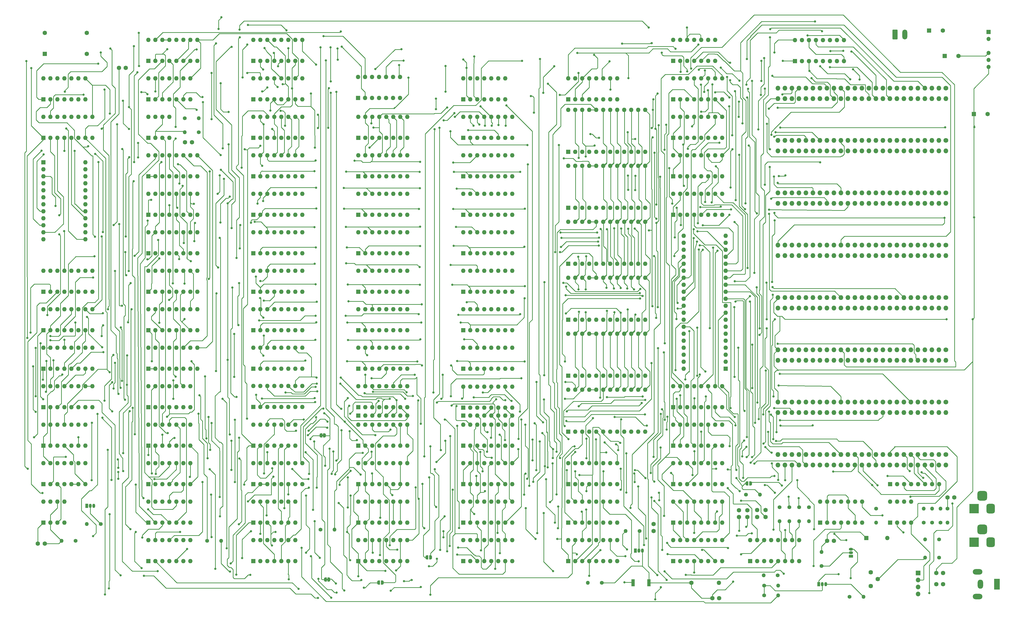
<source format=gbr>
G04 #@! TF.GenerationSoftware,KiCad,Pcbnew,6.0.0-d3dd2cf0fa~116~ubuntu21.10.1*
G04 #@! TF.CreationDate,2022-01-15T20:47:45-06:00*
G04 #@! TF.ProjectId,applebrd,6170706c-6562-4726-942e-6b696361645f,rev?*
G04 #@! TF.SameCoordinates,Original*
G04 #@! TF.FileFunction,Copper,L1,Top*
G04 #@! TF.FilePolarity,Positive*
%FSLAX46Y46*%
G04 Gerber Fmt 4.6, Leading zero omitted, Abs format (unit mm)*
G04 Created by KiCad (PCBNEW 6.0.0-d3dd2cf0fa~116~ubuntu21.10.1) date 2022-01-15 20:47:45*
%MOMM*%
%LPD*%
G01*
G04 APERTURE LIST*
G04 Aperture macros list*
%AMRoundRect*
0 Rectangle with rounded corners*
0 $1 Rounding radius*
0 $2 $3 $4 $5 $6 $7 $8 $9 X,Y pos of 4 corners*
0 Add a 4 corners polygon primitive as box body*
4,1,4,$2,$3,$4,$5,$6,$7,$8,$9,$2,$3,0*
0 Add four circle primitives for the rounded corners*
1,1,$1+$1,$2,$3*
1,1,$1+$1,$4,$5*
1,1,$1+$1,$6,$7*
1,1,$1+$1,$8,$9*
0 Add four rect primitives between the rounded corners*
20,1,$1+$1,$2,$3,$4,$5,0*
20,1,$1+$1,$4,$5,$6,$7,0*
20,1,$1+$1,$6,$7,$8,$9,0*
20,1,$1+$1,$8,$9,$2,$3,0*%
%AMFreePoly0*
4,1,22,0.500000,-0.750000,0.000000,-0.750000,0.000000,-0.745033,-0.079941,-0.743568,-0.215256,-0.701293,-0.333266,-0.622738,-0.424486,-0.514219,-0.481581,-0.384460,-0.499164,-0.250000,-0.500000,-0.250000,-0.500000,0.250000,-0.499164,0.250000,-0.499963,0.256109,-0.478152,0.396186,-0.417904,0.524511,-0.324060,0.630769,-0.204165,0.706417,-0.067858,0.745374,0.000000,0.744959,0.000000,0.750000,
0.500000,0.750000,0.500000,-0.750000,0.500000,-0.750000,$1*%
%AMFreePoly1*
4,1,20,0.000000,0.744959,0.073905,0.744508,0.209726,0.703889,0.328688,0.626782,0.421226,0.519385,0.479903,0.390333,0.500000,0.250000,0.500000,-0.250000,0.499851,-0.262216,0.476331,-0.402017,0.414519,-0.529596,0.319384,-0.634700,0.198574,-0.708877,0.061801,-0.746166,0.000000,-0.745033,0.000000,-0.750000,-0.500000,-0.750000,-0.500000,0.750000,0.000000,0.750000,0.000000,0.744959,
0.000000,0.744959,$1*%
G04 Aperture macros list end*
G04 #@! TA.AperFunction,ComponentPad*
%ADD10C,1.620000*%
G04 #@! TD*
G04 #@! TA.AperFunction,ComponentPad*
%ADD11RoundRect,0.250000X-0.650000X-1.550000X0.650000X-1.550000X0.650000X1.550000X-0.650000X1.550000X0*%
G04 #@! TD*
G04 #@! TA.AperFunction,ComponentPad*
%ADD12O,1.800000X3.600000*%
G04 #@! TD*
G04 #@! TA.AperFunction,ComponentPad*
%ADD13R,2.000000X4.000000*%
G04 #@! TD*
G04 #@! TA.AperFunction,ComponentPad*
%ADD14O,2.000000X3.300000*%
G04 #@! TD*
G04 #@! TA.AperFunction,ComponentPad*
%ADD15O,3.500000X2.000000*%
G04 #@! TD*
G04 #@! TA.AperFunction,ComponentPad*
%ADD16R,1.600000X1.600000*%
G04 #@! TD*
G04 #@! TA.AperFunction,ComponentPad*
%ADD17O,1.600000X1.600000*%
G04 #@! TD*
G04 #@! TA.AperFunction,ComponentPad*
%ADD18R,1.050000X1.500000*%
G04 #@! TD*
G04 #@! TA.AperFunction,ComponentPad*
%ADD19O,1.050000X1.500000*%
G04 #@! TD*
G04 #@! TA.AperFunction,ComponentPad*
%ADD20C,1.400000*%
G04 #@! TD*
G04 #@! TA.AperFunction,ComponentPad*
%ADD21O,1.400000X1.400000*%
G04 #@! TD*
G04 #@! TA.AperFunction,ComponentPad*
%ADD22C,1.600000*%
G04 #@! TD*
G04 #@! TA.AperFunction,SMDPad,CuDef*
%ADD23R,1.300000X2.500000*%
G04 #@! TD*
G04 #@! TA.AperFunction,SMDPad,CuDef*
%ADD24FreePoly0,0.000000*%
G04 #@! TD*
G04 #@! TA.AperFunction,SMDPad,CuDef*
%ADD25FreePoly1,0.000000*%
G04 #@! TD*
G04 #@! TA.AperFunction,SMDPad,CuDef*
%ADD26FreePoly0,180.000000*%
G04 #@! TD*
G04 #@! TA.AperFunction,SMDPad,CuDef*
%ADD27FreePoly1,180.000000*%
G04 #@! TD*
G04 #@! TA.AperFunction,ComponentPad*
%ADD28R,1.500000X1.050000*%
G04 #@! TD*
G04 #@! TA.AperFunction,ComponentPad*
%ADD29O,1.500000X1.050000*%
G04 #@! TD*
G04 #@! TA.AperFunction,ComponentPad*
%ADD30R,3.500000X3.500000*%
G04 #@! TD*
G04 #@! TA.AperFunction,ComponentPad*
%ADD31RoundRect,0.750000X0.750000X1.000000X-0.750000X1.000000X-0.750000X-1.000000X0.750000X-1.000000X0*%
G04 #@! TD*
G04 #@! TA.AperFunction,ComponentPad*
%ADD32RoundRect,0.875000X0.875000X0.875000X-0.875000X0.875000X-0.875000X-0.875000X0.875000X-0.875000X0*%
G04 #@! TD*
G04 #@! TA.AperFunction,ComponentPad*
%ADD33R,1.700000X1.700000*%
G04 #@! TD*
G04 #@! TA.AperFunction,ComponentPad*
%ADD34O,1.700000X1.700000*%
G04 #@! TD*
G04 #@! TA.AperFunction,ComponentPad*
%ADD35O,1.727200X1.727200*%
G04 #@! TD*
G04 #@! TA.AperFunction,ComponentPad*
%ADD36C,1.727200*%
G04 #@! TD*
G04 #@! TA.AperFunction,ComponentPad*
%ADD37R,1.500000X1.500000*%
G04 #@! TD*
G04 #@! TA.AperFunction,ComponentPad*
%ADD38O,1.500000X1.500000*%
G04 #@! TD*
G04 #@! TA.AperFunction,ViaPad*
%ADD39C,0.800000*%
G04 #@! TD*
G04 #@! TA.AperFunction,Conductor*
%ADD40C,0.250000*%
G04 #@! TD*
G04 APERTURE END LIST*
G36*
X160069340Y-306430960D02*
G01*
X159569340Y-306430960D01*
X159569340Y-305830960D01*
X160069340Y-305830960D01*
X160069340Y-306430960D01*
G37*
G36*
X161664460Y-358785440D02*
G01*
X161164460Y-358785440D01*
X161164460Y-358185440D01*
X161664460Y-358185440D01*
X161664460Y-358785440D01*
G37*
D10*
X358745400Y-360817800D03*
X361245400Y-358317800D03*
X358745400Y-355817800D03*
D11*
X367588800Y-160553400D03*
D12*
X371088800Y-160553400D03*
D13*
X404508600Y-360121200D03*
D14*
X398508600Y-360121200D03*
D15*
X397508600Y-355621200D03*
X397508600Y-364621200D03*
D16*
X357124000Y-343408000D03*
D17*
X364744000Y-343408000D03*
D18*
X273304000Y-347980000D03*
D19*
X274574000Y-347980000D03*
X275844000Y-347980000D03*
D18*
X339852000Y-360172000D03*
D19*
X341122000Y-360172000D03*
X342392000Y-360172000D03*
D18*
X74168000Y-331724000D03*
D19*
X75438000Y-331724000D03*
X76708000Y-331724000D03*
D20*
X261112000Y-359664000D03*
D21*
X256032000Y-359664000D03*
D20*
X324982840Y-356930960D03*
D21*
X319902840Y-356930960D03*
D20*
X320040000Y-364236000D03*
D21*
X325120000Y-364236000D03*
D20*
X320040000Y-360680000D03*
D21*
X325120000Y-360680000D03*
D20*
X351028000Y-364744000D03*
D21*
X356108000Y-364744000D03*
D20*
X383540000Y-350520000D03*
D21*
X378460000Y-350520000D03*
D20*
X114808000Y-196088000D03*
D21*
X114808000Y-191008000D03*
D20*
X109728000Y-191008000D03*
D21*
X109728000Y-196088000D03*
D20*
X79248000Y-338328000D03*
D21*
X74168000Y-338328000D03*
D20*
X360680000Y-332740000D03*
D21*
X360680000Y-337820000D03*
D20*
X377952000Y-337820000D03*
D21*
X377952000Y-332740000D03*
D20*
X381000000Y-337820000D03*
D21*
X381000000Y-332740000D03*
D20*
X383540000Y-343916000D03*
D21*
X378460000Y-343916000D03*
D20*
X384048000Y-337820000D03*
D21*
X384048000Y-332740000D03*
D20*
X325628000Y-332232000D03*
D21*
X325628000Y-337312000D03*
D20*
X329184000Y-332232000D03*
D21*
X329184000Y-337312000D03*
D20*
X332740000Y-332232000D03*
D21*
X332740000Y-337312000D03*
D20*
X336296000Y-332232000D03*
D21*
X336296000Y-337312000D03*
D20*
X340868000Y-353568000D03*
D21*
X340868000Y-348488000D03*
D20*
X117856000Y-344424000D03*
D21*
X122936000Y-344424000D03*
D20*
X70104000Y-344424000D03*
D21*
X65024000Y-344424000D03*
D20*
X274828000Y-340868000D03*
D21*
X269748000Y-340868000D03*
D20*
X386588000Y-332740000D03*
D21*
X386588000Y-337820000D03*
D20*
X159004000Y-340360000D03*
D21*
X164084000Y-340360000D03*
D16*
X172720000Y-298958000D03*
D17*
X175260000Y-298958000D03*
X177800000Y-298958000D03*
X180340000Y-298958000D03*
X182880000Y-298958000D03*
X185420000Y-298958000D03*
X187960000Y-298958000D03*
X190500000Y-298958000D03*
D16*
X58420000Y-184150000D03*
D17*
X60960000Y-184150000D03*
X63500000Y-184150000D03*
X66040000Y-184150000D03*
X68580000Y-184150000D03*
X71120000Y-184150000D03*
X73660000Y-184150000D03*
X73660000Y-176530000D03*
X71120000Y-176530000D03*
X68580000Y-176530000D03*
X66040000Y-176530000D03*
X63500000Y-176530000D03*
X60960000Y-176530000D03*
X58420000Y-176530000D03*
D16*
X58420000Y-198120000D03*
D17*
X60960000Y-198120000D03*
X63500000Y-198120000D03*
X66040000Y-198120000D03*
X68580000Y-198120000D03*
X71120000Y-198120000D03*
X73660000Y-198120000D03*
X76200000Y-198120000D03*
X76200000Y-190500000D03*
X73660000Y-190500000D03*
X71120000Y-190500000D03*
X68580000Y-190500000D03*
X66040000Y-190500000D03*
X63500000Y-190500000D03*
X60960000Y-190500000D03*
X58420000Y-190500000D03*
D16*
X58420000Y-207010000D03*
D17*
X58420000Y-209550000D03*
X58420000Y-212090000D03*
X58420000Y-214630000D03*
X58420000Y-217170000D03*
X58420000Y-219710000D03*
X58420000Y-222250000D03*
X58420000Y-224790000D03*
X58420000Y-227330000D03*
X58420000Y-229870000D03*
X58420000Y-232410000D03*
X58420000Y-234950000D03*
X73660000Y-234950000D03*
X73660000Y-232410000D03*
X73660000Y-229870000D03*
X73660000Y-227330000D03*
X73660000Y-224790000D03*
X73660000Y-222250000D03*
X73660000Y-219710000D03*
X73660000Y-217170000D03*
X73660000Y-214630000D03*
X73660000Y-212090000D03*
X73660000Y-209550000D03*
X73660000Y-207010000D03*
D16*
X58420000Y-267970000D03*
D17*
X60960000Y-267970000D03*
X63500000Y-267970000D03*
X66040000Y-267970000D03*
X68580000Y-267970000D03*
X71120000Y-267970000D03*
X73660000Y-267970000D03*
X76200000Y-267970000D03*
X76200000Y-260350000D03*
X73660000Y-260350000D03*
X71120000Y-260350000D03*
X68580000Y-260350000D03*
X66040000Y-260350000D03*
X63500000Y-260350000D03*
X60960000Y-260350000D03*
X58420000Y-260350000D03*
D16*
X58420000Y-254000000D03*
D17*
X60960000Y-254000000D03*
X63500000Y-254000000D03*
X66040000Y-254000000D03*
X68580000Y-254000000D03*
X71120000Y-254000000D03*
X73660000Y-254000000D03*
X76200000Y-254000000D03*
X76200000Y-246380000D03*
X73660000Y-246380000D03*
X71120000Y-246380000D03*
X68580000Y-246380000D03*
X66040000Y-246380000D03*
X63500000Y-246380000D03*
X60960000Y-246380000D03*
X58420000Y-246380000D03*
D16*
X58420000Y-281940000D03*
D17*
X60960000Y-281940000D03*
X63500000Y-281940000D03*
X66040000Y-281940000D03*
X68580000Y-281940000D03*
X71120000Y-281940000D03*
X73660000Y-281940000D03*
X76200000Y-281940000D03*
X76200000Y-274320000D03*
X73660000Y-274320000D03*
X71120000Y-274320000D03*
X68580000Y-274320000D03*
X66040000Y-274320000D03*
X63500000Y-274320000D03*
X60960000Y-274320000D03*
X58420000Y-274320000D03*
D16*
X58420000Y-295910000D03*
D17*
X60960000Y-295910000D03*
X63500000Y-295910000D03*
X66040000Y-295910000D03*
X68580000Y-295910000D03*
X71120000Y-295910000D03*
X73660000Y-295910000D03*
X76200000Y-295910000D03*
X76200000Y-288290000D03*
X73660000Y-288290000D03*
X71120000Y-288290000D03*
X68580000Y-288290000D03*
X66040000Y-288290000D03*
X63500000Y-288290000D03*
X60960000Y-288290000D03*
X58420000Y-288290000D03*
D16*
X58420000Y-309880000D03*
D17*
X60960000Y-309880000D03*
X63500000Y-309880000D03*
X66040000Y-309880000D03*
X68580000Y-309880000D03*
X71120000Y-309880000D03*
X73660000Y-309880000D03*
X73660000Y-302260000D03*
X71120000Y-302260000D03*
X68580000Y-302260000D03*
X66040000Y-302260000D03*
X63500000Y-302260000D03*
X60960000Y-302260000D03*
X58420000Y-302260000D03*
D16*
X58420000Y-323850000D03*
D17*
X60960000Y-323850000D03*
X63500000Y-323850000D03*
X66040000Y-323850000D03*
X68580000Y-323850000D03*
X71120000Y-323850000D03*
X73660000Y-323850000D03*
X73660000Y-316230000D03*
X71120000Y-316230000D03*
X68580000Y-316230000D03*
X66040000Y-316230000D03*
X63500000Y-316230000D03*
X60960000Y-316230000D03*
X58420000Y-316230000D03*
D16*
X96520000Y-170180000D03*
D17*
X99060000Y-170180000D03*
X101600000Y-170180000D03*
X104140000Y-170180000D03*
X106680000Y-170180000D03*
X109220000Y-170180000D03*
X111760000Y-170180000D03*
X114300000Y-170180000D03*
X114300000Y-162560000D03*
X111760000Y-162560000D03*
X109220000Y-162560000D03*
X106680000Y-162560000D03*
X104140000Y-162560000D03*
X101600000Y-162560000D03*
X99060000Y-162560000D03*
X96520000Y-162560000D03*
D16*
X96520000Y-184150000D03*
D17*
X99060000Y-184150000D03*
X101600000Y-184150000D03*
X104140000Y-184150000D03*
X106680000Y-184150000D03*
X109220000Y-184150000D03*
X111760000Y-184150000D03*
X111760000Y-176530000D03*
X109220000Y-176530000D03*
X106680000Y-176530000D03*
X104140000Y-176530000D03*
X101600000Y-176530000D03*
X99060000Y-176530000D03*
X96520000Y-176530000D03*
D16*
X96520000Y-212090000D03*
D17*
X99060000Y-212090000D03*
X101600000Y-212090000D03*
X104140000Y-212090000D03*
X106680000Y-212090000D03*
X109220000Y-212090000D03*
X111760000Y-212090000D03*
X114300000Y-212090000D03*
X114300000Y-204470000D03*
X111760000Y-204470000D03*
X109220000Y-204470000D03*
X106680000Y-204470000D03*
X104140000Y-204470000D03*
X101600000Y-204470000D03*
X99060000Y-204470000D03*
X96520000Y-204470000D03*
D16*
X96520000Y-226060000D03*
D17*
X99060000Y-226060000D03*
X101600000Y-226060000D03*
X104140000Y-226060000D03*
X106680000Y-226060000D03*
X109220000Y-226060000D03*
X111760000Y-226060000D03*
X114300000Y-226060000D03*
X114300000Y-218440000D03*
X111760000Y-218440000D03*
X109220000Y-218440000D03*
X106680000Y-218440000D03*
X104140000Y-218440000D03*
X101600000Y-218440000D03*
X99060000Y-218440000D03*
X96520000Y-218440000D03*
D16*
X96520000Y-240030000D03*
D17*
X99060000Y-240030000D03*
X101600000Y-240030000D03*
X104140000Y-240030000D03*
X106680000Y-240030000D03*
X109220000Y-240030000D03*
X111760000Y-240030000D03*
X114300000Y-240030000D03*
X114300000Y-232410000D03*
X111760000Y-232410000D03*
X109220000Y-232410000D03*
X106680000Y-232410000D03*
X104140000Y-232410000D03*
X101600000Y-232410000D03*
X99060000Y-232410000D03*
X96520000Y-232410000D03*
D16*
X96520000Y-254000000D03*
D17*
X99060000Y-254000000D03*
X101600000Y-254000000D03*
X104140000Y-254000000D03*
X106680000Y-254000000D03*
X109220000Y-254000000D03*
X111760000Y-254000000D03*
X114300000Y-254000000D03*
X114300000Y-246380000D03*
X111760000Y-246380000D03*
X109220000Y-246380000D03*
X106680000Y-246380000D03*
X104140000Y-246380000D03*
X101600000Y-246380000D03*
X99060000Y-246380000D03*
X96520000Y-246380000D03*
D16*
X96520000Y-267970000D03*
D17*
X99060000Y-267970000D03*
X101600000Y-267970000D03*
X104140000Y-267970000D03*
X106680000Y-267970000D03*
X109220000Y-267970000D03*
X111760000Y-267970000D03*
X114300000Y-267970000D03*
X114300000Y-260350000D03*
X111760000Y-260350000D03*
X109220000Y-260350000D03*
X106680000Y-260350000D03*
X104140000Y-260350000D03*
X101600000Y-260350000D03*
X99060000Y-260350000D03*
X96520000Y-260350000D03*
D16*
X96520000Y-281940000D03*
D17*
X99060000Y-281940000D03*
X101600000Y-281940000D03*
X104140000Y-281940000D03*
X106680000Y-281940000D03*
X109220000Y-281940000D03*
X111760000Y-281940000D03*
X114300000Y-281940000D03*
X114300000Y-274320000D03*
X111760000Y-274320000D03*
X109220000Y-274320000D03*
X106680000Y-274320000D03*
X104140000Y-274320000D03*
X101600000Y-274320000D03*
X99060000Y-274320000D03*
X96520000Y-274320000D03*
D16*
X96520000Y-295910000D03*
D17*
X99060000Y-295910000D03*
X101600000Y-295910000D03*
X104140000Y-295910000D03*
X106680000Y-295910000D03*
X109220000Y-295910000D03*
X111760000Y-295910000D03*
X111760000Y-288290000D03*
X109220000Y-288290000D03*
X106680000Y-288290000D03*
X104140000Y-288290000D03*
X101600000Y-288290000D03*
X99060000Y-288290000D03*
X96520000Y-288290000D03*
D16*
X96520000Y-309880000D03*
D17*
X99060000Y-309880000D03*
X101600000Y-309880000D03*
X104140000Y-309880000D03*
X106680000Y-309880000D03*
X109220000Y-309880000D03*
X111760000Y-309880000D03*
X111760000Y-302260000D03*
X109220000Y-302260000D03*
X106680000Y-302260000D03*
X104140000Y-302260000D03*
X101600000Y-302260000D03*
X99060000Y-302260000D03*
X96520000Y-302260000D03*
D16*
X96520000Y-337820000D03*
D17*
X99060000Y-337820000D03*
X101600000Y-337820000D03*
X104140000Y-337820000D03*
X106680000Y-337820000D03*
X109220000Y-337820000D03*
X111760000Y-337820000D03*
X111760000Y-330200000D03*
X109220000Y-330200000D03*
X106680000Y-330200000D03*
X104140000Y-330200000D03*
X101600000Y-330200000D03*
X99060000Y-330200000D03*
X96520000Y-330200000D03*
D16*
X96520000Y-351790000D03*
D17*
X99060000Y-351790000D03*
X101600000Y-351790000D03*
X104140000Y-351790000D03*
X106680000Y-351790000D03*
X109220000Y-351790000D03*
X111760000Y-351790000D03*
X111760000Y-344170000D03*
X109220000Y-344170000D03*
X106680000Y-344170000D03*
X104140000Y-344170000D03*
X101600000Y-344170000D03*
X99060000Y-344170000D03*
X96520000Y-344170000D03*
D16*
X134620000Y-170180000D03*
D17*
X137160000Y-170180000D03*
X139700000Y-170180000D03*
X142240000Y-170180000D03*
X144780000Y-170180000D03*
X147320000Y-170180000D03*
X149860000Y-170180000D03*
X152400000Y-170180000D03*
X152400000Y-162560000D03*
X149860000Y-162560000D03*
X147320000Y-162560000D03*
X144780000Y-162560000D03*
X142240000Y-162560000D03*
X139700000Y-162560000D03*
X137160000Y-162560000D03*
X134620000Y-162560000D03*
D16*
X134620000Y-184150000D03*
D17*
X137160000Y-184150000D03*
X139700000Y-184150000D03*
X142240000Y-184150000D03*
X144780000Y-184150000D03*
X147320000Y-184150000D03*
X149860000Y-184150000D03*
X152400000Y-184150000D03*
X152400000Y-176530000D03*
X149860000Y-176530000D03*
X147320000Y-176530000D03*
X144780000Y-176530000D03*
X142240000Y-176530000D03*
X139700000Y-176530000D03*
X137160000Y-176530000D03*
X134620000Y-176530000D03*
D16*
X134620000Y-323850000D03*
D17*
X137160000Y-323850000D03*
X139700000Y-323850000D03*
X142240000Y-323850000D03*
X144780000Y-323850000D03*
X147320000Y-323850000D03*
X149860000Y-323850000D03*
X152400000Y-323850000D03*
X152400000Y-316230000D03*
X149860000Y-316230000D03*
X147320000Y-316230000D03*
X144780000Y-316230000D03*
X142240000Y-316230000D03*
X139700000Y-316230000D03*
X137160000Y-316230000D03*
X134620000Y-316230000D03*
D16*
X134620000Y-337820000D03*
D17*
X137160000Y-337820000D03*
X139700000Y-337820000D03*
X142240000Y-337820000D03*
X144780000Y-337820000D03*
X147320000Y-337820000D03*
X149860000Y-337820000D03*
X149860000Y-330200000D03*
X147320000Y-330200000D03*
X144780000Y-330200000D03*
X142240000Y-330200000D03*
X139700000Y-330200000D03*
X137160000Y-330200000D03*
X134620000Y-330200000D03*
D16*
X134620000Y-351790000D03*
D17*
X137160000Y-351790000D03*
X139700000Y-351790000D03*
X142240000Y-351790000D03*
X144780000Y-351790000D03*
X147320000Y-351790000D03*
X149860000Y-351790000D03*
X149860000Y-344170000D03*
X147320000Y-344170000D03*
X144780000Y-344170000D03*
X142240000Y-344170000D03*
X139700000Y-344170000D03*
X137160000Y-344170000D03*
X134620000Y-344170000D03*
D16*
X172720000Y-309880000D03*
D17*
X175260000Y-309880000D03*
X177800000Y-309880000D03*
X180340000Y-309880000D03*
X182880000Y-309880000D03*
X185420000Y-309880000D03*
X187960000Y-309880000D03*
X190500000Y-309880000D03*
X190500000Y-302260000D03*
X187960000Y-302260000D03*
X185420000Y-302260000D03*
X182880000Y-302260000D03*
X180340000Y-302260000D03*
X177800000Y-302260000D03*
X175260000Y-302260000D03*
X172720000Y-302260000D03*
D16*
X172720000Y-323850000D03*
D17*
X175260000Y-323850000D03*
X177800000Y-323850000D03*
X180340000Y-323850000D03*
X182880000Y-323850000D03*
X185420000Y-323850000D03*
X187960000Y-323850000D03*
X190500000Y-323850000D03*
X190500000Y-316230000D03*
X187960000Y-316230000D03*
X185420000Y-316230000D03*
X182880000Y-316230000D03*
X180340000Y-316230000D03*
X177800000Y-316230000D03*
X175260000Y-316230000D03*
X172720000Y-316230000D03*
D16*
X172720000Y-337820000D03*
D17*
X175260000Y-337820000D03*
X177800000Y-337820000D03*
X180340000Y-337820000D03*
X182880000Y-337820000D03*
X185420000Y-337820000D03*
X187960000Y-337820000D03*
X190500000Y-337820000D03*
X190500000Y-330200000D03*
X187960000Y-330200000D03*
X185420000Y-330200000D03*
X182880000Y-330200000D03*
X180340000Y-330200000D03*
X177800000Y-330200000D03*
X175260000Y-330200000D03*
X172720000Y-330200000D03*
D16*
X172720000Y-351790000D03*
D17*
X175260000Y-351790000D03*
X177800000Y-351790000D03*
X180340000Y-351790000D03*
X182880000Y-351790000D03*
X185420000Y-351790000D03*
X187960000Y-351790000D03*
X190500000Y-351790000D03*
X190500000Y-344170000D03*
X187960000Y-344170000D03*
X185420000Y-344170000D03*
X182880000Y-344170000D03*
X180340000Y-344170000D03*
X177800000Y-344170000D03*
X175260000Y-344170000D03*
X172720000Y-344170000D03*
D16*
X210820000Y-309880000D03*
D17*
X213360000Y-309880000D03*
X215900000Y-309880000D03*
X218440000Y-309880000D03*
X220980000Y-309880000D03*
X223520000Y-309880000D03*
X226060000Y-309880000D03*
X228600000Y-309880000D03*
X228600000Y-302260000D03*
X226060000Y-302260000D03*
X223520000Y-302260000D03*
X220980000Y-302260000D03*
X218440000Y-302260000D03*
X215900000Y-302260000D03*
X213360000Y-302260000D03*
X210820000Y-302260000D03*
D16*
X210820000Y-323850000D03*
D17*
X213360000Y-323850000D03*
X215900000Y-323850000D03*
X218440000Y-323850000D03*
X220980000Y-323850000D03*
X223520000Y-323850000D03*
X226060000Y-323850000D03*
X228600000Y-323850000D03*
X228600000Y-316230000D03*
X226060000Y-316230000D03*
X223520000Y-316230000D03*
X220980000Y-316230000D03*
X218440000Y-316230000D03*
X215900000Y-316230000D03*
X213360000Y-316230000D03*
X210820000Y-316230000D03*
D16*
X210820000Y-351790000D03*
D17*
X213360000Y-351790000D03*
X215900000Y-351790000D03*
X218440000Y-351790000D03*
X220980000Y-351790000D03*
X223520000Y-351790000D03*
X226060000Y-351790000D03*
X228600000Y-351790000D03*
X228600000Y-344170000D03*
X226060000Y-344170000D03*
X223520000Y-344170000D03*
X220980000Y-344170000D03*
X218440000Y-344170000D03*
X215900000Y-344170000D03*
X213360000Y-344170000D03*
X210820000Y-344170000D03*
D16*
X248920000Y-184150000D03*
D17*
X251460000Y-184150000D03*
X254000000Y-184150000D03*
X256540000Y-184150000D03*
X259080000Y-184150000D03*
X261620000Y-184150000D03*
X264160000Y-184150000D03*
X266700000Y-184150000D03*
X266700000Y-176530000D03*
X264160000Y-176530000D03*
X261620000Y-176530000D03*
X259080000Y-176530000D03*
X256540000Y-176530000D03*
X254000000Y-176530000D03*
X251460000Y-176530000D03*
X248920000Y-176530000D03*
D16*
X248920000Y-323850000D03*
D17*
X251460000Y-323850000D03*
X254000000Y-323850000D03*
X256540000Y-323850000D03*
X259080000Y-323850000D03*
X261620000Y-323850000D03*
X264160000Y-323850000D03*
X266700000Y-323850000D03*
X266700000Y-316230000D03*
X264160000Y-316230000D03*
X261620000Y-316230000D03*
X259080000Y-316230000D03*
X256540000Y-316230000D03*
X254000000Y-316230000D03*
X251460000Y-316230000D03*
X248920000Y-316230000D03*
D16*
X248920000Y-337820000D03*
D17*
X251460000Y-337820000D03*
X254000000Y-337820000D03*
X256540000Y-337820000D03*
X259080000Y-337820000D03*
X261620000Y-337820000D03*
X264160000Y-337820000D03*
X266700000Y-337820000D03*
X266700000Y-330200000D03*
X264160000Y-330200000D03*
X261620000Y-330200000D03*
X259080000Y-330200000D03*
X256540000Y-330200000D03*
X254000000Y-330200000D03*
X251460000Y-330200000D03*
X248920000Y-330200000D03*
D16*
X248920000Y-351790000D03*
D17*
X251460000Y-351790000D03*
X254000000Y-351790000D03*
X256540000Y-351790000D03*
X259080000Y-351790000D03*
X261620000Y-351790000D03*
X264160000Y-351790000D03*
X266700000Y-351790000D03*
X266700000Y-344170000D03*
X264160000Y-344170000D03*
X261620000Y-344170000D03*
X259080000Y-344170000D03*
X256540000Y-344170000D03*
X254000000Y-344170000D03*
X251460000Y-344170000D03*
X248920000Y-344170000D03*
D16*
X287020000Y-170180000D03*
D17*
X289560000Y-170180000D03*
X292100000Y-170180000D03*
X294640000Y-170180000D03*
X297180000Y-170180000D03*
X299720000Y-170180000D03*
X302260000Y-170180000D03*
X302260000Y-162560000D03*
X299720000Y-162560000D03*
X297180000Y-162560000D03*
X294640000Y-162560000D03*
X292100000Y-162560000D03*
X289560000Y-162560000D03*
X287020000Y-162560000D03*
D16*
X287020000Y-351790000D03*
D17*
X289560000Y-351790000D03*
X292100000Y-351790000D03*
X294640000Y-351790000D03*
X297180000Y-351790000D03*
X299720000Y-351790000D03*
X302260000Y-351790000D03*
X304800000Y-351790000D03*
X304800000Y-344170000D03*
X302260000Y-344170000D03*
X299720000Y-344170000D03*
X297180000Y-344170000D03*
X294640000Y-344170000D03*
X292100000Y-344170000D03*
X289560000Y-344170000D03*
X287020000Y-344170000D03*
D16*
X331195680Y-170263820D03*
D17*
X333735680Y-170263820D03*
X336275680Y-170263820D03*
X338815680Y-170263820D03*
X341355680Y-170263820D03*
X343895680Y-170263820D03*
X346435680Y-170263820D03*
X348975680Y-170263820D03*
X348975680Y-162643820D03*
X346435680Y-162643820D03*
X343895680Y-162643820D03*
X341355680Y-162643820D03*
X338815680Y-162643820D03*
X336275680Y-162643820D03*
X333735680Y-162643820D03*
X331195680Y-162643820D03*
D16*
X287020000Y-198120000D03*
D17*
X289560000Y-198120000D03*
X292100000Y-198120000D03*
X294640000Y-198120000D03*
X297180000Y-198120000D03*
X299720000Y-198120000D03*
X302260000Y-198120000D03*
X304800000Y-198120000D03*
X304800000Y-190500000D03*
X302260000Y-190500000D03*
X299720000Y-190500000D03*
X297180000Y-190500000D03*
X294640000Y-190500000D03*
X292100000Y-190500000D03*
X289560000Y-190500000D03*
X287020000Y-190500000D03*
D16*
X287020000Y-212090000D03*
D17*
X289560000Y-212090000D03*
X292100000Y-212090000D03*
X294640000Y-212090000D03*
X297180000Y-212090000D03*
X299720000Y-212090000D03*
X302260000Y-212090000D03*
X304800000Y-212090000D03*
X304800000Y-204470000D03*
X302260000Y-204470000D03*
X299720000Y-204470000D03*
X297180000Y-204470000D03*
X294640000Y-204470000D03*
X292100000Y-204470000D03*
X289560000Y-204470000D03*
X287020000Y-204470000D03*
D16*
X314960000Y-351790000D03*
D17*
X317500000Y-351790000D03*
X320040000Y-351790000D03*
X322580000Y-351790000D03*
X325120000Y-351790000D03*
X327660000Y-351790000D03*
X330200000Y-351790000D03*
X332740000Y-351790000D03*
X332740000Y-344170000D03*
X330200000Y-344170000D03*
X327660000Y-344170000D03*
X325120000Y-344170000D03*
X322580000Y-344170000D03*
X320040000Y-344170000D03*
X317500000Y-344170000D03*
X314960000Y-344170000D03*
D16*
X365760000Y-337820000D03*
D17*
X368300000Y-337820000D03*
X370840000Y-337820000D03*
X373380000Y-337820000D03*
X373380000Y-330200000D03*
X370840000Y-330200000D03*
X368300000Y-330200000D03*
X365760000Y-330200000D03*
D16*
X287020000Y-226060000D03*
D17*
X289560000Y-226060000D03*
X292100000Y-226060000D03*
X294640000Y-226060000D03*
X297180000Y-226060000D03*
X299720000Y-226060000D03*
X302260000Y-226060000D03*
X304800000Y-226060000D03*
X304800000Y-218440000D03*
X302260000Y-218440000D03*
X299720000Y-218440000D03*
X297180000Y-218440000D03*
X294640000Y-218440000D03*
X292100000Y-218440000D03*
X289560000Y-218440000D03*
X287020000Y-218440000D03*
D16*
X287020000Y-295910000D03*
D17*
X289560000Y-295910000D03*
X292100000Y-295910000D03*
X294640000Y-295910000D03*
X297180000Y-295910000D03*
X299720000Y-295910000D03*
X302260000Y-295910000D03*
X304800000Y-295910000D03*
X304800000Y-288290000D03*
X302260000Y-288290000D03*
X299720000Y-288290000D03*
X297180000Y-288290000D03*
X294640000Y-288290000D03*
X292100000Y-288290000D03*
X289560000Y-288290000D03*
X287020000Y-288290000D03*
D16*
X287020000Y-309880000D03*
D17*
X289560000Y-309880000D03*
X292100000Y-309880000D03*
X294640000Y-309880000D03*
X297180000Y-309880000D03*
X299720000Y-309880000D03*
X302260000Y-309880000D03*
X304800000Y-309880000D03*
X304800000Y-302260000D03*
X302260000Y-302260000D03*
X299720000Y-302260000D03*
X297180000Y-302260000D03*
X294640000Y-302260000D03*
X292100000Y-302260000D03*
X289560000Y-302260000D03*
X287020000Y-302260000D03*
D16*
X248920000Y-203200000D03*
D17*
X251460000Y-203200000D03*
X254000000Y-203200000D03*
X256540000Y-203200000D03*
X259080000Y-203200000D03*
X261620000Y-203200000D03*
X264160000Y-203200000D03*
X266700000Y-203200000D03*
X269240000Y-203200000D03*
X271780000Y-203200000D03*
X274320000Y-203200000D03*
X276860000Y-203200000D03*
X276860000Y-187960000D03*
X274320000Y-187960000D03*
X271780000Y-187960000D03*
X269240000Y-187960000D03*
X266700000Y-187960000D03*
X264160000Y-187960000D03*
X261620000Y-187960000D03*
X259080000Y-187960000D03*
X256540000Y-187960000D03*
X254000000Y-187960000D03*
X251460000Y-187960000D03*
X248920000Y-187960000D03*
D16*
X248920000Y-223520000D03*
D17*
X251460000Y-223520000D03*
X254000000Y-223520000D03*
X256540000Y-223520000D03*
X259080000Y-223520000D03*
X261620000Y-223520000D03*
X264160000Y-223520000D03*
X266700000Y-223520000D03*
X269240000Y-223520000D03*
X271780000Y-223520000D03*
X274320000Y-223520000D03*
X276860000Y-223520000D03*
X276860000Y-208280000D03*
X274320000Y-208280000D03*
X271780000Y-208280000D03*
X269240000Y-208280000D03*
X266700000Y-208280000D03*
X264160000Y-208280000D03*
X261620000Y-208280000D03*
X259080000Y-208280000D03*
X256540000Y-208280000D03*
X254000000Y-208280000D03*
X251460000Y-208280000D03*
X248920000Y-208280000D03*
D16*
X248920000Y-243840000D03*
D17*
X251460000Y-243840000D03*
X254000000Y-243840000D03*
X256540000Y-243840000D03*
X259080000Y-243840000D03*
X261620000Y-243840000D03*
X264160000Y-243840000D03*
X266700000Y-243840000D03*
X269240000Y-243840000D03*
X271780000Y-243840000D03*
X274320000Y-243840000D03*
X276860000Y-243840000D03*
X276860000Y-228600000D03*
X274320000Y-228600000D03*
X271780000Y-228600000D03*
X269240000Y-228600000D03*
X266700000Y-228600000D03*
X264160000Y-228600000D03*
X261620000Y-228600000D03*
X259080000Y-228600000D03*
X256540000Y-228600000D03*
X254000000Y-228600000D03*
X251460000Y-228600000D03*
X248920000Y-228600000D03*
D16*
X248920000Y-264160000D03*
D17*
X251460000Y-264160000D03*
X254000000Y-264160000D03*
X256540000Y-264160000D03*
X259080000Y-264160000D03*
X261620000Y-264160000D03*
X264160000Y-264160000D03*
X266700000Y-264160000D03*
X269240000Y-264160000D03*
X271780000Y-264160000D03*
X274320000Y-264160000D03*
X276860000Y-264160000D03*
X276860000Y-248920000D03*
X274320000Y-248920000D03*
X271780000Y-248920000D03*
X269240000Y-248920000D03*
X266700000Y-248920000D03*
X264160000Y-248920000D03*
X261620000Y-248920000D03*
X259080000Y-248920000D03*
X256540000Y-248920000D03*
X254000000Y-248920000D03*
X251460000Y-248920000D03*
X248920000Y-248920000D03*
D16*
X248920000Y-284480000D03*
D17*
X251460000Y-284480000D03*
X254000000Y-284480000D03*
X256540000Y-284480000D03*
X259080000Y-284480000D03*
X261620000Y-284480000D03*
X264160000Y-284480000D03*
X266700000Y-284480000D03*
X269240000Y-284480000D03*
X271780000Y-284480000D03*
X274320000Y-284480000D03*
X276860000Y-284480000D03*
X276860000Y-269240000D03*
X274320000Y-269240000D03*
X271780000Y-269240000D03*
X269240000Y-269240000D03*
X266700000Y-269240000D03*
X264160000Y-269240000D03*
X261620000Y-269240000D03*
X259080000Y-269240000D03*
X256540000Y-269240000D03*
X254000000Y-269240000D03*
X251460000Y-269240000D03*
X248920000Y-269240000D03*
D16*
X248920000Y-304800000D03*
D17*
X251460000Y-304800000D03*
X254000000Y-304800000D03*
X256540000Y-304800000D03*
X259080000Y-304800000D03*
X261620000Y-304800000D03*
X264160000Y-304800000D03*
X266700000Y-304800000D03*
X269240000Y-304800000D03*
X271780000Y-304800000D03*
X274320000Y-304800000D03*
X276860000Y-304800000D03*
X276860000Y-289560000D03*
X274320000Y-289560000D03*
X271780000Y-289560000D03*
X269240000Y-289560000D03*
X266700000Y-289560000D03*
X264160000Y-289560000D03*
X261620000Y-289560000D03*
X259080000Y-289560000D03*
X256540000Y-289560000D03*
X254000000Y-289560000D03*
X251460000Y-289560000D03*
X248920000Y-289560000D03*
D16*
X58928000Y-167640000D03*
D22*
X74168000Y-167640000D03*
X74168000Y-160020000D03*
X58928000Y-160020000D03*
D16*
X287020000Y-337820000D03*
D17*
X289560000Y-337820000D03*
X292100000Y-337820000D03*
X294640000Y-337820000D03*
X297180000Y-337820000D03*
X299720000Y-337820000D03*
X302260000Y-337820000D03*
X304800000Y-337820000D03*
X304800000Y-330200000D03*
X302260000Y-330200000D03*
X299720000Y-330200000D03*
X297180000Y-330200000D03*
X294640000Y-330200000D03*
X292100000Y-330200000D03*
X289560000Y-330200000D03*
X287020000Y-330200000D03*
D16*
X134620000Y-309880000D03*
D17*
X137160000Y-309880000D03*
X139700000Y-309880000D03*
X142240000Y-309880000D03*
X144780000Y-309880000D03*
X147320000Y-309880000D03*
X149860000Y-309880000D03*
X149860000Y-302260000D03*
X147320000Y-302260000D03*
X144780000Y-302260000D03*
X142240000Y-302260000D03*
X139700000Y-302260000D03*
X137160000Y-302260000D03*
X134620000Y-302260000D03*
D16*
X210820000Y-337820000D03*
D17*
X213360000Y-337820000D03*
X215900000Y-337820000D03*
X218440000Y-337820000D03*
X220980000Y-337820000D03*
X223520000Y-337820000D03*
X226060000Y-337820000D03*
X228600000Y-337820000D03*
X228600000Y-330200000D03*
X226060000Y-330200000D03*
X223520000Y-330200000D03*
X220980000Y-330200000D03*
X218440000Y-330200000D03*
X215900000Y-330200000D03*
X213360000Y-330200000D03*
X210820000Y-330200000D03*
D16*
X58420000Y-337820000D03*
D17*
X60960000Y-337820000D03*
X63500000Y-337820000D03*
X66040000Y-337820000D03*
X66040000Y-330200000D03*
X63500000Y-330200000D03*
X60960000Y-330200000D03*
X58420000Y-330200000D03*
D16*
X287020000Y-184150000D03*
D17*
X289560000Y-184150000D03*
X292100000Y-184150000D03*
X294640000Y-184150000D03*
X297180000Y-184150000D03*
X299720000Y-184150000D03*
X302260000Y-184150000D03*
X304800000Y-184150000D03*
X304800000Y-176530000D03*
X302260000Y-176530000D03*
X299720000Y-176530000D03*
X297180000Y-176530000D03*
X294640000Y-176530000D03*
X292100000Y-176530000D03*
X289560000Y-176530000D03*
X287020000Y-176530000D03*
D16*
X287020000Y-323850000D03*
D17*
X289560000Y-323850000D03*
X292100000Y-323850000D03*
X294640000Y-323850000D03*
X297180000Y-323850000D03*
X299720000Y-323850000D03*
X302260000Y-323850000D03*
X304800000Y-323850000D03*
X304800000Y-316230000D03*
X302260000Y-316230000D03*
X299720000Y-316230000D03*
X297180000Y-316230000D03*
X294640000Y-316230000D03*
X292100000Y-316230000D03*
X289560000Y-316230000D03*
X287020000Y-316230000D03*
D22*
X301244000Y-365252000D03*
X303744000Y-365252000D03*
X58928000Y-345440000D03*
X56428000Y-345440000D03*
X310896000Y-335788000D03*
X310896000Y-333288000D03*
X313944000Y-335788000D03*
X313944000Y-333288000D03*
X317500000Y-335748000D03*
X317500000Y-333248000D03*
X320548000Y-335748000D03*
X320548000Y-333248000D03*
X279908000Y-340828000D03*
X279908000Y-338328000D03*
X386588000Y-328676000D03*
X389088000Y-328676000D03*
X342900000Y-344424000D03*
X345400000Y-344424000D03*
X85852000Y-172720000D03*
X88352000Y-172720000D03*
X109860080Y-199694800D03*
X112360080Y-199694800D03*
D23*
X278186000Y-359664000D03*
X272486000Y-359664000D03*
D22*
X293624000Y-359664000D03*
D17*
X303624000Y-359664000D03*
D24*
X159169340Y-306130960D03*
D25*
X160469340Y-306130960D03*
D26*
X198937640Y-350398080D03*
D27*
X197637640Y-350398080D03*
D24*
X160764460Y-358485440D03*
D25*
X162064460Y-358485440D03*
D26*
X181419500Y-359534460D03*
D27*
X180119500Y-359534460D03*
D26*
X315102000Y-323596000D03*
D27*
X313802000Y-323596000D03*
D20*
X313436000Y-327660000D03*
D21*
X318516000Y-327660000D03*
D28*
X351536000Y-350012000D03*
D29*
X351536000Y-348742000D03*
X351536000Y-347472000D03*
D30*
X396240000Y-344932000D03*
D31*
X402240000Y-344932000D03*
D32*
X399240000Y-340232000D03*
D30*
X396240000Y-332740000D03*
D31*
X402240000Y-332740000D03*
D32*
X399240000Y-328040000D03*
D16*
X340360000Y-337820000D03*
D17*
X342900000Y-337820000D03*
X345440000Y-337820000D03*
X347980000Y-337820000D03*
X350520000Y-337820000D03*
X353060000Y-337820000D03*
X355600000Y-337820000D03*
X355600000Y-330200000D03*
X353060000Y-330200000D03*
X350520000Y-330200000D03*
X347980000Y-330200000D03*
X345440000Y-330200000D03*
X342900000Y-330200000D03*
X340360000Y-330200000D03*
D16*
X210820000Y-184150000D03*
D17*
X213360000Y-184150000D03*
X215900000Y-184150000D03*
X218440000Y-184150000D03*
X220980000Y-184150000D03*
X223520000Y-184150000D03*
X226060000Y-184150000D03*
X226060000Y-176530000D03*
X223520000Y-176530000D03*
X220980000Y-176530000D03*
X218440000Y-176530000D03*
X215900000Y-176530000D03*
X213360000Y-176530000D03*
X210820000Y-176530000D03*
D22*
X382524000Y-356108000D03*
X385024000Y-356108000D03*
X382524000Y-360172000D03*
X385024000Y-360172000D03*
D33*
X375920000Y-356108000D03*
D34*
X375920000Y-358648000D03*
X375920000Y-361188000D03*
X375920000Y-363728000D03*
D16*
X96520000Y-323850000D03*
D17*
X99060000Y-323850000D03*
X101600000Y-323850000D03*
X104140000Y-323850000D03*
X106680000Y-323850000D03*
X109220000Y-323850000D03*
X111760000Y-323850000D03*
X111760000Y-316230000D03*
X109220000Y-316230000D03*
X106680000Y-316230000D03*
X104140000Y-316230000D03*
X101600000Y-316230000D03*
X99060000Y-316230000D03*
X96520000Y-316230000D03*
D16*
X365760000Y-323850000D03*
D17*
X368300000Y-323850000D03*
X370840000Y-323850000D03*
X373380000Y-323850000D03*
X375920000Y-323850000D03*
X378460000Y-323850000D03*
X381000000Y-323850000D03*
X383540000Y-323850000D03*
D16*
X96520000Y-198120000D03*
D17*
X99060000Y-198120000D03*
X101600000Y-198120000D03*
X104140000Y-198120000D03*
X104140000Y-190500000D03*
X101600000Y-190500000D03*
X99060000Y-190500000D03*
X96520000Y-190500000D03*
D16*
X210820000Y-298958000D03*
D17*
X213360000Y-298958000D03*
X215900000Y-298958000D03*
X218440000Y-298958000D03*
X220980000Y-298958000D03*
X223520000Y-298958000D03*
X226060000Y-298958000D03*
X228600000Y-298958000D03*
D16*
X172620940Y-183657240D03*
D17*
X175160940Y-183657240D03*
X177700940Y-183657240D03*
X180240940Y-183657240D03*
X182780940Y-183657240D03*
X185320940Y-183657240D03*
X187860940Y-183657240D03*
X187860940Y-176037240D03*
X185320940Y-176037240D03*
X182780940Y-176037240D03*
X180240940Y-176037240D03*
X177700940Y-176037240D03*
X175160940Y-176037240D03*
X172620940Y-176037240D03*
D16*
X134620000Y-198120000D03*
D17*
X137160000Y-198120000D03*
X139700000Y-198120000D03*
X142240000Y-198120000D03*
X144780000Y-198120000D03*
X147320000Y-198120000D03*
X149860000Y-198120000D03*
X152400000Y-198120000D03*
X152400000Y-190500000D03*
X149860000Y-190500000D03*
X147320000Y-190500000D03*
X144780000Y-190500000D03*
X142240000Y-190500000D03*
X139700000Y-190500000D03*
X137160000Y-190500000D03*
X134620000Y-190500000D03*
D16*
X134620000Y-212090000D03*
D17*
X137160000Y-212090000D03*
X139700000Y-212090000D03*
X142240000Y-212090000D03*
X144780000Y-212090000D03*
X147320000Y-212090000D03*
X149860000Y-212090000D03*
X152400000Y-212090000D03*
X152400000Y-204470000D03*
X149860000Y-204470000D03*
X147320000Y-204470000D03*
X144780000Y-204470000D03*
X142240000Y-204470000D03*
X139700000Y-204470000D03*
X137160000Y-204470000D03*
X134620000Y-204470000D03*
D16*
X134620000Y-226060000D03*
D17*
X137160000Y-226060000D03*
X139700000Y-226060000D03*
X142240000Y-226060000D03*
X144780000Y-226060000D03*
X147320000Y-226060000D03*
X149860000Y-226060000D03*
X152400000Y-226060000D03*
X152400000Y-218440000D03*
X149860000Y-218440000D03*
X147320000Y-218440000D03*
X144780000Y-218440000D03*
X142240000Y-218440000D03*
X139700000Y-218440000D03*
X137160000Y-218440000D03*
X134620000Y-218440000D03*
D16*
X134620000Y-240030000D03*
D17*
X137160000Y-240030000D03*
X139700000Y-240030000D03*
X142240000Y-240030000D03*
X144780000Y-240030000D03*
X147320000Y-240030000D03*
X149860000Y-240030000D03*
X152400000Y-240030000D03*
X152400000Y-232410000D03*
X149860000Y-232410000D03*
X147320000Y-232410000D03*
X144780000Y-232410000D03*
X142240000Y-232410000D03*
X139700000Y-232410000D03*
X137160000Y-232410000D03*
X134620000Y-232410000D03*
D16*
X134620000Y-254000000D03*
D17*
X137160000Y-254000000D03*
X139700000Y-254000000D03*
X142240000Y-254000000D03*
X144780000Y-254000000D03*
X147320000Y-254000000D03*
X149860000Y-254000000D03*
X152400000Y-254000000D03*
X152400000Y-246380000D03*
X149860000Y-246380000D03*
X147320000Y-246380000D03*
X144780000Y-246380000D03*
X142240000Y-246380000D03*
X139700000Y-246380000D03*
X137160000Y-246380000D03*
X134620000Y-246380000D03*
D16*
X134620000Y-267970000D03*
D17*
X137160000Y-267970000D03*
X139700000Y-267970000D03*
X142240000Y-267970000D03*
X144780000Y-267970000D03*
X147320000Y-267970000D03*
X149860000Y-267970000D03*
X152400000Y-267970000D03*
X152400000Y-260350000D03*
X149860000Y-260350000D03*
X147320000Y-260350000D03*
X144780000Y-260350000D03*
X142240000Y-260350000D03*
X139700000Y-260350000D03*
X137160000Y-260350000D03*
X134620000Y-260350000D03*
D16*
X134620000Y-281940000D03*
D17*
X137160000Y-281940000D03*
X139700000Y-281940000D03*
X142240000Y-281940000D03*
X144780000Y-281940000D03*
X147320000Y-281940000D03*
X149860000Y-281940000D03*
X152400000Y-281940000D03*
X152400000Y-274320000D03*
X149860000Y-274320000D03*
X147320000Y-274320000D03*
X144780000Y-274320000D03*
X142240000Y-274320000D03*
X139700000Y-274320000D03*
X137160000Y-274320000D03*
X134620000Y-274320000D03*
D16*
X172720000Y-198120000D03*
D17*
X175260000Y-198120000D03*
X177800000Y-198120000D03*
X180340000Y-198120000D03*
X182880000Y-198120000D03*
X185420000Y-198120000D03*
X187960000Y-198120000D03*
X190500000Y-198120000D03*
X190500000Y-190500000D03*
X187960000Y-190500000D03*
X185420000Y-190500000D03*
X182880000Y-190500000D03*
X180340000Y-190500000D03*
X177800000Y-190500000D03*
X175260000Y-190500000D03*
X172720000Y-190500000D03*
D16*
X172720000Y-212090000D03*
D17*
X175260000Y-212090000D03*
X177800000Y-212090000D03*
X180340000Y-212090000D03*
X182880000Y-212090000D03*
X185420000Y-212090000D03*
X187960000Y-212090000D03*
X190500000Y-212090000D03*
X190500000Y-204470000D03*
X187960000Y-204470000D03*
X185420000Y-204470000D03*
X182880000Y-204470000D03*
X180340000Y-204470000D03*
X177800000Y-204470000D03*
X175260000Y-204470000D03*
X172720000Y-204470000D03*
D16*
X172720000Y-226060000D03*
D17*
X175260000Y-226060000D03*
X177800000Y-226060000D03*
X180340000Y-226060000D03*
X182880000Y-226060000D03*
X185420000Y-226060000D03*
X187960000Y-226060000D03*
X190500000Y-226060000D03*
X190500000Y-218440000D03*
X187960000Y-218440000D03*
X185420000Y-218440000D03*
X182880000Y-218440000D03*
X180340000Y-218440000D03*
X177800000Y-218440000D03*
X175260000Y-218440000D03*
X172720000Y-218440000D03*
D16*
X172720000Y-240030000D03*
D17*
X175260000Y-240030000D03*
X177800000Y-240030000D03*
X180340000Y-240030000D03*
X182880000Y-240030000D03*
X185420000Y-240030000D03*
X187960000Y-240030000D03*
X190500000Y-240030000D03*
X190500000Y-232410000D03*
X187960000Y-232410000D03*
X185420000Y-232410000D03*
X182880000Y-232410000D03*
X180340000Y-232410000D03*
X177800000Y-232410000D03*
X175260000Y-232410000D03*
X172720000Y-232410000D03*
D16*
X172720000Y-254000000D03*
D17*
X175260000Y-254000000D03*
X177800000Y-254000000D03*
X180340000Y-254000000D03*
X182880000Y-254000000D03*
X185420000Y-254000000D03*
X187960000Y-254000000D03*
X190500000Y-254000000D03*
X190500000Y-246380000D03*
X187960000Y-246380000D03*
X185420000Y-246380000D03*
X182880000Y-246380000D03*
X180340000Y-246380000D03*
X177800000Y-246380000D03*
X175260000Y-246380000D03*
X172720000Y-246380000D03*
D16*
X172720000Y-267970000D03*
D17*
X175260000Y-267970000D03*
X177800000Y-267970000D03*
X180340000Y-267970000D03*
X182880000Y-267970000D03*
X185420000Y-267970000D03*
X187960000Y-267970000D03*
X190500000Y-267970000D03*
X190500000Y-260350000D03*
X187960000Y-260350000D03*
X185420000Y-260350000D03*
X182880000Y-260350000D03*
X180340000Y-260350000D03*
X177800000Y-260350000D03*
X175260000Y-260350000D03*
X172720000Y-260350000D03*
D16*
X172720000Y-281940000D03*
D17*
X175260000Y-281940000D03*
X177800000Y-281940000D03*
X180340000Y-281940000D03*
X182880000Y-281940000D03*
X185420000Y-281940000D03*
X187960000Y-281940000D03*
X190500000Y-281940000D03*
X190500000Y-274320000D03*
X187960000Y-274320000D03*
X185420000Y-274320000D03*
X182880000Y-274320000D03*
X180340000Y-274320000D03*
X177800000Y-274320000D03*
X175260000Y-274320000D03*
X172720000Y-274320000D03*
D16*
X172720000Y-295910000D03*
D17*
X175260000Y-295910000D03*
X177800000Y-295910000D03*
X180340000Y-295910000D03*
X182880000Y-295910000D03*
X185420000Y-295910000D03*
X187960000Y-295910000D03*
X190500000Y-295910000D03*
X190500000Y-288290000D03*
X187960000Y-288290000D03*
X185420000Y-288290000D03*
X182880000Y-288290000D03*
X180340000Y-288290000D03*
X177800000Y-288290000D03*
X175260000Y-288290000D03*
X172720000Y-288290000D03*
D16*
X210820000Y-198120000D03*
D17*
X213360000Y-198120000D03*
X215900000Y-198120000D03*
X218440000Y-198120000D03*
X220980000Y-198120000D03*
X223520000Y-198120000D03*
X226060000Y-198120000D03*
X228600000Y-198120000D03*
X228600000Y-190500000D03*
X226060000Y-190500000D03*
X223520000Y-190500000D03*
X220980000Y-190500000D03*
X218440000Y-190500000D03*
X215900000Y-190500000D03*
X213360000Y-190500000D03*
X210820000Y-190500000D03*
D16*
X210820000Y-212090000D03*
D17*
X213360000Y-212090000D03*
X215900000Y-212090000D03*
X218440000Y-212090000D03*
X220980000Y-212090000D03*
X223520000Y-212090000D03*
X226060000Y-212090000D03*
X228600000Y-212090000D03*
X228600000Y-204470000D03*
X226060000Y-204470000D03*
X223520000Y-204470000D03*
X220980000Y-204470000D03*
X218440000Y-204470000D03*
X215900000Y-204470000D03*
X213360000Y-204470000D03*
X210820000Y-204470000D03*
D16*
X210820000Y-226060000D03*
D17*
X213360000Y-226060000D03*
X215900000Y-226060000D03*
X218440000Y-226060000D03*
X220980000Y-226060000D03*
X223520000Y-226060000D03*
X226060000Y-226060000D03*
X228600000Y-226060000D03*
X228600000Y-218440000D03*
X226060000Y-218440000D03*
X223520000Y-218440000D03*
X220980000Y-218440000D03*
X218440000Y-218440000D03*
X215900000Y-218440000D03*
X213360000Y-218440000D03*
X210820000Y-218440000D03*
D16*
X210820000Y-240030000D03*
D17*
X213360000Y-240030000D03*
X215900000Y-240030000D03*
X218440000Y-240030000D03*
X220980000Y-240030000D03*
X223520000Y-240030000D03*
X226060000Y-240030000D03*
X228600000Y-240030000D03*
X228600000Y-232410000D03*
X226060000Y-232410000D03*
X223520000Y-232410000D03*
X220980000Y-232410000D03*
X218440000Y-232410000D03*
X215900000Y-232410000D03*
X213360000Y-232410000D03*
X210820000Y-232410000D03*
D16*
X210820000Y-254000000D03*
D17*
X213360000Y-254000000D03*
X215900000Y-254000000D03*
X218440000Y-254000000D03*
X220980000Y-254000000D03*
X223520000Y-254000000D03*
X226060000Y-254000000D03*
X228600000Y-254000000D03*
X228600000Y-246380000D03*
X226060000Y-246380000D03*
X223520000Y-246380000D03*
X220980000Y-246380000D03*
X218440000Y-246380000D03*
X215900000Y-246380000D03*
X213360000Y-246380000D03*
X210820000Y-246380000D03*
D16*
X210820000Y-267970000D03*
D17*
X213360000Y-267970000D03*
X215900000Y-267970000D03*
X218440000Y-267970000D03*
X220980000Y-267970000D03*
X223520000Y-267970000D03*
X226060000Y-267970000D03*
X228600000Y-267970000D03*
X228600000Y-260350000D03*
X226060000Y-260350000D03*
X223520000Y-260350000D03*
X220980000Y-260350000D03*
X218440000Y-260350000D03*
X215900000Y-260350000D03*
X213360000Y-260350000D03*
X210820000Y-260350000D03*
D16*
X210820000Y-281940000D03*
D17*
X213360000Y-281940000D03*
X215900000Y-281940000D03*
X218440000Y-281940000D03*
X220980000Y-281940000D03*
X223520000Y-281940000D03*
X226060000Y-281940000D03*
X228600000Y-281940000D03*
X228600000Y-274320000D03*
X226060000Y-274320000D03*
X223520000Y-274320000D03*
X220980000Y-274320000D03*
X218440000Y-274320000D03*
X215900000Y-274320000D03*
X213360000Y-274320000D03*
X210820000Y-274320000D03*
D16*
X210820000Y-296049700D03*
D17*
X213360000Y-296049700D03*
X215900000Y-296049700D03*
X218440000Y-296049700D03*
X220980000Y-296049700D03*
X223520000Y-296049700D03*
X226060000Y-296049700D03*
X228600000Y-296049700D03*
X228600000Y-288429700D03*
X226060000Y-288429700D03*
X223520000Y-288429700D03*
X220980000Y-288429700D03*
X218440000Y-288429700D03*
X215900000Y-288429700D03*
X213360000Y-288429700D03*
X210820000Y-288429700D03*
D16*
X134620000Y-295765220D03*
D17*
X137160000Y-295765220D03*
X139700000Y-295765220D03*
X142240000Y-295765220D03*
X144780000Y-295765220D03*
X147320000Y-295765220D03*
X149860000Y-295765220D03*
X152400000Y-295765220D03*
X152400000Y-288145220D03*
X149860000Y-288145220D03*
X147320000Y-288145220D03*
X144780000Y-288145220D03*
X142240000Y-288145220D03*
X139700000Y-288145220D03*
X137160000Y-288145220D03*
X134620000Y-288145220D03*
D35*
X325040000Y-316865000D03*
X327580000Y-316865000D03*
X330120000Y-316865000D03*
X332660000Y-316865000D03*
X335200000Y-316865000D03*
X337740000Y-316865000D03*
X340280000Y-316865000D03*
X342820000Y-316865000D03*
X345360000Y-316865000D03*
X347900000Y-316865000D03*
X350440000Y-316865000D03*
X352980000Y-316865000D03*
X355520000Y-316865000D03*
X358060000Y-316865000D03*
X360600000Y-316865000D03*
X363140000Y-316865000D03*
X365680000Y-316865000D03*
X368220000Y-316865000D03*
X370760000Y-316865000D03*
X373300000Y-316865000D03*
X375840000Y-316865000D03*
X378380000Y-316865000D03*
X380920000Y-316865000D03*
X383460000Y-316865000D03*
X386000000Y-316865000D03*
D36*
X386000000Y-313055000D03*
D35*
X383460000Y-313055000D03*
X380920000Y-313055000D03*
X378380000Y-313055000D03*
X375840000Y-313055000D03*
X373300000Y-313055000D03*
X370760000Y-313055000D03*
X368220000Y-313055000D03*
X365680000Y-313055000D03*
X363140000Y-313055000D03*
X360600000Y-313055000D03*
X358060000Y-313055000D03*
X355520000Y-313055000D03*
X352980000Y-313055000D03*
X350440000Y-313055000D03*
X347900000Y-313055000D03*
X345360000Y-313055000D03*
X342820000Y-313055000D03*
X340280000Y-313055000D03*
X337740000Y-313055000D03*
X335200000Y-313055000D03*
X332660000Y-313055000D03*
X330120000Y-313055000D03*
X327580000Y-313055000D03*
X325040000Y-313055000D03*
X325040000Y-297865000D03*
X327580000Y-297865000D03*
X330120000Y-297865000D03*
X332660000Y-297865000D03*
X335200000Y-297865000D03*
X337740000Y-297865000D03*
X340280000Y-297865000D03*
X342820000Y-297865000D03*
X345360000Y-297865000D03*
X347900000Y-297865000D03*
X350440000Y-297865000D03*
X352980000Y-297865000D03*
X355520000Y-297865000D03*
X358060000Y-297865000D03*
X360600000Y-297865000D03*
X363140000Y-297865000D03*
X365680000Y-297865000D03*
X368220000Y-297865000D03*
X370760000Y-297865000D03*
X373300000Y-297865000D03*
X375840000Y-297865000D03*
X378380000Y-297865000D03*
X380920000Y-297865000D03*
X383460000Y-297865000D03*
X386000000Y-297865000D03*
D36*
X386000000Y-294055000D03*
D35*
X383460000Y-294055000D03*
X380920000Y-294055000D03*
X378380000Y-294055000D03*
X375840000Y-294055000D03*
X373300000Y-294055000D03*
X370760000Y-294055000D03*
X368220000Y-294055000D03*
X365680000Y-294055000D03*
X363140000Y-294055000D03*
X360600000Y-294055000D03*
X358060000Y-294055000D03*
X355520000Y-294055000D03*
X352980000Y-294055000D03*
X350440000Y-294055000D03*
X347900000Y-294055000D03*
X345360000Y-294055000D03*
X342820000Y-294055000D03*
X340280000Y-294055000D03*
X337740000Y-294055000D03*
X335200000Y-294055000D03*
X332660000Y-294055000D03*
X330120000Y-294055000D03*
X327580000Y-294055000D03*
X325040000Y-294055000D03*
X325040000Y-278865000D03*
X327580000Y-278865000D03*
X330120000Y-278865000D03*
X332660000Y-278865000D03*
X335200000Y-278865000D03*
X337740000Y-278865000D03*
X340280000Y-278865000D03*
X342820000Y-278865000D03*
X345360000Y-278865000D03*
X347900000Y-278865000D03*
X350440000Y-278865000D03*
X352980000Y-278865000D03*
X355520000Y-278865000D03*
X358060000Y-278865000D03*
X360600000Y-278865000D03*
X363140000Y-278865000D03*
X365680000Y-278865000D03*
X368220000Y-278865000D03*
X370760000Y-278865000D03*
X373300000Y-278865000D03*
X375840000Y-278865000D03*
X378380000Y-278865000D03*
X380920000Y-278865000D03*
X383460000Y-278865000D03*
X386000000Y-278865000D03*
D36*
X386000000Y-275055000D03*
D35*
X383460000Y-275055000D03*
X380920000Y-275055000D03*
X378380000Y-275055000D03*
X375840000Y-275055000D03*
X373300000Y-275055000D03*
X370760000Y-275055000D03*
X368220000Y-275055000D03*
X365680000Y-275055000D03*
X363140000Y-275055000D03*
X360600000Y-275055000D03*
X358060000Y-275055000D03*
X355520000Y-275055000D03*
X352980000Y-275055000D03*
X350440000Y-275055000D03*
X347900000Y-275055000D03*
X345360000Y-275055000D03*
X342820000Y-275055000D03*
X340280000Y-275055000D03*
X337740000Y-275055000D03*
X335200000Y-275055000D03*
X332660000Y-275055000D03*
X330120000Y-275055000D03*
X327580000Y-275055000D03*
X325040000Y-275055000D03*
X325040000Y-259865000D03*
X327580000Y-259865000D03*
X330120000Y-259865000D03*
X332660000Y-259865000D03*
X335200000Y-259865000D03*
X337740000Y-259865000D03*
X340280000Y-259865000D03*
X342820000Y-259865000D03*
X345360000Y-259865000D03*
X347900000Y-259865000D03*
X350440000Y-259865000D03*
X352980000Y-259865000D03*
X355520000Y-259865000D03*
X358060000Y-259865000D03*
X360600000Y-259865000D03*
X363140000Y-259865000D03*
X365680000Y-259865000D03*
X368220000Y-259865000D03*
X370760000Y-259865000D03*
X373300000Y-259865000D03*
X375840000Y-259865000D03*
X378380000Y-259865000D03*
X380920000Y-259865000D03*
X383460000Y-259865000D03*
X386000000Y-259865000D03*
D36*
X386000000Y-256055000D03*
D35*
X383460000Y-256055000D03*
X380920000Y-256055000D03*
X378380000Y-256055000D03*
X375840000Y-256055000D03*
X373300000Y-256055000D03*
X370760000Y-256055000D03*
X368220000Y-256055000D03*
X365680000Y-256055000D03*
X363140000Y-256055000D03*
X360600000Y-256055000D03*
X358060000Y-256055000D03*
X355520000Y-256055000D03*
X352980000Y-256055000D03*
X350440000Y-256055000D03*
X347900000Y-256055000D03*
X345360000Y-256055000D03*
X342820000Y-256055000D03*
X340280000Y-256055000D03*
X337740000Y-256055000D03*
X335200000Y-256055000D03*
X332660000Y-256055000D03*
X330120000Y-256055000D03*
X327580000Y-256055000D03*
X325040000Y-256055000D03*
X325040000Y-240865000D03*
X327580000Y-240865000D03*
X330120000Y-240865000D03*
X332660000Y-240865000D03*
X335200000Y-240865000D03*
X337740000Y-240865000D03*
X340280000Y-240865000D03*
X342820000Y-240865000D03*
X345360000Y-240865000D03*
X347900000Y-240865000D03*
X350440000Y-240865000D03*
X352980000Y-240865000D03*
X355520000Y-240865000D03*
X358060000Y-240865000D03*
X360600000Y-240865000D03*
X363140000Y-240865000D03*
X365680000Y-240865000D03*
X368220000Y-240865000D03*
X370760000Y-240865000D03*
X373300000Y-240865000D03*
X375840000Y-240865000D03*
X378380000Y-240865000D03*
X380920000Y-240865000D03*
X383460000Y-240865000D03*
X386000000Y-240865000D03*
D36*
X386000000Y-237055000D03*
D35*
X383460000Y-237055000D03*
X380920000Y-237055000D03*
X378380000Y-237055000D03*
X375840000Y-237055000D03*
X373300000Y-237055000D03*
X370760000Y-237055000D03*
X368220000Y-237055000D03*
X365680000Y-237055000D03*
X363140000Y-237055000D03*
X360600000Y-237055000D03*
X358060000Y-237055000D03*
X355520000Y-237055000D03*
X352980000Y-237055000D03*
X350440000Y-237055000D03*
X347900000Y-237055000D03*
X345360000Y-237055000D03*
X342820000Y-237055000D03*
X340280000Y-237055000D03*
X337740000Y-237055000D03*
X335200000Y-237055000D03*
X332660000Y-237055000D03*
X330120000Y-237055000D03*
X327580000Y-237055000D03*
X325040000Y-237055000D03*
X325040000Y-221865000D03*
X327580000Y-221865000D03*
X330120000Y-221865000D03*
X332660000Y-221865000D03*
X335200000Y-221865000D03*
X337740000Y-221865000D03*
X340280000Y-221865000D03*
X342820000Y-221865000D03*
X345360000Y-221865000D03*
X347900000Y-221865000D03*
X350440000Y-221865000D03*
X352980000Y-221865000D03*
X355520000Y-221865000D03*
X358060000Y-221865000D03*
X360600000Y-221865000D03*
X363140000Y-221865000D03*
X365680000Y-221865000D03*
X368220000Y-221865000D03*
X370760000Y-221865000D03*
X373300000Y-221865000D03*
X375840000Y-221865000D03*
X378380000Y-221865000D03*
X380920000Y-221865000D03*
X383460000Y-221865000D03*
X386000000Y-221865000D03*
D36*
X386000000Y-218055000D03*
D35*
X383460000Y-218055000D03*
X380920000Y-218055000D03*
X378380000Y-218055000D03*
X375840000Y-218055000D03*
X373300000Y-218055000D03*
X370760000Y-218055000D03*
X368220000Y-218055000D03*
X365680000Y-218055000D03*
X363140000Y-218055000D03*
X360600000Y-218055000D03*
X358060000Y-218055000D03*
X355520000Y-218055000D03*
X352980000Y-218055000D03*
X350440000Y-218055000D03*
X347900000Y-218055000D03*
X345360000Y-218055000D03*
X342820000Y-218055000D03*
X340280000Y-218055000D03*
X337740000Y-218055000D03*
X335200000Y-218055000D03*
X332660000Y-218055000D03*
X330120000Y-218055000D03*
X327580000Y-218055000D03*
X325040000Y-218055000D03*
X325040000Y-202865000D03*
X327580000Y-202865000D03*
X330120000Y-202865000D03*
X332660000Y-202865000D03*
X335200000Y-202865000D03*
X337740000Y-202865000D03*
X340280000Y-202865000D03*
X342820000Y-202865000D03*
X345360000Y-202865000D03*
X347900000Y-202865000D03*
X350440000Y-202865000D03*
X352980000Y-202865000D03*
X355520000Y-202865000D03*
X358060000Y-202865000D03*
X360600000Y-202865000D03*
X363140000Y-202865000D03*
X365680000Y-202865000D03*
X368220000Y-202865000D03*
X370760000Y-202865000D03*
X373300000Y-202865000D03*
X375840000Y-202865000D03*
X378380000Y-202865000D03*
X380920000Y-202865000D03*
X383460000Y-202865000D03*
X386000000Y-202865000D03*
D36*
X386000000Y-199055000D03*
D35*
X383460000Y-199055000D03*
X380920000Y-199055000D03*
X378380000Y-199055000D03*
X375840000Y-199055000D03*
X373300000Y-199055000D03*
X370760000Y-199055000D03*
X368220000Y-199055000D03*
X365680000Y-199055000D03*
X363140000Y-199055000D03*
X360600000Y-199055000D03*
X358060000Y-199055000D03*
X355520000Y-199055000D03*
X352980000Y-199055000D03*
X350440000Y-199055000D03*
X347900000Y-199055000D03*
X345360000Y-199055000D03*
X342820000Y-199055000D03*
X340280000Y-199055000D03*
X337740000Y-199055000D03*
X335200000Y-199055000D03*
X332660000Y-199055000D03*
X330120000Y-199055000D03*
X327580000Y-199055000D03*
X325040000Y-199055000D03*
X325020940Y-183842660D03*
X327560940Y-183842660D03*
X330100940Y-183842660D03*
X332640940Y-183842660D03*
X335180940Y-183842660D03*
X337720940Y-183842660D03*
X340260940Y-183842660D03*
X342800940Y-183842660D03*
X345340940Y-183842660D03*
X347880940Y-183842660D03*
X350420940Y-183842660D03*
X352960940Y-183842660D03*
X355500940Y-183842660D03*
X358040940Y-183842660D03*
X360580940Y-183842660D03*
X363120940Y-183842660D03*
X365660940Y-183842660D03*
X368200940Y-183842660D03*
X370740940Y-183842660D03*
X373280940Y-183842660D03*
X375820940Y-183842660D03*
X378360940Y-183842660D03*
X380900940Y-183842660D03*
X383440940Y-183842660D03*
X385980940Y-183842660D03*
D36*
X385980940Y-180032660D03*
D35*
X383440940Y-180032660D03*
X380900940Y-180032660D03*
X378360940Y-180032660D03*
X375820940Y-180032660D03*
X373280940Y-180032660D03*
X370740940Y-180032660D03*
X368200940Y-180032660D03*
X365660940Y-180032660D03*
X363120940Y-180032660D03*
X360580940Y-180032660D03*
X358040940Y-180032660D03*
X355500940Y-180032660D03*
X352960940Y-180032660D03*
X350420940Y-180032660D03*
X347880940Y-180032660D03*
X345340940Y-180032660D03*
X342800940Y-180032660D03*
X340260940Y-180032660D03*
X337720940Y-180032660D03*
X335180940Y-180032660D03*
X332640940Y-180032660D03*
X330100940Y-180032660D03*
X327560940Y-180032660D03*
X325020940Y-180032660D03*
D16*
X306070000Y-281940000D03*
D17*
X306070000Y-279400000D03*
X306070000Y-276860000D03*
X306070000Y-274320000D03*
X306070000Y-271780000D03*
X306070000Y-269240000D03*
X306070000Y-266700000D03*
X306070000Y-264160000D03*
X306070000Y-261620000D03*
X306070000Y-259080000D03*
X306070000Y-256540000D03*
X306070000Y-254000000D03*
X306070000Y-251460000D03*
X306070000Y-248920000D03*
X306070000Y-246380000D03*
X306070000Y-243840000D03*
X306070000Y-241300000D03*
X306070000Y-238760000D03*
X306070000Y-236220000D03*
X306070000Y-233680000D03*
X290830000Y-233680000D03*
X290830000Y-236220000D03*
X290830000Y-238760000D03*
X290830000Y-241300000D03*
X290830000Y-243840000D03*
X290830000Y-246380000D03*
X290830000Y-248920000D03*
X290830000Y-251460000D03*
X290830000Y-254000000D03*
X290830000Y-256540000D03*
X290830000Y-259080000D03*
X290830000Y-261620000D03*
X290830000Y-264160000D03*
X290830000Y-266700000D03*
X290830000Y-269240000D03*
X290830000Y-271780000D03*
X290830000Y-274320000D03*
X290830000Y-276860000D03*
X290830000Y-279400000D03*
X290830000Y-281940000D03*
D16*
X379874780Y-159118300D03*
D22*
X384874780Y-159118300D03*
D16*
X396166340Y-189466220D03*
D22*
X401166340Y-189466220D03*
D16*
X385584700Y-168376600D03*
D22*
X390584700Y-168376600D03*
D37*
X401541541Y-159635821D03*
D38*
X401541541Y-162175821D03*
X401541541Y-167255821D03*
X401541541Y-169795821D03*
X401541541Y-172335821D03*
D39*
X167792400Y-301117000D03*
X161544000Y-301117000D03*
X154736800Y-304393600D03*
X220929200Y-307009800D03*
X204343000Y-308051200D03*
X201066400Y-315772800D03*
X177698400Y-319963800D03*
X173609000Y-320319400D03*
X210445941Y-292745581D03*
X208335880Y-295490900D03*
X269341600Y-359435400D03*
X308818280Y-359239820D03*
X118793260Y-318419480D03*
X120825260Y-354576380D03*
X123421140Y-292823900D03*
X152140920Y-346966540D03*
X124993400Y-347124020D03*
X165623240Y-330690220D03*
X189336680Y-359006140D03*
X192106550Y-358646730D03*
X173808390Y-358616250D03*
X294640000Y-355874320D03*
X370583460Y-341381080D03*
X362945680Y-335165700D03*
X311637680Y-329872340D03*
X328930000Y-328422000D03*
X310992520Y-340758780D03*
X302920400Y-333700120D03*
X313540140Y-339313520D03*
X332597760Y-328907140D03*
X327644760Y-340499700D03*
X270228060Y-347515180D03*
X158722060Y-350611440D03*
X256555240Y-357106220D03*
X260578600Y-347776800D03*
X156857700Y-337289140D03*
X174302420Y-312453020D03*
X217086180Y-186697620D03*
X217932000Y-290576000D03*
X180058060Y-293616380D03*
X219491560Y-312021220D03*
X221132400Y-193723260D03*
X157226000Y-288544000D03*
X146304000Y-290576000D03*
X177571263Y-285374918D03*
X222763080Y-292994080D03*
X157642560Y-287314640D03*
X206560420Y-295307021D03*
X223647000Y-193459100D03*
X193179700Y-284152340D03*
X203349860Y-284152340D03*
X166189989Y-287294378D03*
X184150000Y-292862000D03*
X202891105Y-292833074D03*
X212598000Y-195326000D03*
X230809800Y-311129680D03*
X226009200Y-307784500D03*
X166395400Y-285160720D03*
X231904540Y-300339760D03*
X195397120Y-301906940D03*
X157543500Y-285120080D03*
X208627980Y-302643540D03*
X231391460Y-297512740D03*
X186611260Y-293349680D03*
X209288380Y-339737700D03*
X226263200Y-193667380D03*
X226060000Y-293370000D03*
X169418000Y-295402000D03*
X201297540Y-294200580D03*
X133794500Y-340906100D03*
X130596640Y-350674940D03*
X180715920Y-336026760D03*
X186433460Y-355183440D03*
X172709840Y-357294180D03*
X163710620Y-311993280D03*
X163101020Y-320106040D03*
X182542180Y-355307230D03*
X74681080Y-201155300D03*
X77139800Y-233974640D03*
X100086160Y-235170980D03*
X85178900Y-193151760D03*
X83908900Y-229776020D03*
X79979520Y-232293160D03*
X77188060Y-203921360D03*
X66042540Y-202821540D03*
X69796660Y-202821540D03*
X66702940Y-194665600D03*
X99049840Y-181226460D03*
X351751900Y-166751000D03*
X166420800Y-159501840D03*
X89512140Y-186959240D03*
X84404200Y-246430019D03*
X89451180Y-246430019D03*
X118008400Y-314388500D03*
X91318080Y-164853620D03*
X86469220Y-288876740D03*
X115079999Y-291581621D03*
X105554999Y-286179479D03*
X105630980Y-292874700D03*
X82456020Y-283164280D03*
X80639920Y-180596540D03*
X118775480Y-210253580D03*
X118445700Y-249300580D03*
X107248960Y-207698340D03*
X113497360Y-228996240D03*
X113174999Y-235636019D03*
X62842140Y-222824040D03*
X107015280Y-223451420D03*
X113019840Y-222087440D03*
X99933760Y-355396800D03*
X87083900Y-202145900D03*
X88074500Y-293149020D03*
X58521600Y-204091540D03*
X168884600Y-332254860D03*
X126456440Y-352587560D03*
X89740740Y-297289220D03*
X168894760Y-321346990D03*
X123969780Y-212976460D03*
X121836180Y-245160800D03*
X104084120Y-256914810D03*
X80655160Y-293550340D03*
X177952400Y-348719140D03*
X74241660Y-263118600D03*
X153763980Y-348719140D03*
X78049120Y-298320460D03*
X153738580Y-327939400D03*
X79735680Y-274159980D03*
X76426060Y-342671400D03*
X202463400Y-347713300D03*
X204048360Y-335546700D03*
X83835240Y-276918420D03*
X231495600Y-262128000D03*
X307340000Y-186695080D03*
X209021680Y-262326120D03*
X285003240Y-349252540D03*
X268013180Y-261602220D03*
X194680840Y-262072120D03*
X276423120Y-345904820D03*
X157276800Y-262729980D03*
X268114999Y-300248539D03*
X324998080Y-187139580D03*
X168165780Y-262679180D03*
X136725660Y-264406380D03*
X248084340Y-261868920D03*
X267962380Y-252618240D03*
X58372850Y-293027100D03*
X57410190Y-272668799D03*
X60939680Y-270047720D03*
X80007460Y-261752080D03*
X79621380Y-194790060D03*
X81889600Y-260334760D03*
X82707480Y-165643560D03*
X55084980Y-306814220D03*
X71173340Y-306763420D03*
X109667040Y-251030740D03*
X65989200Y-231960420D03*
X109374940Y-236260640D03*
X107726480Y-242096019D03*
X53756560Y-268828520D03*
X58249820Y-285871920D03*
X65252600Y-284071060D03*
X62059820Y-278889460D03*
X92537280Y-174320200D03*
X91351100Y-206905860D03*
X78452980Y-206905860D03*
X59336940Y-290286440D03*
X59540140Y-279125680D03*
X84447380Y-279811480D03*
X83919060Y-289115500D03*
X80192880Y-275920200D03*
X66047620Y-271396460D03*
X79557880Y-270083280D03*
X89161620Y-265054080D03*
X90103960Y-250819920D03*
X80065880Y-266123420D03*
X105443020Y-250918980D03*
X147497800Y-358381300D03*
X86426040Y-356953820D03*
X90441780Y-260314440D03*
X87411560Y-312569860D03*
X86923880Y-259057140D03*
X85958680Y-229438200D03*
X103538020Y-305297840D03*
X97807780Y-319928240D03*
X146624040Y-159021780D03*
X132666740Y-157144720D03*
X157373320Y-171546520D03*
X138209020Y-173294040D03*
X148779422Y-318332038D03*
X99260660Y-320113660D03*
X255541780Y-326341740D03*
X107789980Y-214723980D03*
X245252240Y-331965300D03*
X351332800Y-176872900D03*
X340372700Y-172092620D03*
X318899857Y-182518792D03*
X106469180Y-198328280D03*
X245186200Y-339846920D03*
X91224100Y-213873080D03*
X200914000Y-187706000D03*
X91592400Y-305683920D03*
X218683840Y-326329040D03*
X154640280Y-321962780D03*
X106428540Y-194122040D03*
X122740420Y-178292760D03*
X326796400Y-170164760D03*
X78328520Y-171160440D03*
X200914000Y-183896000D03*
X125633480Y-188666120D03*
X320040000Y-169164000D03*
X93177360Y-172041820D03*
X93096080Y-160009840D03*
X116202460Y-183238140D03*
X122544840Y-335513680D03*
X122453400Y-234414060D03*
X216669620Y-193248280D03*
X177462180Y-192819020D03*
X130421380Y-208892140D03*
X208470500Y-216545160D03*
X167467280Y-216291160D03*
X195049140Y-216341960D03*
X104140000Y-222590360D03*
X157436820Y-216189560D03*
X138203940Y-221066360D03*
X157271720Y-206316580D03*
X171411900Y-206367380D03*
X195143120Y-206773780D03*
X207149700Y-207078580D03*
X195204080Y-230311960D03*
X135140700Y-228607620D03*
X168267380Y-230464360D03*
X208175860Y-230413560D03*
X156850080Y-230515160D03*
X88155780Y-239590580D03*
X89463880Y-194886580D03*
X87330280Y-184622440D03*
X101274880Y-206898240D03*
X96192340Y-242189000D03*
X92837000Y-199948800D03*
X92837000Y-205209140D03*
X88478360Y-247931940D03*
X129697480Y-238218980D03*
X280931620Y-229001320D03*
X281406600Y-259572760D03*
X233177080Y-223867980D03*
X157518100Y-223743520D03*
X246495273Y-234447208D03*
X260134100Y-234365800D03*
X167591740Y-223842580D03*
X194749420Y-223875600D03*
X288612580Y-260027420D03*
X281757120Y-193492120D03*
X207203040Y-223941640D03*
X129875280Y-229781100D03*
X293875460Y-193954400D03*
X133766560Y-228932740D03*
X168363900Y-210378040D03*
X195003420Y-210428840D03*
X246133949Y-232478580D03*
X278226520Y-231673400D03*
X156842460Y-210225640D03*
X279557480Y-197899020D03*
X126055120Y-219428060D03*
X259397500Y-232478580D03*
X279486360Y-259260340D03*
X122682000Y-228818440D03*
X207459580Y-210428840D03*
X231495600Y-210413600D03*
X207375760Y-237312200D03*
X168602660Y-237853220D03*
X295683940Y-235790740D03*
X285551880Y-209115660D03*
X195130420Y-237363000D03*
X286727900Y-221988380D03*
X246316500Y-237698280D03*
X288320480Y-223492060D03*
X259765800Y-235770420D03*
X157289500Y-237853220D03*
X287596580Y-234246420D03*
X233024680Y-237642400D03*
X280863040Y-263418320D03*
X280071990Y-240995200D03*
X245996460Y-239575340D03*
X245549420Y-200685400D03*
X287469580Y-240992660D03*
X244165120Y-239575340D03*
X234132120Y-200685400D03*
X206189580Y-195709540D03*
X125648720Y-200451720D03*
X259981700Y-237233460D03*
X126766320Y-230845360D03*
X126751080Y-165051740D03*
X244723920Y-312013600D03*
X241607340Y-178475640D03*
X251444533Y-312159616D03*
X100540820Y-241856260D03*
X160144460Y-161216340D03*
X128544320Y-241726720D03*
X248193560Y-252143260D03*
X296019220Y-229082600D03*
X157195520Y-251231400D03*
X274961774Y-254514510D03*
X168899840Y-251383800D03*
X206834740Y-251465080D03*
X135559800Y-248457720D03*
X294462200Y-234469940D03*
X233184700Y-251965460D03*
X195082160Y-251399040D03*
X100515420Y-265264900D03*
X106453940Y-284833060D03*
X117596920Y-307228240D03*
X117073680Y-284734000D03*
X121081800Y-282747720D03*
X288602420Y-258076700D03*
X168699180Y-279171400D03*
X208643220Y-279148540D03*
X153484580Y-278968200D03*
X233075480Y-279328880D03*
X194122040Y-279300940D03*
X275003260Y-256400300D03*
X121259600Y-254535940D03*
X247743980Y-279328880D03*
X168775380Y-265158220D03*
X314452000Y-200881830D03*
X157452060Y-265092180D03*
X309372000Y-250190000D03*
X275976080Y-255493520D03*
X247987820Y-255239520D03*
X233067860Y-256354580D03*
X209880200Y-265132820D03*
X195549520Y-265132820D03*
X129501900Y-250832620D03*
X129197100Y-266118340D03*
X83383120Y-286834580D03*
X109618780Y-263911080D03*
X83395820Y-297431460D03*
X76037440Y-301591980D03*
X75935840Y-322392040D03*
X86946740Y-286339280D03*
X86550500Y-266948920D03*
X240225580Y-284256480D03*
X301015400Y-221584520D03*
X240324640Y-250520200D03*
X302544480Y-208462880D03*
X157078680Y-294053260D03*
X128541780Y-292155880D03*
X275087080Y-252961140D03*
X231902000Y-285414720D03*
X126969520Y-252463300D03*
X206331820Y-291909500D03*
X247121680Y-250751340D03*
X189738000Y-292862000D03*
X135646160Y-291393880D03*
X175006000Y-290830000D03*
X157632400Y-257627120D03*
X212062060Y-257807460D03*
X195752720Y-258556760D03*
X169212476Y-257451279D03*
X157182820Y-271391380D03*
X169003980Y-271457420D03*
X195262500Y-271223740D03*
X211167980Y-271259300D03*
X168363884Y-243635420D03*
X194960240Y-245026180D03*
X206286100Y-244226080D03*
X156883100Y-243806980D03*
X137195560Y-250063000D03*
X119494300Y-301668180D03*
X122425460Y-328490580D03*
X204149960Y-300390560D03*
X204975460Y-348173040D03*
X224165160Y-348869000D03*
X156888180Y-292567360D03*
X168945560Y-292567360D03*
X137800080Y-292770560D03*
X206131160Y-306344320D03*
X178892200Y-306070000D03*
X184534810Y-362550710D03*
X167640000Y-362458000D03*
X195389500Y-361129580D03*
X105999280Y-307083460D03*
X162300920Y-310913780D03*
X292006020Y-158074360D03*
X131302760Y-323999860D03*
X129633980Y-158775400D03*
X129684780Y-161566860D03*
X278168100Y-158064200D03*
X322994020Y-175541940D03*
X301238920Y-178715510D03*
X270499840Y-260383020D03*
X270347440Y-252821440D03*
X155380975Y-307445695D03*
X224028000Y-305882040D03*
X184404000Y-304038000D03*
X138539220Y-319951100D03*
X168648380Y-341182960D03*
X169966640Y-327987660D03*
X208627980Y-349369380D03*
X137160000Y-341845900D03*
X201305160Y-350951800D03*
X198368920Y-353656900D03*
X169788840Y-351393760D03*
X110619540Y-347342460D03*
X91925140Y-323979540D03*
X202214480Y-194419220D03*
X144521549Y-188254866D03*
X140825001Y-188194780D03*
X146128740Y-193680080D03*
X202732640Y-311437020D03*
X214774780Y-334625780D03*
X145331180Y-178607720D03*
X205882240Y-346268040D03*
X207048100Y-325856600D03*
X186852560Y-347601540D03*
X139446000Y-335163160D03*
X108031280Y-341152480D03*
X196720460Y-313720480D03*
X232156000Y-170149520D03*
X55604570Y-291934900D03*
X129542540Y-314495180D03*
X55604570Y-274350480D03*
X90867400Y-296153840D03*
X90045540Y-340172040D03*
X129364740Y-338386420D03*
X128452880Y-356659180D03*
X210853020Y-169672000D03*
X319024000Y-177464720D03*
X319024000Y-170180000D03*
X336489040Y-173825500D03*
X311076340Y-177358040D03*
X312928000Y-297262710D03*
X315640720Y-177464720D03*
X211975700Y-172730160D03*
X279895300Y-313956700D03*
X316484000Y-247142000D03*
X304276760Y-172587920D03*
X309626000Y-257556000D03*
X282542979Y-298376340D03*
X162717480Y-177581560D03*
X162618420Y-165239700D03*
X343895680Y-172445680D03*
X142100300Y-167259000D03*
X324347840Y-308122320D03*
X214779860Y-168513760D03*
X243870480Y-172069760D03*
X239897920Y-181729380D03*
X164746940Y-315267340D03*
X160992820Y-169953940D03*
X143583660Y-172135800D03*
X147314920Y-165585140D03*
X159037020Y-165280340D03*
X218719400Y-193695320D03*
X162092640Y-180037740D03*
X148722080Y-180164740D03*
X161838640Y-194480180D03*
X205005940Y-187076080D03*
X178239420Y-194405080D03*
X207778350Y-190506350D03*
X157441900Y-299516800D03*
X192532000Y-291846000D03*
X66184780Y-181328060D03*
X214630000Y-292354000D03*
X79248000Y-167114220D03*
X248412000Y-297434000D03*
X122049540Y-158526480D03*
X137195560Y-201002900D03*
X275590000Y-294386000D03*
X122994420Y-154312620D03*
X169784255Y-298218415D03*
X123581160Y-201863960D03*
X131498340Y-202217020D03*
X178054000Y-290322000D03*
X154741880Y-325079360D03*
X132354320Y-300047660D03*
X157634940Y-325079360D03*
X121043700Y-163827460D03*
X297180000Y-304800000D03*
X228346000Y-293624000D03*
X138409680Y-269888138D03*
X137871200Y-208226660D03*
X137096500Y-256255520D03*
X207581500Y-189146180D03*
X158048960Y-194556380D03*
X158069280Y-189745620D03*
X138285001Y-277131999D03*
X138376660Y-193185880D03*
X136161780Y-222006160D03*
X138285001Y-263377461D03*
X203700380Y-191735880D03*
X152954147Y-300383367D03*
X166624000Y-304292000D03*
X150147020Y-304446940D03*
X270002000Y-312674000D03*
X232918000Y-327660000D03*
X154421840Y-306062380D03*
X233426000Y-320040000D03*
X164338000Y-320294000D03*
X161495740Y-303326800D03*
X270002000Y-326898000D03*
X119316500Y-327654920D03*
X119468900Y-343032080D03*
X141371320Y-346062300D03*
X208963260Y-346814140D03*
X142661640Y-341203280D03*
X248218960Y-300888400D03*
X195995459Y-323703781D03*
X196692520Y-339846920D03*
X283944060Y-300476920D03*
X283623696Y-276002518D03*
X234000040Y-321840860D03*
X233370120Y-302244760D03*
X276814280Y-298495720D03*
X282306861Y-212197781D03*
X271531080Y-332478380D03*
X203654660Y-343146380D03*
X203654660Y-340903560D03*
X190931800Y-176220120D03*
X175983900Y-277022560D03*
X175254920Y-284154880D03*
X177523140Y-312039000D03*
X185072020Y-327784460D03*
X96291400Y-228150420D03*
X165948360Y-324058280D03*
X169943780Y-318996060D03*
X147350480Y-327533000D03*
X200461880Y-318366140D03*
X94767400Y-328894440D03*
X91955620Y-341215980D03*
X162935920Y-365097060D03*
X94899480Y-357080820D03*
X180583840Y-349570040D03*
X94038420Y-354289360D03*
X184175400Y-346034360D03*
X158059120Y-365147860D03*
X94343220Y-343194640D03*
X193542920Y-324972680D03*
X155554680Y-350024700D03*
X214574120Y-193675000D03*
X337220560Y-176439670D03*
X237700820Y-341584280D03*
X297223180Y-188595000D03*
X314198000Y-180340000D03*
X317467056Y-225553732D03*
X240492280Y-317318242D03*
X299681900Y-180789580D03*
X239491520Y-305305460D03*
X221175580Y-314218320D03*
X311150000Y-326390000D03*
X248396760Y-318709040D03*
X272909531Y-319969766D03*
X306832000Y-318516000D03*
X361195620Y-324233540D03*
X237351841Y-318709040D03*
X236722920Y-301708820D03*
X273050000Y-323088000D03*
X345150440Y-319234820D03*
X296705145Y-283988537D03*
X262834120Y-252519180D03*
X262986520Y-260891020D03*
X247650000Y-302768000D03*
X279146000Y-279908000D03*
X309957300Y-318623780D03*
X252684280Y-253095760D03*
X252768100Y-295536620D03*
X239770920Y-301386240D03*
X278892000Y-319786000D03*
X252597920Y-241302540D03*
X308030768Y-224050567D03*
X286258000Y-319786000D03*
X282992990Y-296672000D03*
X237388400Y-286712660D03*
X247921780Y-286712660D03*
X276900640Y-293222680D03*
X309501540Y-181145180D03*
X219649040Y-304909220D03*
X252724920Y-205389480D03*
X309758080Y-220741240D03*
X252785880Y-261216140D03*
X222394999Y-354543579D03*
X321508120Y-304886360D03*
X262714740Y-312290460D03*
X266285980Y-309305960D03*
X267012420Y-311482740D03*
X238579660Y-308312820D03*
X279798780Y-184099200D03*
X240929160Y-322033900D03*
X236260640Y-322986400D03*
X310941720Y-184957720D03*
X244063520Y-337835240D03*
X337666340Y-302472100D03*
X279247600Y-194548760D03*
X325983600Y-302539400D03*
X310840120Y-190436500D03*
X279692100Y-187921900D03*
X309626000Y-302514000D03*
X280195780Y-322934102D03*
X282483989Y-310553529D03*
X243390420Y-311116980D03*
X255473200Y-241063780D03*
X247774460Y-292798500D03*
X255270000Y-204825600D03*
X240159540Y-293080440D03*
X321810380Y-224157540D03*
X280939021Y-227474999D03*
X243352320Y-314373260D03*
X255272540Y-253127670D03*
X304297080Y-223100900D03*
X258503420Y-200878440D03*
X296854880Y-223220280D03*
X255323340Y-261419340D03*
X280225500Y-203517500D03*
X252991620Y-320550540D03*
X316485269Y-316374800D03*
X260710680Y-231218740D03*
X215607900Y-320888360D03*
X302613060Y-318254380D03*
X267850620Y-308861460D03*
X307517800Y-310032400D03*
X338160360Y-340192360D03*
X265625580Y-230982520D03*
X310154320Y-342526620D03*
X327647300Y-322414900D03*
X332061820Y-322414900D03*
X320497200Y-310388000D03*
X217271600Y-347845380D03*
X315602620Y-341663020D03*
X322757800Y-312420000D03*
X235997910Y-315145748D03*
X280586609Y-194825371D03*
X242333780Y-330329540D03*
X235997920Y-307655665D03*
X322590160Y-220202760D03*
X281391360Y-182029100D03*
X243255800Y-316313820D03*
X280950510Y-222343751D03*
X253878080Y-333791560D03*
X290685001Y-200541720D03*
X320294000Y-215138000D03*
X340381600Y-207016360D03*
X256936240Y-196743320D03*
X260131560Y-198112380D03*
X290957000Y-215524080D03*
X262978900Y-292214300D03*
X251254259Y-310103519D03*
X275902420Y-292011100D03*
X323476620Y-340319360D03*
X233512363Y-332523500D03*
X244993160Y-343738200D03*
X323679051Y-296201214D03*
X237053120Y-343687400D03*
X263019540Y-231279700D03*
X223276160Y-341543640D03*
X335836260Y-160906460D03*
X258315460Y-167968770D03*
X341025480Y-159374840D03*
X313575700Y-178770280D03*
X287842960Y-165740080D03*
X323804280Y-167128020D03*
X244721380Y-327571100D03*
X238653320Y-169445940D03*
X261757160Y-319151000D03*
X241508280Y-317764160D03*
X257926840Y-299874940D03*
X260550660Y-292402260D03*
X258986020Y-307573680D03*
X255511300Y-314391040D03*
X255577340Y-307299360D03*
X249011440Y-307497480D03*
X245993920Y-314368180D03*
X247294400Y-205536800D03*
X234289600Y-207772000D03*
X262128000Y-308660800D03*
X230886000Y-307390800D03*
X280144220Y-329946000D03*
X297535600Y-347713300D03*
X283044900Y-347713300D03*
X255457960Y-333062580D03*
X274485100Y-351815400D03*
X291564060Y-356727760D03*
X283758640Y-335305400D03*
X323941440Y-326938640D03*
X320347340Y-324167500D03*
X277187660Y-343510700D03*
X306854860Y-325277480D03*
X274347940Y-324655180D03*
X311701180Y-349318580D03*
X269697200Y-349978980D03*
X306920900Y-347009720D03*
X284794960Y-345132660D03*
X298704000Y-282956000D03*
X297775790Y-238771538D03*
X338475320Y-155882340D03*
X297775790Y-229870000D03*
X307466665Y-226005395D03*
X313087311Y-223966476D03*
X325805800Y-300634400D03*
X307726080Y-170848020D03*
X296674540Y-237144560D03*
X300301660Y-267172440D03*
X289560000Y-291592000D03*
X295793160Y-266987020D03*
X295722143Y-284480000D03*
X287838833Y-282385736D03*
X296325778Y-238676324D03*
X288290000Y-292862000D03*
X291430772Y-285803826D03*
X288198560Y-263867900D03*
X292849300Y-268264640D03*
X309372000Y-299466000D03*
X294716200Y-292681660D03*
X309199280Y-259582920D03*
X309280560Y-284866080D03*
X313773820Y-306694840D03*
X316750700Y-301566580D03*
X317577928Y-294163974D03*
X309338980Y-228671120D03*
X295865299Y-232054729D03*
X289821620Y-229768400D03*
X303152650Y-239044480D03*
X301501650Y-237934524D03*
X326661111Y-182363487D03*
X270535400Y-196082920D03*
X270591280Y-211790280D03*
X270672560Y-217015060D03*
X270654999Y-231147839D03*
X324200520Y-196098160D03*
X272834100Y-253127670D03*
X273324320Y-262237220D03*
X273194780Y-198508620D03*
X284525720Y-193334640D03*
X273080480Y-231043480D03*
X273286220Y-211886800D03*
X321735290Y-187518040D03*
X273255740Y-217073480D03*
X283918660Y-202417680D03*
X323570600Y-212135720D03*
X303784000Y-199898000D03*
X323692520Y-197670420D03*
X268132560Y-231048560D03*
X327722240Y-211697580D03*
X325348600Y-212013800D03*
X145924557Y-332524068D03*
X85425280Y-314845700D03*
X85577680Y-317891160D03*
X126634240Y-308096920D03*
X126634240Y-318650620D03*
X66527680Y-313893200D03*
X76446380Y-248767600D03*
X109014260Y-215552020D03*
X111920020Y-242841780D03*
X76959460Y-241112040D03*
X91574620Y-240908840D03*
X88295480Y-233893360D03*
X89570560Y-205089760D03*
X79623920Y-233893360D03*
X85732620Y-291073840D03*
X114724180Y-298254420D03*
X283893260Y-355470460D03*
X116334540Y-185158380D03*
X97530920Y-220634560D03*
X198882000Y-363982000D03*
X112224820Y-279217120D03*
X122867420Y-209674460D03*
X158236920Y-358226360D03*
X122739150Y-204372210D03*
X97812860Y-279217120D03*
X103329740Y-299318680D03*
X252044200Y-349275400D03*
X129461260Y-307009800D03*
X82598260Y-189283340D03*
X125341380Y-221902020D03*
X327152000Y-356362000D03*
X133560820Y-356760780D03*
X125341380Y-278658320D03*
X338040980Y-353573080D03*
X164846000Y-363220000D03*
X126113540Y-305793140D03*
X160343975Y-298122383D03*
X160715960Y-317093600D03*
X127919480Y-323029580D03*
X127919480Y-300436280D03*
X198437500Y-321370960D03*
X116146580Y-323080380D03*
X164592000Y-359918000D03*
X174795180Y-361398820D03*
X151030940Y-361843320D03*
X217048080Y-312150760D03*
X217838020Y-319176400D03*
X251480320Y-319143380D03*
X156748480Y-308368700D03*
X276991978Y-321648414D03*
X273143980Y-318726820D03*
X294673020Y-341490300D03*
X320344800Y-180213000D03*
X323789040Y-225376740D03*
X386237480Y-263951720D03*
X385480560Y-227093780D03*
X395739620Y-263951720D03*
X396227300Y-227004880D03*
X385765040Y-194266820D03*
X396308580Y-194233800D03*
X325892160Y-194365880D03*
X317931800Y-195072000D03*
X322643500Y-197012560D03*
X306611020Y-176037240D03*
X308447440Y-197124320D03*
X359249980Y-324192900D03*
X326517000Y-324342760D03*
X138696700Y-165493700D03*
X292120320Y-173990000D03*
X268457680Y-163888420D03*
X178935380Y-173156880D03*
X188374020Y-165900100D03*
X279265380Y-163736020D03*
X282841700Y-167157400D03*
X236474000Y-188976000D03*
X265523980Y-252770640D03*
X372866920Y-319079880D03*
X284637480Y-303979580D03*
X284929580Y-299372020D03*
X235351320Y-182951120D03*
X265676380Y-261449820D03*
X265821160Y-299415200D03*
X319719960Y-298543980D03*
X377179840Y-319486280D03*
X323095620Y-252277880D03*
X317360300Y-252328680D03*
X318434720Y-267261340D03*
X320974720Y-267261340D03*
X277492460Y-302557180D03*
X379968760Y-363402880D03*
X82514440Y-334728820D03*
X58074560Y-327045320D03*
X325735349Y-283776422D03*
X82260440Y-361627420D03*
X388419340Y-330888340D03*
X310642000Y-274320000D03*
X323791580Y-320868040D03*
X373133620Y-328383900D03*
X364860840Y-320868040D03*
X322229480Y-158620460D03*
X318338620Y-269643440D03*
X322196460Y-161620200D03*
X118935500Y-311365900D03*
X172237400Y-307797200D03*
X96520000Y-313268360D03*
X200990200Y-332155800D03*
X169621200Y-304571400D03*
X118379240Y-299425360D03*
X198932800Y-310134000D03*
X377784360Y-321576700D03*
X324949820Y-272895060D03*
X310969660Y-204251560D03*
X314055760Y-245308120D03*
X325155560Y-322280280D03*
X294038020Y-320494660D03*
X322135500Y-202272900D03*
X322836540Y-316296040D03*
X314845700Y-257545840D03*
X315683900Y-314030360D03*
X312143140Y-192803780D03*
X321038220Y-193019680D03*
X307715920Y-177165000D03*
X324932040Y-214421720D03*
X307832760Y-216133680D03*
X308508400Y-202201780D03*
X292369240Y-202077320D03*
X323385180Y-307461920D03*
X318132460Y-300222920D03*
X322532850Y-298624849D03*
X322089780Y-208648300D03*
X294759380Y-311873900D03*
X298917360Y-291978080D03*
X321007740Y-263989820D03*
X322961000Y-250459240D03*
X323943980Y-263989820D03*
X323824600Y-228107240D03*
X323438520Y-291998400D03*
X320930110Y-250698492D03*
X313771280Y-169473880D03*
X298508595Y-173627890D03*
X302254920Y-181582060D03*
X298330620Y-181449980D03*
X313255660Y-221902020D03*
X321830700Y-225691700D03*
X307398420Y-183410860D03*
X313839860Y-183410860D03*
X323199760Y-255074420D03*
X319803780Y-309102760D03*
X313596020Y-310304180D03*
X312066940Y-313723020D03*
X313702700Y-313987180D03*
X314868560Y-255582420D03*
X296382440Y-173398180D03*
X293578280Y-172968920D03*
X315746290Y-273232880D03*
X325315580Y-287975040D03*
X284007560Y-272676620D03*
X315746290Y-288970202D03*
X320677540Y-282600400D03*
X315112400Y-316003940D03*
X312760360Y-308025800D03*
X312420000Y-321564000D03*
X324535800Y-304972720D03*
X307887210Y-296180076D03*
X294472360Y-231294940D03*
X321840860Y-297484800D03*
X298594999Y-221350621D03*
X309971440Y-321619880D03*
X351426780Y-357957120D03*
X126156720Y-355559360D03*
X347055440Y-356486460D03*
X234820460Y-324406260D03*
X226512120Y-186342020D03*
X132422900Y-164208460D03*
X165216840Y-165638480D03*
X165282880Y-169760900D03*
X130771900Y-176164240D03*
X187518040Y-171711620D03*
X204373480Y-181320440D03*
X204424280Y-172034200D03*
X245879620Y-182539640D03*
X252658880Y-174571660D03*
X189118240Y-170053000D03*
X263939020Y-170355260D03*
X264243820Y-180525420D03*
X289770820Y-174162720D03*
X281492960Y-274485100D03*
X282503880Y-361274360D03*
X81765140Y-311335420D03*
X101582220Y-305899820D03*
X80799940Y-363880400D03*
X280525220Y-365652001D03*
X281254200Y-356842060D03*
X267970000Y-318262000D03*
X281940000Y-329692000D03*
X281840655Y-326978025D03*
X267970000Y-325882000D03*
X137815320Y-181272180D03*
X93982540Y-181526180D03*
X139722860Y-179773580D03*
X96161860Y-182252620D03*
X162780980Y-181719220D03*
X72953880Y-182460900D03*
X54030880Y-172778420D03*
X52565300Y-270723360D03*
X60939680Y-271602200D03*
X59855100Y-262435340D03*
X79822040Y-299661580D03*
X55604570Y-297606720D03*
X96415860Y-332978760D03*
X70004940Y-265176000D03*
X83169760Y-322270120D03*
X64160400Y-226222560D03*
X54706520Y-281078940D03*
X64193420Y-233179620D03*
X57716420Y-202719940D03*
X166682420Y-164985700D03*
X103350060Y-165933120D03*
X200454260Y-194947540D03*
X194680840Y-329128120D03*
X200017380Y-290517580D03*
X194478974Y-293403971D03*
X114096800Y-187962540D03*
X243408200Y-355384100D03*
X240004600Y-334314800D03*
X156268420Y-333108300D03*
X153629360Y-312249820D03*
X139722860Y-312199020D03*
X132656580Y-330090780D03*
X166570660Y-296458640D03*
X160014920Y-296407840D03*
X164741860Y-181411880D03*
X141942400Y-321149560D03*
X154833320Y-320105040D03*
X143395700Y-179653090D03*
X121638060Y-218419680D03*
X141526260Y-194906900D03*
X132407660Y-174533560D03*
X138399520Y-257200400D03*
X155552140Y-181996080D03*
X176784000Y-201676000D03*
X119517160Y-191333120D03*
X119517160Y-174533560D03*
X122438160Y-211721700D03*
X195803520Y-280720800D03*
X156972000Y-201676000D03*
X206395320Y-280720800D03*
X127675640Y-284909260D03*
X127708660Y-269316200D03*
X190276480Y-290428680D03*
X157797500Y-290095940D03*
X297111420Y-178830022D03*
X98717100Y-321988180D03*
X252239780Y-167243760D03*
X348754700Y-166517320D03*
X85572600Y-319450720D03*
X344068400Y-166583360D03*
X352282760Y-173205140D03*
X270771620Y-176390300D03*
X296169080Y-164211000D03*
X354690680Y-176931320D03*
X52776120Y-318262000D03*
X52217320Y-170243500D03*
X85572600Y-321835780D03*
X114033300Y-166001700D03*
X87353140Y-319117980D03*
X88788240Y-277063200D03*
X88737440Y-287721040D03*
X111612680Y-321203320D03*
X141467840Y-318056260D03*
X284667960Y-358592120D03*
X349895160Y-344185240D03*
X279186640Y-328645520D03*
X345554005Y-341887970D03*
D40*
X160014920Y-296407840D02*
X159710120Y-296407840D01*
X159685185Y-296382905D02*
X159333735Y-296382905D01*
X159333735Y-296382905D02*
X152755600Y-302961040D01*
X152755600Y-313847480D02*
X154833320Y-315925200D01*
X160992820Y-296312738D02*
X160992820Y-169953940D01*
X164023040Y-299342958D02*
X160992820Y-296312738D01*
X152755600Y-302961040D02*
X152755600Y-313847480D01*
X164595692Y-302101988D02*
X164316292Y-302101988D01*
X164130597Y-302025789D02*
X164023040Y-301918232D01*
X160070800Y-300228000D02*
X160655000Y-300228000D01*
X165410411Y-314603869D02*
X165410411Y-302916707D01*
X158902400Y-300228000D02*
X160070800Y-300228000D01*
X160539183Y-298122383D02*
X160343975Y-298122383D01*
X155559760Y-301792640D02*
X156154120Y-301792640D01*
X156154120Y-301792640D02*
X157441900Y-300504860D01*
X160655000Y-300228000D02*
X161544000Y-301117000D01*
X162374580Y-299957780D02*
X160539183Y-298122383D01*
X162374580Y-306235100D02*
X162374580Y-299957780D01*
X154833320Y-315925200D02*
X154833320Y-320105040D01*
X157838140Y-313270900D02*
X153525220Y-308957980D01*
X164316292Y-302101988D02*
X164240092Y-302025788D01*
X164023040Y-301918232D02*
X164023040Y-299342958D01*
X154736800Y-304393600D02*
X158902400Y-300228000D01*
X153525220Y-303827180D02*
X155559760Y-301792640D01*
X157441900Y-300504860D02*
X157441900Y-299516800D01*
X157838140Y-321119500D02*
X157838140Y-313270900D01*
X153525220Y-308957980D02*
X153525220Y-303827180D01*
X164746940Y-315267340D02*
X165410411Y-314603869D01*
X165410411Y-302916707D02*
X164595692Y-302101988D01*
X159710120Y-296407840D02*
X159685185Y-296382905D01*
X164240092Y-302025788D02*
X164130597Y-302025789D01*
X151815800Y-315645800D02*
X151815800Y-302547020D01*
X152400000Y-316230000D02*
X151815800Y-315645800D01*
X159037020Y-295325800D02*
X159037020Y-165280340D01*
X156288740Y-306222400D02*
X159077900Y-306222400D01*
X151815800Y-302547020D02*
X159037020Y-295325800D01*
X154421840Y-306062380D02*
X157421580Y-303062640D01*
X161168080Y-303326800D02*
X161495740Y-303326800D01*
X160903920Y-303062640D02*
X161168080Y-303326800D01*
X156288740Y-306222400D02*
X155380975Y-307130165D01*
X159077900Y-306222400D02*
X159169340Y-306130960D01*
X157421580Y-303062640D02*
X160903920Y-303062640D01*
X155380975Y-307130165D02*
X155380975Y-307445695D01*
X220980000Y-306959000D02*
X220980000Y-302260000D01*
X220980000Y-298958000D02*
X222394999Y-300372999D01*
X204368400Y-308076600D02*
X204343000Y-308051200D01*
X204368400Y-312470800D02*
X204368400Y-308076600D01*
X201066400Y-315772800D02*
X204368400Y-312470800D01*
X222394999Y-300372999D02*
X222394999Y-320172299D01*
X220929200Y-307009800D02*
X220980000Y-306959000D01*
X103741220Y-179585620D02*
X105465880Y-177860960D01*
X101600000Y-184150000D02*
X101600000Y-181726840D01*
X101600000Y-181726840D02*
X103741220Y-179585620D01*
X72953880Y-182460900D02*
X65829180Y-182460900D01*
X65829180Y-182460900D02*
X65796160Y-182427880D01*
X65796160Y-182427880D02*
X62783720Y-182427880D01*
X62783720Y-182427880D02*
X62084511Y-183127089D01*
X60960000Y-188366400D02*
X60960000Y-190500000D01*
X62084511Y-183127089D02*
X62084511Y-187241889D01*
X62084511Y-187241889D02*
X60960000Y-188366400D01*
X177698400Y-319963800D02*
X177800000Y-320065400D01*
X177800000Y-320065400D02*
X177800000Y-323850000D01*
X169418000Y-317703200D02*
X169418000Y-314761880D01*
X169418000Y-318262000D02*
X169418000Y-317703200D01*
X169418000Y-317703200D02*
X170992800Y-317703200D01*
X170992800Y-317703200D02*
X173609000Y-320319400D01*
X81582260Y-282290520D02*
X81582260Y-282120340D01*
X67164511Y-297554089D02*
X67164511Y-294582289D01*
X81582260Y-282120340D02*
X81582260Y-261612380D01*
X66040000Y-302260000D02*
X66040000Y-298678600D01*
X72535489Y-287824211D02*
X78239360Y-282120340D01*
X66040000Y-298678600D02*
X67164511Y-297554089D01*
X67164511Y-294582289D02*
X72535489Y-289211311D01*
X72535489Y-289211311D02*
X72535489Y-287824211D01*
X78239360Y-282120340D02*
X81582260Y-282120340D01*
X73660000Y-288290000D02*
X76200000Y-288290000D01*
X390584700Y-168376600D02*
X400420762Y-168376600D01*
X400420762Y-168376600D02*
X401541541Y-167255821D01*
X340868000Y-348488000D02*
X340868000Y-346456000D01*
X343971552Y-341162968D02*
X354878968Y-341162968D01*
X342900000Y-344424000D02*
X342900000Y-342234520D01*
X340868000Y-346456000D02*
X342900000Y-344424000D01*
X354878968Y-341162968D02*
X357124000Y-343408000D01*
X342900000Y-342234520D02*
X343971552Y-341162968D01*
X69847460Y-315832458D02*
X69847460Y-320037460D01*
X111760000Y-323850000D02*
X114514462Y-321095538D01*
X66040000Y-309880000D02*
X69314060Y-313154060D01*
X213360000Y-302260000D02*
X211825840Y-300725840D01*
X208081880Y-295744900D02*
X208335880Y-295490900D01*
X210820000Y-292371522D02*
X210445941Y-292745581D01*
X211825840Y-300725840D02*
X208437480Y-300725840D01*
X208437480Y-300725840D02*
X208081880Y-300370240D01*
X210820000Y-318770000D02*
X213360000Y-316230000D01*
X56428000Y-345440000D02*
X56428000Y-339812000D01*
X269341600Y-359435400D02*
X272257400Y-359435400D01*
X272257400Y-359435400D02*
X272486000Y-359664000D01*
X210820000Y-323850000D02*
X210820000Y-318770000D01*
X348975680Y-168719500D02*
X348975680Y-170263820D01*
X348058740Y-167802560D02*
X348975680Y-168719500D01*
X336275680Y-162643820D02*
X336275680Y-165254940D01*
X69314060Y-315299058D02*
X69847460Y-315832458D01*
X208081880Y-300370240D02*
X208081880Y-295744900D01*
X338823300Y-167802560D02*
X348058740Y-167802560D01*
X69847460Y-320037460D02*
X73660000Y-323850000D01*
X114514462Y-312634462D02*
X111760000Y-309880000D01*
X56428000Y-339812000D02*
X58420000Y-337820000D01*
X336275680Y-165254940D02*
X338823300Y-167802560D01*
X114514462Y-321095538D02*
X114514462Y-312634462D01*
X210820000Y-288429700D02*
X210820000Y-292371522D01*
X69314060Y-313154060D02*
X69314060Y-315299058D01*
X278186000Y-359664000D02*
X293624000Y-359664000D01*
X265770360Y-359664000D02*
X271879060Y-353555300D01*
X301244000Y-365252000D02*
X301244000Y-363974380D01*
X297362880Y-365252000D02*
X301244000Y-365252000D01*
X293624000Y-359664000D02*
X293624000Y-361513120D01*
X293624000Y-361513120D02*
X297362880Y-365252000D01*
X261112000Y-359664000D02*
X265770360Y-359664000D01*
X275788120Y-353555300D02*
X278186000Y-355953180D01*
X278186000Y-355953180D02*
X278186000Y-359664000D01*
X271879060Y-353555300D02*
X275788120Y-353555300D01*
X303047400Y-362170980D02*
X305887120Y-362170980D01*
X301244000Y-363974380D02*
X303047400Y-362170980D01*
X305887120Y-362170980D02*
X308818280Y-359239820D01*
X275844000Y-347980000D02*
X275844000Y-353611180D01*
X274574000Y-347980000D02*
X274574000Y-341122000D01*
X274574000Y-341122000D02*
X274828000Y-340868000D01*
X341122000Y-362308140D02*
X341122000Y-360172000D01*
X320040000Y-360680000D02*
X320040000Y-364236000D01*
X340916260Y-362513880D02*
X341122000Y-362308140D01*
X324065900Y-362513880D02*
X340916260Y-362513880D01*
X320040000Y-360680000D02*
X322232020Y-360680000D01*
X322232020Y-360680000D02*
X324065900Y-362513880D01*
X351536000Y-360172000D02*
X356108000Y-364744000D01*
X342392000Y-360172000D02*
X351536000Y-360172000D01*
X75438000Y-334518000D02*
X79248000Y-338328000D01*
X75438000Y-331724000D02*
X75438000Y-334518000D01*
X282963620Y-320286380D02*
X287020000Y-316230000D01*
X294640000Y-333545180D02*
X294640000Y-330200000D01*
X297180000Y-337820000D02*
X297180000Y-336085180D01*
X297180000Y-336085180D02*
X294640000Y-333545180D01*
X287118458Y-326133460D02*
X282963620Y-321978622D01*
X290573460Y-326133460D02*
X287118458Y-326133460D01*
X282963620Y-321978622D02*
X282963620Y-320286380D01*
X294640000Y-330200000D02*
X290573460Y-326133460D01*
X118793260Y-318419480D02*
X120825260Y-320451480D01*
X120825260Y-320451480D02*
X120825260Y-354576380D01*
X298068781Y-366377001D02*
X298645580Y-366953800D01*
X161081501Y-366377001D02*
X298068781Y-366377001D01*
X152140920Y-357436420D02*
X161081501Y-366377001D01*
X298645580Y-366953800D02*
X322402200Y-366953800D01*
X322402200Y-366953800D02*
X325120000Y-364236000D01*
X152140920Y-346966540D02*
X152140920Y-357436420D01*
X124993400Y-294396160D02*
X124993400Y-347124020D01*
X123421140Y-292823900D02*
X124993400Y-294396160D01*
X167378810Y-332445790D02*
X167378810Y-349555230D01*
X189336680Y-359006140D02*
X191218820Y-359006140D01*
X168554400Y-350730820D02*
X168554400Y-356783640D01*
X167378810Y-349555230D02*
X168554400Y-350730820D01*
X191218820Y-359006140D02*
X191578230Y-358646730D01*
X191578230Y-358646730D02*
X192106550Y-358646730D01*
X165623240Y-330690220D02*
X167378810Y-332445790D01*
X169009060Y-357238300D02*
X169009060Y-357398320D01*
X168554400Y-356783640D02*
X169009060Y-357238300D01*
X173558200Y-358866440D02*
X173808390Y-358616250D01*
X169009060Y-357398320D02*
X170477180Y-358866440D01*
X170477180Y-358866440D02*
X173558200Y-358866440D01*
X99060000Y-198120000D02*
X99060000Y-195714620D01*
X109354620Y-195714620D02*
X109728000Y-196088000D01*
X99060000Y-195714620D02*
X101600000Y-193174620D01*
X99060000Y-195714620D02*
X109354620Y-195714620D01*
X101600000Y-193174620D02*
X101600000Y-190500000D01*
X64759840Y-325109840D02*
X64759840Y-336560160D01*
X63500000Y-323850000D02*
X64759840Y-325109840D01*
X64759840Y-336560160D02*
X63500000Y-337820000D01*
X294640000Y-351790000D02*
X294640000Y-355874320D01*
X370494560Y-341381080D02*
X370583460Y-341381080D01*
X368300000Y-339186520D02*
X370494560Y-341381080D01*
X368300000Y-337820000D02*
X368300000Y-339186520D01*
X355600000Y-332082140D02*
X355600000Y-330200000D01*
X362945680Y-335165700D02*
X358683560Y-335165700D01*
X358683560Y-335165700D02*
X355600000Y-332082140D01*
X311637680Y-329872340D02*
X316918340Y-329872340D01*
X318846200Y-334046200D02*
X320548000Y-335748000D01*
X316918340Y-329872340D02*
X318846200Y-331800200D01*
X318846200Y-331800200D02*
X318846200Y-334046200D01*
X327660000Y-351790000D02*
X327660000Y-349204280D01*
X326245001Y-341243701D02*
X325628000Y-340626700D01*
X326245001Y-347789281D02*
X326245001Y-341243701D01*
X327660000Y-349204280D02*
X326245001Y-347789281D01*
X325628000Y-340626700D02*
X325628000Y-337312000D01*
X328930000Y-328422000D02*
X328996040Y-332044040D01*
X310992520Y-335884520D02*
X310896000Y-335788000D01*
X328996040Y-332044040D02*
X329184000Y-332232000D01*
X310992520Y-340758780D02*
X310992520Y-335884520D01*
X330200000Y-344170000D02*
X330200000Y-342191340D01*
X330200000Y-342191340D02*
X329184000Y-341175340D01*
X329184000Y-341175340D02*
X329184000Y-337312000D01*
X302260000Y-337820000D02*
X302260000Y-334393540D01*
X302260000Y-334393540D02*
X302920400Y-333733140D01*
X313540140Y-339313520D02*
X313944000Y-338909660D01*
X313944000Y-338909660D02*
X313944000Y-335788000D01*
X302920400Y-333733140D02*
X302920400Y-333700120D01*
X332597760Y-332089760D02*
X332740000Y-332232000D01*
X332597760Y-328907140D02*
X332597760Y-332089760D01*
X331452220Y-340614000D02*
X332740000Y-339326220D01*
X332740000Y-339326220D02*
X332740000Y-337312000D01*
X330200000Y-351790000D02*
X330200000Y-347347540D01*
X330200000Y-347347540D02*
X331452220Y-346095320D01*
X331452220Y-346095320D02*
X331452220Y-340614000D01*
X327660000Y-344170000D02*
X327660000Y-340514940D01*
X327660000Y-340514940D02*
X327644760Y-340499700D01*
X58928000Y-345440000D02*
X64008000Y-345440000D01*
X63500000Y-332432660D02*
X63500000Y-330200000D01*
X60960000Y-334972660D02*
X63500000Y-332432660D01*
X60960000Y-337820000D02*
X60960000Y-340360000D01*
X60960000Y-337820000D02*
X60960000Y-334972660D01*
X64008000Y-345440000D02*
X65024000Y-344424000D01*
X60960000Y-340360000D02*
X65024000Y-344424000D01*
X256555240Y-351805240D02*
X256540000Y-351790000D01*
X156857700Y-348658180D02*
X158722060Y-350522540D01*
X269748000Y-340868000D02*
X268630400Y-341985600D01*
X158722060Y-350522540D02*
X158722060Y-350611440D01*
X156857700Y-337289140D02*
X156857700Y-348658180D01*
X260553200Y-347776800D02*
X260578600Y-347776800D01*
X268630400Y-345917520D02*
X270228060Y-347515180D01*
X256555240Y-357106220D02*
X256555240Y-351805240D01*
X256540000Y-351790000D02*
X260553200Y-347776800D01*
X268630400Y-341985600D02*
X268630400Y-345917520D01*
X169418000Y-314761880D02*
X171726860Y-312453020D01*
X164084000Y-340360000D02*
X164084000Y-326390000D01*
X164846000Y-325628000D02*
X164846000Y-322834000D01*
X171726860Y-312453020D02*
X174302420Y-312453020D01*
X164084000Y-326390000D02*
X164846000Y-325628000D01*
X164846000Y-322834000D02*
X169418000Y-318262000D01*
X144780000Y-204470000D02*
X145905001Y-203344999D01*
X184294999Y-201315101D02*
X184294999Y-193052481D01*
X145905001Y-203344999D02*
X145905001Y-195417221D01*
X217055700Y-300113700D02*
X215900000Y-298958000D01*
X182880000Y-204470000D02*
X182880000Y-202730100D01*
X179090320Y-297337480D02*
X179090320Y-294533320D01*
X220980000Y-289306000D02*
X220980000Y-288429700D01*
X217932000Y-290576000D02*
X219710000Y-290576000D01*
X219565001Y-307635543D02*
X217055700Y-305126242D01*
X221132400Y-193723260D02*
X221409260Y-192780920D01*
X178925001Y-297832999D02*
X178925001Y-297502799D01*
X220888560Y-190500000D02*
X220980000Y-190500000D01*
X144813020Y-190533020D02*
X144780000Y-190500000D01*
X217086180Y-186697620D02*
X220888560Y-190500000D01*
X184294999Y-193052481D02*
X183863418Y-192620900D01*
X178925001Y-297502799D02*
X179090320Y-297337480D01*
X221409260Y-192780920D02*
X221416880Y-192773300D01*
X145905001Y-195417221D02*
X144813020Y-194325240D01*
X183863418Y-192620900D02*
X183863418Y-191483418D01*
X219565001Y-311947779D02*
X219565001Y-307635543D01*
X179090320Y-294584120D02*
X180058060Y-293616380D01*
X220980000Y-192336420D02*
X220980000Y-190500000D01*
X182880000Y-202730100D02*
X184294999Y-201315101D01*
X221416880Y-192773300D02*
X220980000Y-192336420D01*
X217055700Y-305126242D02*
X217055700Y-300113700D01*
X177800000Y-298958000D02*
X178925001Y-297832999D01*
X219710000Y-290576000D02*
X220980000Y-289306000D01*
X144813020Y-194325240D02*
X144813020Y-190533020D01*
X183863418Y-191483418D02*
X182880000Y-190500000D01*
X219491560Y-312021220D02*
X219565001Y-311947779D01*
X181093542Y-285374918D02*
X182880000Y-283588460D01*
X146304000Y-290576000D02*
X148336000Y-290576000D01*
X218440000Y-298958000D02*
X220980000Y-296418000D01*
X153162000Y-291084000D02*
X155702000Y-288544000D01*
X148844000Y-291084000D02*
X153162000Y-291084000D01*
X148336000Y-290576000D02*
X148844000Y-291084000D01*
X220980000Y-296418000D02*
X220980000Y-296049700D01*
X182880000Y-283588460D02*
X182880000Y-281940000D01*
X155702000Y-288544000D02*
X157226000Y-288544000D01*
X177571263Y-285374918D02*
X181093542Y-285374918D01*
X148498560Y-191449960D02*
X147269200Y-190220600D01*
X147269200Y-202432920D02*
X148498560Y-201203560D01*
X147269200Y-204190600D02*
X147269200Y-202432920D01*
X148498560Y-201203560D02*
X148498560Y-191449960D01*
X207225900Y-294660320D02*
X206579199Y-295307021D01*
X203349860Y-292374319D02*
X202891105Y-292833074D01*
X181465001Y-293741059D02*
X182300880Y-292905180D01*
X222328740Y-320106040D02*
X226060000Y-323837300D01*
X221612460Y-294195500D02*
X221612460Y-294144700D01*
X155958540Y-287314640D02*
X152885140Y-290388040D01*
X206579199Y-295307021D02*
X206560420Y-295307021D01*
X171958000Y-293116000D02*
X179070000Y-293116000D01*
X223647000Y-190627000D02*
X223520000Y-190500000D01*
X186578240Y-191703960D02*
X185348880Y-190474600D01*
X171349806Y-292507806D02*
X171958000Y-293116000D01*
X220980000Y-298958000D02*
X222283020Y-297654980D01*
X222283020Y-297654980D02*
X222283020Y-295102280D01*
X179070000Y-293116000D02*
X179578000Y-292608000D01*
X180340000Y-298958000D02*
X181465001Y-297832999D01*
X221612460Y-294431720D02*
X221383860Y-294660320D01*
X152885140Y-290388040D02*
X149781260Y-290388040D01*
X221612460Y-294431720D02*
X221612460Y-294195500D01*
X185420000Y-287037780D02*
X188305440Y-284152340D01*
X181102000Y-292608000D02*
X181399180Y-292905180D01*
X166189989Y-287294378D02*
X171349806Y-292454194D01*
X171349806Y-292454194D02*
X171349806Y-292507806D01*
X185348880Y-204444600D02*
X185348880Y-202686920D01*
X185420000Y-288290000D02*
X185420000Y-287037780D01*
X221612460Y-294144700D02*
X222763080Y-292994080D01*
X185348880Y-202686920D02*
X186578240Y-201457560D01*
X148668740Y-289493960D02*
X147320000Y-288145220D01*
X222283020Y-295102280D02*
X221612460Y-294431720D01*
X179578000Y-292608000D02*
X181102000Y-292608000D01*
X148887180Y-289493960D02*
X148668740Y-289493960D01*
X184106820Y-292905180D02*
X184150000Y-292862000D01*
X221383860Y-294660320D02*
X207225900Y-294660320D01*
X149781260Y-290388040D02*
X148887180Y-289493960D01*
X181399180Y-292905180D02*
X184106820Y-292905180D01*
X203349860Y-284152340D02*
X203349860Y-292374319D01*
X186578240Y-201457560D02*
X186578240Y-191703960D01*
X157642560Y-287314640D02*
X155958540Y-287314640D01*
X223647000Y-193459100D02*
X223647000Y-190627000D01*
X188305440Y-284152340D02*
X193179700Y-284152340D01*
X226060000Y-323837300D02*
X226060000Y-323850000D01*
X181465001Y-297832999D02*
X181465001Y-293786779D01*
X181465001Y-293786779D02*
X181465001Y-293741059D01*
X223520000Y-298958000D02*
X223520000Y-300134020D01*
X222079820Y-195326000D02*
X223520000Y-196766180D01*
X224934999Y-301549019D02*
X224934999Y-303476879D01*
X225938080Y-304479960D02*
X225938080Y-307713380D01*
X212598000Y-195326000D02*
X222079820Y-195326000D01*
X185420000Y-296418000D02*
X185420000Y-295910000D01*
X182880000Y-298958000D02*
X185420000Y-296418000D01*
X225938080Y-307713380D02*
X226009200Y-307784500D01*
X223520000Y-196766180D02*
X223520000Y-198120000D01*
X228600000Y-316230000D02*
X230809800Y-314020200D01*
X224934999Y-303476879D02*
X225938080Y-304479960D01*
X223520000Y-300134020D02*
X224934999Y-301549019D01*
X230809800Y-311129680D02*
X230809800Y-314020200D01*
X223520000Y-296049700D02*
X223520000Y-298958000D01*
X149880320Y-288000440D02*
X149880320Y-286242760D01*
X149880320Y-286242760D02*
X151109680Y-285013400D01*
X151160480Y-191475360D02*
X149931120Y-190246000D01*
X151160480Y-201228960D02*
X151160480Y-191475360D01*
X149931120Y-202458320D02*
X151160480Y-201228960D01*
X149931120Y-204216000D02*
X149931120Y-202458320D01*
X157264100Y-284840680D02*
X157543500Y-285120080D01*
X189240160Y-191729360D02*
X188010800Y-190500000D01*
X187960000Y-288290000D02*
X187960000Y-286354520D01*
X226060000Y-289539680D02*
X226060000Y-288429700D01*
X231391460Y-294871140D02*
X226060000Y-289539680D01*
X193997580Y-291294820D02*
X195397120Y-292694360D01*
X174244000Y-292100000D02*
X185361580Y-292100000D01*
X193368930Y-285555690D02*
X193978530Y-284946090D01*
X226263200Y-190703200D02*
X226060000Y-190500000D01*
X193997580Y-284965140D02*
X193978530Y-284946090D01*
X154040840Y-276123400D02*
X151048720Y-276123400D01*
X172789682Y-291555002D02*
X166395400Y-285160720D01*
X195397120Y-292694360D02*
X195397120Y-301906940D01*
X155729940Y-277812500D02*
X154040840Y-276123400D01*
X149860000Y-274934680D02*
X149860000Y-274320000D01*
X151048720Y-276123400D02*
X149860000Y-274934680D01*
X173712206Y-291748210D02*
X173892210Y-291748210D01*
X231904540Y-331975460D02*
X231904540Y-300339760D01*
X185420000Y-298958000D02*
X186735720Y-297642280D01*
X187960000Y-286354520D02*
X188758830Y-285555690D01*
X226263200Y-193667380D02*
X226263200Y-190703200D01*
X185361580Y-292100000D02*
X186611260Y-293349680D01*
X208627980Y-302643540D02*
X208627980Y-329672982D01*
X155729940Y-284840680D02*
X155729940Y-277812500D01*
X189240160Y-201482960D02*
X189240160Y-191729360D01*
X188010800Y-204470000D02*
X188010800Y-202712320D01*
X155729940Y-284840680D02*
X157264100Y-284840680D01*
X151109680Y-285013400D02*
X151109680Y-284840680D01*
X173892210Y-291748210D02*
X174244000Y-292100000D01*
X188758830Y-285555690D02*
X193368930Y-285555690D01*
X172789682Y-291555002D02*
X173518998Y-291555002D01*
X173518998Y-291555002D02*
X173712206Y-291748210D01*
X186611260Y-293349680D02*
X186611260Y-297766740D01*
X231391460Y-297512740D02*
X231391460Y-294871140D01*
X226060000Y-337820000D02*
X231904540Y-331975460D01*
X209288380Y-330333382D02*
X209288380Y-339737700D01*
X193997580Y-291294820D02*
X193997580Y-284965140D01*
X208627980Y-329672982D02*
X209288380Y-330333382D01*
X151109680Y-284840680D02*
X155729940Y-284840680D01*
X188010800Y-202712320D02*
X189240160Y-201482960D01*
X220943558Y-292898442D02*
X221742000Y-292100000D01*
X227487480Y-324402482D02*
X227487480Y-329087480D01*
X227474999Y-300083001D02*
X227474999Y-310420001D01*
X189738000Y-300736000D02*
X170180000Y-300736000D01*
X168910000Y-295910000D02*
X169418000Y-295402000D01*
X170180000Y-300736000D02*
X168910000Y-299466000D01*
X227474999Y-323309999D02*
X227474999Y-324390001D01*
X190500000Y-299974000D02*
X189738000Y-300736000D01*
X227474999Y-324390001D02*
X227487480Y-324402482D01*
X201697539Y-293800581D02*
X220435119Y-293800581D01*
X225298000Y-293370000D02*
X226060000Y-293370000D01*
X227487480Y-316782482D02*
X227487480Y-323297518D01*
X227487480Y-310432482D02*
X227487480Y-315677518D01*
X190500000Y-298958000D02*
X190500000Y-299974000D01*
X227487480Y-323297518D02*
X227474999Y-323309999D01*
X228600000Y-298958000D02*
X226060000Y-296418000D01*
X168910000Y-299466000D02*
X168910000Y-295910000D01*
X227474999Y-300083001D02*
X228600000Y-298958000D01*
X187960000Y-295910000D02*
X190500000Y-298450000D01*
X227487480Y-329087480D02*
X228600000Y-330200000D01*
X201297540Y-294200580D02*
X201697539Y-293800581D01*
X227474999Y-315689999D02*
X227474999Y-316770001D01*
X220943558Y-293292142D02*
X220943558Y-292898442D01*
X227474999Y-310420001D02*
X227487480Y-310432482D01*
X224028000Y-292100000D02*
X225298000Y-293370000D01*
X190500000Y-298450000D02*
X190500000Y-298958000D01*
X220435119Y-293800581D02*
X220943558Y-293292142D01*
X221742000Y-292100000D02*
X224028000Y-292100000D01*
X227487480Y-315677518D02*
X227474999Y-315689999D01*
X227474999Y-316770001D02*
X227487480Y-316782482D01*
X226060000Y-296418000D02*
X226060000Y-296049700D01*
X130596640Y-343923620D02*
X133614160Y-340906100D01*
X133614160Y-340906100D02*
X133794500Y-340906100D01*
X180715920Y-336026760D02*
X180715920Y-330575920D01*
X130596640Y-350674940D02*
X130596640Y-343923620D01*
X144780000Y-333743300D02*
X143654999Y-332618299D01*
X143654999Y-311005001D02*
X144780000Y-309880000D01*
X180715920Y-330575920D02*
X180340000Y-330200000D01*
X143654999Y-332618299D02*
X143654999Y-311005001D01*
X144780000Y-337820000D02*
X144780000Y-333743300D01*
X187960000Y-351790000D02*
X187960000Y-344170000D01*
X172720000Y-351790000D02*
X172720000Y-349069660D01*
X182484430Y-355249480D02*
X182542180Y-355307230D01*
X172720000Y-335424780D02*
X171025820Y-333730600D01*
X171025820Y-333730600D02*
X171025820Y-327842880D01*
X188084460Y-351914460D02*
X187960000Y-351790000D01*
X172720000Y-326148700D02*
X172720000Y-323850000D01*
X163710620Y-311993280D02*
X163710620Y-318790320D01*
X170355260Y-340184740D02*
X172720000Y-337820000D01*
X186433460Y-355183440D02*
X188084460Y-353532440D01*
X163151820Y-320055240D02*
X163101020Y-320106040D01*
X172720000Y-352122740D02*
X175846740Y-355249480D01*
X172709840Y-351800160D02*
X172720000Y-351790000D01*
X188084460Y-353532440D02*
X188084460Y-351914460D01*
X172720000Y-337820000D02*
X172720000Y-335424780D01*
X172709840Y-357294180D02*
X172709840Y-351800160D01*
X172720000Y-349069660D02*
X170355260Y-346704920D01*
X172720000Y-351790000D02*
X172720000Y-352122740D01*
X163710620Y-318790320D02*
X163151820Y-319349120D01*
X163151820Y-319349120D02*
X163151820Y-320055240D01*
X171025820Y-327842880D02*
X172720000Y-326148700D01*
X175846740Y-355249480D02*
X182484430Y-355249480D01*
X170355260Y-346704920D02*
X170355260Y-340184740D01*
X106680000Y-331609700D02*
X105328720Y-332960980D01*
X69705001Y-195358801D02*
X66977260Y-192631060D01*
X104140000Y-317361370D02*
X100325990Y-321175380D01*
X97876360Y-322338700D02*
X96713040Y-321175380D01*
X73065640Y-201353420D02*
X72877029Y-201542031D01*
X100325990Y-321175380D02*
X96713040Y-321175380D01*
X96713040Y-321175380D02*
X95138240Y-319600580D01*
X60960000Y-185813700D02*
X60960000Y-184150000D01*
X106680000Y-330200000D02*
X106680000Y-331609700D01*
X100185001Y-240570001D02*
X100185001Y-235269821D01*
X77139800Y-233974640D02*
X76349860Y-233184700D01*
X104140000Y-316230000D02*
X104140000Y-317361370D01*
X69705001Y-198370003D02*
X75934538Y-204599540D01*
X95959962Y-244795040D02*
X100185001Y-240570001D01*
X105328720Y-332960980D02*
X98569780Y-332960980D01*
X55793640Y-191576960D02*
X55793640Y-188506100D01*
X100185001Y-235269821D02*
X100086160Y-235170980D01*
X76349860Y-233184700D02*
X76349860Y-204599540D01*
X56847740Y-192631060D02*
X55793640Y-191576960D01*
X57210960Y-187088780D02*
X59684920Y-187088780D01*
X76349860Y-204599540D02*
X75934538Y-204599540D01*
X66977260Y-192631060D02*
X56847740Y-192631060D01*
X97876360Y-323987160D02*
X97876360Y-322338700D01*
X69705001Y-198370003D02*
X69705001Y-195358801D01*
X55793640Y-188506100D02*
X57210960Y-187088780D01*
X95138240Y-319600580D02*
X95138240Y-244795040D01*
X97678240Y-332069440D02*
X97678240Y-324185280D01*
X95138240Y-244795040D02*
X95959962Y-244795040D01*
X74482960Y-201353420D02*
X74681080Y-201155300D01*
X98569780Y-332960980D02*
X97678240Y-332069440D01*
X73065640Y-201353420D02*
X74482960Y-201353420D01*
X59684920Y-187088780D02*
X60960000Y-185813700D01*
X97678240Y-324185280D02*
X97876360Y-323987160D01*
X85178900Y-228506020D02*
X85178900Y-193151760D01*
X83908900Y-229776020D02*
X85178900Y-228506020D01*
X77317600Y-203921360D02*
X77188060Y-203921360D01*
X79979520Y-232293160D02*
X79979520Y-206583280D01*
X79979520Y-206583280D02*
X77317600Y-203921360D01*
X69796660Y-222156020D02*
X70050660Y-222156020D01*
X66040000Y-202671680D02*
X66042540Y-202674220D01*
X70050660Y-222156020D02*
X72684640Y-224790000D01*
X66042540Y-202674220D02*
X66042540Y-202821540D01*
X66040000Y-198120000D02*
X66040000Y-202671680D01*
X72684640Y-224790000D02*
X73660000Y-224790000D01*
X69796660Y-202821540D02*
X69796660Y-222156020D01*
X70548500Y-234950000D02*
X67454999Y-231856499D01*
X73660000Y-234950000D02*
X70548500Y-234950000D01*
X66702940Y-194716400D02*
X66702940Y-194665600D01*
X67454999Y-195468459D02*
X66702940Y-194716400D01*
X67454999Y-231856499D02*
X67454999Y-195468459D01*
X68580000Y-222250000D02*
X73660000Y-227330000D01*
X68580000Y-198120000D02*
X68580000Y-222250000D01*
X99049840Y-181226460D02*
X99049840Y-176540160D01*
X99049840Y-176540160D02*
X99060000Y-176530000D01*
X86187280Y-288696400D02*
X86367620Y-288876740D01*
X115479998Y-300229438D02*
X116187220Y-300936660D01*
X86367620Y-288876740D02*
X86469220Y-288876740D01*
X360600000Y-180055000D02*
X360600000Y-175400980D01*
X115079999Y-291581621D02*
X115479998Y-291981620D01*
X116187220Y-300936660D02*
X116187220Y-307204250D01*
X89512140Y-186959240D02*
X90363040Y-187810140D01*
X117975380Y-308992410D02*
X117975380Y-314355480D01*
X116187220Y-307204250D02*
X117975380Y-308992410D01*
X86187280Y-288429700D02*
X86187280Y-285427420D01*
X86187280Y-288429700D02*
X86227920Y-288429700D01*
X86187280Y-285427420D02*
X86080600Y-285320740D01*
X90363040Y-211261960D02*
X89451180Y-212173820D01*
X89512140Y-186959240D02*
X89512140Y-175318420D01*
X99060000Y-162560000D02*
X101781872Y-159838128D01*
X86080600Y-268391640D02*
X84404200Y-266715240D01*
X166084512Y-159838128D02*
X166420800Y-159501840D01*
X91236800Y-164934900D02*
X91318080Y-164853620D01*
X90363040Y-187810140D02*
X90363040Y-211261960D01*
X86080600Y-285320740D02*
X86080600Y-268391640D01*
X115479998Y-291981620D02*
X115479998Y-300229438D01*
X89451180Y-212173820D02*
X89451180Y-246430019D01*
X360600000Y-175400980D02*
X351950020Y-166751000D01*
X86187280Y-288429700D02*
X86187280Y-288696400D01*
X89512140Y-175318420D02*
X91236800Y-173593760D01*
X351950020Y-166751000D02*
X351751900Y-166751000D01*
X91236800Y-173593760D02*
X91236800Y-164934900D01*
X101781872Y-159838128D02*
X166084512Y-159838128D01*
X84404200Y-266715240D02*
X84404200Y-246430019D01*
X117975380Y-314355480D02*
X118008400Y-314388500D01*
X150985001Y-175404999D02*
X149860000Y-176530000D01*
X80998060Y-261028180D02*
X80998060Y-205574900D01*
X115490159Y-163750159D02*
X114300000Y-162560000D01*
X105630980Y-292874700D02*
X105554999Y-292798719D01*
X80672940Y-180629560D02*
X80639920Y-180596540D01*
X114300000Y-162560000D02*
X119973280Y-162560000D01*
X80672940Y-191122300D02*
X80672940Y-180629560D01*
X122245141Y-160288139D02*
X146713141Y-160288139D01*
X150985001Y-169420321D02*
X150985001Y-175404999D01*
X81582260Y-261612380D02*
X80998060Y-261028180D01*
X148734999Y-167170319D02*
X150985001Y-169420321D01*
X73660000Y-198120000D02*
X73660000Y-194762120D01*
X119973280Y-162560000D02*
X122245141Y-160288139D01*
X111760000Y-176530000D02*
X115490159Y-172799841D01*
X73660000Y-198236840D02*
X73660000Y-198120000D01*
X78107540Y-193687700D02*
X80672940Y-191122300D01*
X74734420Y-193687700D02*
X78107540Y-193687700D01*
X115490159Y-172799841D02*
X115490159Y-163750159D01*
X148734999Y-162309997D02*
X148734999Y-167170319D01*
X80998060Y-205574900D02*
X73660000Y-198236840D01*
X146713141Y-160288139D02*
X148734999Y-162309997D01*
X82456020Y-283164280D02*
X81582260Y-282290520D01*
X73660000Y-194762120D02*
X74734420Y-193687700D01*
X105554999Y-292798719D02*
X105554999Y-286179479D01*
X111760000Y-257436620D02*
X112905540Y-256291080D01*
X118775480Y-210253580D02*
X118775480Y-248970800D01*
X111760000Y-260350000D02*
X111760000Y-257436620D01*
X112905540Y-256291080D02*
X112905540Y-247525540D01*
X118775480Y-248970800D02*
X118445700Y-249300580D01*
X112905540Y-247525540D02*
X111760000Y-246380000D01*
X108061760Y-207799940D02*
X107350560Y-207799940D01*
X110429040Y-210167220D02*
X110429040Y-224729040D01*
X113174999Y-235636019D02*
X113174999Y-229318601D01*
X110429040Y-224729040D02*
X111760000Y-226060000D01*
X107350560Y-207799940D02*
X107248960Y-207698340D01*
X110429040Y-210167220D02*
X108061760Y-207799940D01*
X113174999Y-229318601D02*
X113497360Y-228996240D01*
X107830620Y-237111540D02*
X107830620Y-228935280D01*
X62842140Y-219704920D02*
X61572140Y-218434920D01*
X62842140Y-222824040D02*
X62842140Y-219704920D01*
X109220000Y-238500920D02*
X107830620Y-237111540D01*
X61013340Y-212090000D02*
X58420000Y-212090000D01*
X107830620Y-228935280D02*
X106680000Y-227784660D01*
X106680000Y-227784660D02*
X106680000Y-226060000D01*
X109220000Y-240030000D02*
X109220000Y-238500920D01*
X61572140Y-218434920D02*
X61572140Y-212648800D01*
X61572140Y-212648800D02*
X61013340Y-212090000D01*
X106875580Y-223451420D02*
X107015280Y-223451420D01*
X106680000Y-218440000D02*
X106680000Y-223255840D01*
X106680000Y-223255840D02*
X106875580Y-223451420D01*
X111760000Y-228544120D02*
X112885001Y-227419119D01*
X111760000Y-223098798D02*
X111760000Y-221630240D01*
X111760000Y-232410000D02*
X111760000Y-228544120D01*
X111760000Y-221630240D02*
X111760000Y-218440000D01*
X112217200Y-222087440D02*
X111760000Y-221630240D01*
X113019840Y-222087440D02*
X112217200Y-222087440D01*
X111760000Y-223098798D02*
X112885001Y-224223799D01*
X112885001Y-227419119D02*
X112885001Y-224223799D01*
X168884600Y-325323200D02*
X168894760Y-325313040D01*
X90652600Y-355396800D02*
X87068660Y-351812860D01*
X87678260Y-263009380D02*
X87678260Y-292752780D01*
X132656580Y-326839580D02*
X131701540Y-327794620D01*
X87068660Y-323621400D02*
X89297131Y-321392929D01*
X168884600Y-325323200D02*
X168884600Y-332254860D01*
X87678260Y-292752780D02*
X88074500Y-293149020D01*
X185420000Y-337820000D02*
X185420000Y-330200000D01*
X88140540Y-259019040D02*
X88140540Y-262547100D01*
X137160000Y-323850000D02*
X139700000Y-323850000D01*
X99933760Y-355396800D02*
X90652600Y-355396800D01*
X89297131Y-297732829D02*
X89740740Y-297289220D01*
X87068660Y-351812860D02*
X87068660Y-323621400D01*
X58420000Y-224790000D02*
X57208420Y-224790000D01*
X134170420Y-326839580D02*
X132656580Y-326839580D01*
X57208420Y-224790000D02*
X56034940Y-223616520D01*
X131701540Y-337896200D02*
X127264160Y-342333580D01*
X87083900Y-202145900D02*
X87373889Y-202435889D01*
X126456440Y-352587560D02*
X127261620Y-351782380D01*
X56034940Y-223616520D02*
X56034940Y-206629000D01*
X56034940Y-206629000D02*
X58521600Y-204142340D01*
X127261620Y-342336120D02*
X127264160Y-342333580D01*
X87373889Y-202435889D02*
X87373889Y-258252389D01*
X89297131Y-321392929D02*
X89297131Y-297732829D01*
X87678260Y-263009380D02*
X88140540Y-262547100D01*
X168894760Y-325313040D02*
X168894760Y-321346990D01*
X131701540Y-327794620D02*
X131701540Y-337896200D01*
X137160000Y-323850000D02*
X134170420Y-326839580D01*
X127261620Y-351782380D02*
X127261620Y-342336120D01*
X87373889Y-258252389D02*
X88140540Y-259019040D01*
X58521600Y-204142340D02*
X58521600Y-204091540D01*
X105370849Y-252771691D02*
X104147620Y-251548462D01*
X123969780Y-218897200D02*
X120975120Y-221891860D01*
X120975120Y-244299740D02*
X121836180Y-245160800D01*
X105370849Y-252771691D02*
X105370849Y-255628081D01*
X104147620Y-251548462D02*
X104147620Y-246387620D01*
X123969780Y-212976460D02*
X123969780Y-218897200D01*
X120975120Y-221891860D02*
X120975120Y-244299740D01*
X104147620Y-246387620D02*
X104140000Y-246380000D01*
X104084120Y-256914810D02*
X105370849Y-255628081D01*
X72534999Y-275986021D02*
X68346320Y-280174700D01*
X67454999Y-284144501D02*
X64914999Y-286684501D01*
X64914999Y-286684501D02*
X64914999Y-294495001D01*
X68026280Y-280174700D02*
X67454999Y-280745981D01*
X67454999Y-280745981D02*
X67454999Y-284144501D01*
X64914999Y-294495001D02*
X63500000Y-295910000D01*
X73660000Y-267970000D02*
X73660000Y-271815560D01*
X68346320Y-280174700D02*
X68026280Y-280174700D01*
X72534999Y-272940561D02*
X72534999Y-275986021D01*
X73660000Y-271815560D02*
X72534999Y-272940561D01*
X76426060Y-342671400D02*
X77558010Y-341539450D01*
X83181021Y-277572639D02*
X83835240Y-276918420D01*
X74785001Y-269209301D02*
X74785001Y-263603521D01*
X78049120Y-323966840D02*
X78049120Y-298320460D01*
X77558010Y-341539450D02*
X77558010Y-338670010D01*
X202463400Y-347713300D02*
X202463400Y-337131660D01*
X80655160Y-288137600D02*
X83181021Y-285611739D01*
X72245001Y-333357001D02*
X72245001Y-329161359D01*
X202463400Y-337131660D02*
X204048360Y-335546700D01*
X79735680Y-274159980D02*
X74785001Y-269209301D01*
X77558010Y-338670010D02*
X72245001Y-333357001D01*
X80655160Y-293550340D02*
X80655160Y-288137600D01*
X75189080Y-326217280D02*
X75798680Y-326217280D01*
X177800000Y-348508320D02*
X177952400Y-348660720D01*
X74300080Y-263118600D02*
X74241660Y-263118600D01*
X155069540Y-339928200D02*
X155069540Y-347261180D01*
X177800000Y-344170000D02*
X177800000Y-348508320D01*
X177952400Y-348660720D02*
X177952400Y-348719140D01*
X155069540Y-347261180D02*
X153763980Y-348566740D01*
X72245001Y-329161359D02*
X75189080Y-326217280D01*
X75798680Y-326217280D02*
X78049120Y-323966840D01*
X153738580Y-338597240D02*
X153738580Y-327939400D01*
X153738580Y-338597240D02*
X155069540Y-339928200D01*
X153763980Y-348566740D02*
X153763980Y-348719140D01*
X83181021Y-285611739D02*
X83181021Y-277572639D01*
X74785001Y-263603521D02*
X74300080Y-263118600D01*
X266745720Y-199958960D02*
X268010640Y-201223880D01*
X268010640Y-201223880D02*
X268010640Y-207030320D01*
X268010640Y-207030320D02*
X266745720Y-208295240D01*
X266745720Y-187975240D02*
X266745720Y-199958960D01*
X268109700Y-227383340D02*
X266844780Y-228648260D01*
X266844780Y-220311980D02*
X268109700Y-221576900D01*
X268109700Y-221576900D02*
X268109700Y-227383340D01*
X266844780Y-208328260D02*
X266844780Y-220311980D01*
X268008100Y-288302700D02*
X266743180Y-289567620D01*
X268008100Y-282496260D02*
X268008100Y-288302700D01*
X266743180Y-269247620D02*
X266743180Y-281231340D01*
X266743180Y-281231340D02*
X268008100Y-282496260D01*
X268008100Y-207243680D02*
X266743180Y-208508600D01*
X267533120Y-268582140D02*
X266946380Y-269168880D01*
X268112240Y-241880538D02*
X268112240Y-247550940D01*
X267962380Y-252249940D02*
X267962380Y-252618240D01*
X301028100Y-206964280D02*
X303862740Y-206964280D01*
X345360000Y-181479200D02*
X346608400Y-182727600D01*
X285869380Y-349415100D02*
X294805100Y-349415100D01*
X168165780Y-262679180D02*
X173903640Y-262679180D01*
X174663100Y-261919720D02*
X194528440Y-261919720D01*
X209021680Y-262326120D02*
X231297480Y-262326120D01*
X304800000Y-204470000D02*
X307340000Y-201930000D01*
X268013180Y-261602220D02*
X268013180Y-268102080D01*
X267906500Y-247926860D02*
X266641580Y-249191780D01*
X276362160Y-345843860D02*
X276423120Y-345904820D01*
X276362160Y-339084920D02*
X276362160Y-345843860D01*
X299720000Y-204470000D02*
X299720000Y-205656180D01*
X248084340Y-261868920D02*
X249671840Y-260281420D01*
X249946160Y-259979160D02*
X266390120Y-259979160D01*
X345360000Y-180055000D02*
X345360000Y-181479200D01*
X303862740Y-206964280D02*
X304800000Y-206027020D01*
X267957300Y-268033500D02*
X266692380Y-269298420D01*
X151660860Y-264406380D02*
X153337260Y-262729980D01*
X285145480Y-349252540D02*
X285003240Y-349252540D01*
X267995400Y-300368138D02*
X267995400Y-305976020D01*
X267906500Y-227500180D02*
X266641580Y-228765100D01*
X304800000Y-206070200D02*
X304800000Y-204470000D01*
X153337260Y-262729980D02*
X157276800Y-262729980D01*
X266847320Y-228495860D02*
X266847320Y-240615618D01*
X269062200Y-331784960D02*
X276362160Y-339084920D01*
X267533120Y-268582140D02*
X268013180Y-268102080D01*
X249671840Y-260281420D02*
X249671840Y-260253480D01*
X268114999Y-300248539D02*
X267995400Y-300368138D01*
X231297480Y-262326120D02*
X231495600Y-262128000D01*
X269062200Y-307042820D02*
X269062200Y-331784960D01*
X299720000Y-205656180D02*
X301028100Y-206964280D01*
X249671840Y-260253480D02*
X249946160Y-259979160D01*
X294805100Y-349415100D02*
X297180000Y-351790000D01*
X266847320Y-240615618D02*
X268112240Y-241880538D01*
X266700000Y-250987560D02*
X267962380Y-252249940D01*
X136725660Y-264406380D02*
X151660860Y-264406380D01*
X285206440Y-349313500D02*
X285145480Y-349252540D01*
X346608400Y-182727600D02*
X346608400Y-185115200D01*
X344584020Y-187139580D02*
X324998080Y-187139580D01*
X307340000Y-201930000D02*
X307340000Y-186695080D01*
X346608400Y-185115200D02*
X344584020Y-187139580D01*
X194528440Y-261919720D02*
X194680840Y-262072120D01*
X268112240Y-247550940D02*
X266847320Y-248815860D01*
X266390120Y-259979160D02*
X268013180Y-261602220D01*
X285869380Y-349313500D02*
X285206440Y-349313500D01*
X267995400Y-305976020D02*
X269062200Y-307042820D01*
X173903640Y-262679180D02*
X174663100Y-261919720D01*
X285869380Y-349313500D02*
X285869380Y-349415100D01*
X266700000Y-248920000D02*
X266700000Y-250987560D01*
X57294999Y-272783990D02*
X57410190Y-272668799D01*
X68580000Y-260350000D02*
X68580000Y-262117840D01*
X68580000Y-262117840D02*
X64625001Y-266072839D01*
X57294999Y-291949249D02*
X57294999Y-272783990D01*
X58372850Y-293027100D02*
X57294999Y-291949249D01*
X64625001Y-269463739D02*
X63974980Y-270113760D01*
X64625001Y-266072839D02*
X64625001Y-269463739D01*
X61005720Y-270113760D02*
X60939680Y-270047720D01*
X63974980Y-270113760D02*
X61005720Y-270113760D01*
X83323261Y-178888221D02*
X84472780Y-180037740D01*
X80230980Y-202498960D02*
X82250280Y-204518260D01*
X81889600Y-259572760D02*
X82283300Y-259179060D01*
X82250280Y-204518260D02*
X82250280Y-256758440D01*
X80230980Y-193433700D02*
X80230980Y-194180460D01*
X82707480Y-165643560D02*
X83323261Y-166259341D01*
X80230980Y-194180460D02*
X80230980Y-202498960D01*
X84472780Y-180037740D02*
X84472780Y-189191900D01*
X82250280Y-256758440D02*
X82283300Y-256791460D01*
X75260200Y-261950200D02*
X79809340Y-261950200D01*
X83323261Y-166259341D02*
X83323261Y-178888221D01*
X104140000Y-162560000D02*
X101600000Y-162560000D01*
X73660000Y-260350000D02*
X75260200Y-261950200D01*
X79809340Y-261950200D02*
X80007460Y-261752080D01*
X81889600Y-260334760D02*
X81889600Y-259572760D01*
X84472780Y-189191900D02*
X80230980Y-193433700D01*
X80230980Y-194180460D02*
X79621380Y-194790060D01*
X82283300Y-256791460D02*
X82283300Y-259179060D01*
X71120000Y-306816760D02*
X71173340Y-306763420D01*
X56329580Y-270060420D02*
X58420000Y-267970000D01*
X71120000Y-309880000D02*
X71120000Y-306816760D01*
X56329580Y-305569620D02*
X56329580Y-270060420D01*
X55084980Y-306814220D02*
X56329580Y-305569620D01*
X109667040Y-246827040D02*
X109220000Y-246380000D01*
X109667040Y-251030740D02*
X109667040Y-246827040D01*
X66040000Y-232011220D02*
X65989200Y-231960420D01*
X66040000Y-246380000D02*
X66040000Y-232011220D01*
X109374940Y-232564940D02*
X109220000Y-232410000D01*
X109374940Y-236260640D02*
X109374940Y-232564940D01*
X107726480Y-241076480D02*
X107726480Y-242096019D01*
X106680000Y-240030000D02*
X107726480Y-241076480D01*
X60960000Y-251520960D02*
X60579000Y-251139960D01*
X55138320Y-251139960D02*
X53756560Y-252521720D01*
X60579000Y-251139960D02*
X55138320Y-251139960D01*
X60960000Y-254000000D02*
X60960000Y-251520960D01*
X53756560Y-252521720D02*
X53756560Y-268828520D01*
X58249820Y-282110180D02*
X58420000Y-281940000D01*
X58249820Y-285871920D02*
X58249820Y-282110180D01*
X62374999Y-286298421D02*
X64221360Y-284452060D01*
X59834999Y-291642581D02*
X61239400Y-290238180D01*
X62374999Y-289394681D02*
X62374999Y-286298421D01*
X61531500Y-290238180D02*
X62374999Y-289394681D01*
X58420000Y-313690000D02*
X60960000Y-316230000D01*
X61239400Y-290238180D02*
X61531500Y-290238180D01*
X64871600Y-284452060D02*
X65252600Y-284071060D01*
X58420000Y-309880000D02*
X58420000Y-313690000D01*
X58420000Y-309880000D02*
X58420000Y-306603400D01*
X64221360Y-284452060D02*
X64871600Y-284452060D01*
X58420000Y-306603400D02*
X59834999Y-305188401D01*
X59834999Y-305188401D02*
X59834999Y-291642581D01*
X62085001Y-280119039D02*
X62059820Y-280093858D01*
X60960000Y-288290000D02*
X60960000Y-285798260D01*
X60960000Y-285798260D02*
X62085001Y-284673259D01*
X62085001Y-284673259D02*
X62085001Y-280119039D01*
X62059820Y-280093858D02*
X62059820Y-278889460D01*
X72534999Y-269371861D02*
X72534999Y-259809999D01*
X77104240Y-257827780D02*
X78452980Y-256479040D01*
X78452980Y-256479040D02*
X78452980Y-206905860D01*
X74517218Y-257827780D02*
X77104240Y-257827780D01*
X72534999Y-259809999D02*
X74517218Y-257827780D01*
X69705001Y-276161719D02*
X69705001Y-272201859D01*
X92537280Y-174386240D02*
X92537280Y-174320200D01*
X91351100Y-175572420D02*
X92537280Y-174386240D01*
X66040000Y-281940000D02*
X66040000Y-279826720D01*
X91351100Y-206905860D02*
X91351100Y-175572420D01*
X66040000Y-279826720D02*
X69705001Y-276161719D01*
X69705001Y-272201859D02*
X72534999Y-269371861D01*
X59545001Y-290078379D02*
X59336940Y-290286440D01*
X59540140Y-279125680D02*
X59545001Y-279130541D01*
X59545001Y-279130541D02*
X59545001Y-290078379D01*
X71716900Y-279877520D02*
X70642480Y-279877520D01*
X84447380Y-286905700D02*
X84447380Y-279811480D01*
X80192880Y-275920200D02*
X75674220Y-275920200D01*
X83919060Y-289115500D02*
X83919060Y-287434020D01*
X75674220Y-275920200D02*
X71716900Y-279877520D01*
X70642480Y-279877520D02*
X68580000Y-281940000D01*
X83919060Y-287434020D02*
X84447380Y-286905700D01*
X66040000Y-274320000D02*
X66040000Y-271404080D01*
X66040000Y-271404080D02*
X66047620Y-271396460D01*
X79557880Y-266631420D02*
X80065880Y-266123420D01*
X90103960Y-250819920D02*
X89314020Y-251609860D01*
X105402380Y-250878340D02*
X105443020Y-250918980D01*
X104140000Y-204470000D02*
X104140000Y-209374740D01*
X89314020Y-264287000D02*
X89314020Y-264175240D01*
X104140000Y-209374740D02*
X105402380Y-210637120D01*
X89161620Y-264327640D02*
X89314020Y-264175240D01*
X89161620Y-265054080D02*
X89161620Y-264327640D01*
X79557880Y-270083280D02*
X79557880Y-266631420D01*
X89314020Y-264175240D02*
X89314020Y-251609860D01*
X105402380Y-210637120D02*
X105402380Y-250878340D01*
X72946260Y-284200600D02*
X73660000Y-283486860D01*
X70129400Y-284200600D02*
X72946260Y-284200600D01*
X66040000Y-288290000D02*
X70129400Y-284200600D01*
X73660000Y-283486860D02*
X73660000Y-281940000D01*
X147320000Y-356328980D02*
X147195540Y-356453440D01*
X147320000Y-351790000D02*
X147320000Y-356328980D01*
X78552040Y-293382700D02*
X71107300Y-293382700D01*
X79705200Y-297750198D02*
X79705200Y-294535860D01*
X86426040Y-356953820D02*
X84424520Y-354952300D01*
X84395961Y-302440959D02*
X79705200Y-297750198D01*
X147497800Y-358381300D02*
X147497800Y-356755700D01*
X147497800Y-356755700D02*
X147195540Y-356453440D01*
X84424520Y-354952300D02*
X84424520Y-302469518D01*
X84424520Y-302469518D02*
X84395961Y-302440959D01*
X71107300Y-293382700D02*
X68580000Y-295910000D01*
X79705200Y-294535860D02*
X78552040Y-293382700D01*
X96520000Y-281940000D02*
X99060000Y-281940000D01*
X68580000Y-323850000D02*
X71120000Y-323850000D01*
X87411560Y-298002960D02*
X90164920Y-295249600D01*
X90164920Y-295249600D02*
X90164920Y-260591300D01*
X87411560Y-312569860D02*
X87411560Y-298002960D01*
X90164920Y-260591300D02*
X90441780Y-260314440D01*
X86133940Y-259057140D02*
X86923880Y-259057140D01*
X85958680Y-229438200D02*
X85958680Y-258881880D01*
X85958680Y-258881880D02*
X86133940Y-259057140D01*
X100403660Y-302728662D02*
X102972838Y-305297840D01*
X100403660Y-272488660D02*
X100403660Y-302728662D01*
X99060000Y-271145000D02*
X100403660Y-272488660D01*
X102972838Y-305297840D02*
X103538020Y-305297840D01*
X99060000Y-267970000D02*
X99060000Y-271145000D01*
X97645001Y-319100419D02*
X97645001Y-289704999D01*
X97645001Y-289704999D02*
X99060000Y-288290000D01*
X97807780Y-319928240D02*
X97645001Y-319100419D01*
X111089440Y-165770560D02*
X111089440Y-163230560D01*
X132666740Y-157144720D02*
X144746980Y-157144720D01*
X111089440Y-163230560D02*
X111760000Y-162560000D01*
X106680000Y-170180000D02*
X111089440Y-165770560D01*
X144746980Y-157144720D02*
X146624040Y-159021780D01*
X97934999Y-336694999D02*
X97934999Y-336555299D01*
X93197680Y-331817980D02*
X92623640Y-241729260D01*
X96987360Y-173073060D02*
X98706940Y-173073060D01*
X98706940Y-173073060D02*
X101600000Y-170180000D01*
X92623640Y-241729260D02*
X94264480Y-239969040D01*
X99060000Y-337820000D02*
X97934999Y-336694999D01*
X96293338Y-200078340D02*
X92928440Y-196713442D01*
X92928440Y-196713442D02*
X92928440Y-177131980D01*
X97934999Y-336555299D02*
X93197680Y-331817980D01*
X94264480Y-239969040D02*
X94264480Y-212160518D01*
X100330000Y-206094998D02*
X100330000Y-203098400D01*
X92928440Y-177131980D02*
X96987360Y-173073060D01*
X100330000Y-203098400D02*
X97309940Y-200078340D01*
X94264480Y-212160518D02*
X100330000Y-206094998D01*
X97309940Y-200078340D02*
X96293338Y-200078340D01*
X152400000Y-166573200D02*
X152400000Y-162560000D01*
X137160000Y-170180000D02*
X137160000Y-172245020D01*
X157373320Y-171546520D02*
X152400000Y-166573200D01*
X137160000Y-172245020D02*
X138209020Y-173294040D01*
X108051600Y-173725840D02*
X111597440Y-170180000D01*
X90849619Y-214247561D02*
X90849619Y-238303901D01*
X320040000Y-178562000D02*
X318899857Y-179702143D01*
X99260660Y-318531240D02*
X100317300Y-317474600D01*
X218231501Y-326781379D02*
X218683840Y-326329040D01*
X152410164Y-321962780D02*
X148779422Y-318332038D01*
X214774999Y-309638481D02*
X214774999Y-304172401D01*
X105554999Y-208320859D02*
X107838240Y-210604100D01*
X99060000Y-312061860D02*
X99060000Y-309880000D01*
X105554999Y-182206681D02*
X105554999Y-186468801D01*
X215900000Y-327906380D02*
X217025001Y-326781379D01*
X100317300Y-313319160D02*
X99060000Y-312061860D01*
X318899857Y-179702143D02*
X318899857Y-182518792D01*
X99260660Y-320113660D02*
X99260660Y-318531240D01*
X154640280Y-321962780D02*
X152410164Y-321962780D01*
X200914000Y-187706000D02*
X200914000Y-183896000D01*
X90849619Y-238303901D02*
X90657680Y-238495840D01*
X91224100Y-213873080D02*
X90849619Y-214247561D01*
X106428540Y-187342342D02*
X106428540Y-194122040D01*
X91592400Y-248892060D02*
X91592400Y-305683920D01*
X331096620Y-170164760D02*
X331195680Y-170263820D01*
X214774999Y-304172401D02*
X215343740Y-303603660D01*
X214663020Y-311122060D02*
X214663020Y-309750460D01*
X217025001Y-326781379D02*
X218231501Y-326781379D01*
X217025001Y-326781379D02*
X217025001Y-320121499D01*
X215900000Y-316230000D02*
X215900000Y-312356500D01*
X255541780Y-326341740D02*
X255541780Y-324848220D01*
X320040000Y-169164000D02*
X320040000Y-178562000D01*
X123705620Y-188666120D02*
X125633480Y-188666120D01*
X215900000Y-312356500D02*
X214815420Y-311271920D01*
X349288100Y-174828200D02*
X343108280Y-174828200D01*
X351332800Y-176872900D02*
X349288100Y-174828200D01*
X122740420Y-187700920D02*
X123705620Y-188666120D01*
X214815420Y-311271920D02*
X214812880Y-311271920D01*
X343108280Y-174828200D02*
X343030810Y-174750730D01*
X214663020Y-309750460D02*
X214774999Y-309638481D01*
X107838240Y-210604100D02*
X107838240Y-214675720D01*
X340372700Y-172092620D02*
X343030810Y-174750730D01*
X215900000Y-318996498D02*
X215900000Y-316230000D01*
X217025001Y-320121499D02*
X215900000Y-318996498D01*
X111597440Y-170180000D02*
X111760000Y-170180000D01*
X255541780Y-324848220D02*
X256540000Y-323850000D01*
X215343740Y-303603660D02*
X215343740Y-302816260D01*
X326796400Y-170164760D02*
X331096620Y-170164760D01*
X245252240Y-331965300D02*
X245252240Y-339780880D01*
X106469180Y-198328280D02*
X105554999Y-199242461D01*
X56769000Y-184150000D02*
X55946040Y-183327040D01*
X105554999Y-199242461D02*
X105554999Y-208320859D01*
X214812880Y-311271920D02*
X214663020Y-311122060D01*
X245252240Y-339780880D02*
X245186200Y-339846920D01*
X108051600Y-179710080D02*
X105554999Y-182206681D01*
X58521600Y-171160440D02*
X78328520Y-171160440D01*
X215900000Y-330200000D02*
X215900000Y-327906380D01*
X90657680Y-238495840D02*
X90657680Y-247957340D01*
X55946040Y-173736000D02*
X58521600Y-171160440D01*
X100317300Y-317474600D02*
X100317300Y-313319160D01*
X122740420Y-178292760D02*
X122740420Y-187700920D01*
X55946040Y-183327040D02*
X55946040Y-173736000D01*
X107838240Y-214675720D02*
X107789980Y-214723980D01*
X105554999Y-186468801D02*
X106428540Y-187342342D01*
X58420000Y-184150000D02*
X56769000Y-184150000D01*
X108051600Y-179710080D02*
X108051600Y-173725840D01*
X215343740Y-302816260D02*
X215900000Y-302260000D01*
X90657680Y-247957340D02*
X91592400Y-248892060D01*
X93096080Y-160009840D02*
X93096080Y-171960540D01*
X93096080Y-171960540D02*
X93177360Y-172041820D01*
X110340140Y-181640480D02*
X113893600Y-181640480D01*
X115491260Y-183238140D02*
X116202460Y-183238140D01*
X109220000Y-182760620D02*
X110340140Y-181640480D01*
X109220000Y-184150000D02*
X109220000Y-182760620D01*
X113893600Y-181640480D02*
X115491260Y-183238140D01*
X101600000Y-298305220D02*
X102725001Y-297180219D01*
X102725001Y-199245001D02*
X101600000Y-198120000D01*
X102725001Y-297180219D02*
X102725001Y-199245001D01*
X101600000Y-302260000D02*
X101600000Y-298305220D01*
X117720699Y-249648581D02*
X117720699Y-248952579D01*
X115493800Y-208262220D02*
X113012220Y-208262220D01*
X109220000Y-274320000D02*
X111770160Y-271769840D01*
X117878860Y-248794418D02*
X117878860Y-210647280D01*
X117878860Y-210647280D02*
X115493800Y-208262220D01*
X117720699Y-248952579D02*
X117878860Y-248794418D01*
X111770160Y-271769840D02*
X116050060Y-271769840D01*
X109220000Y-204470000D02*
X113012220Y-208262220D01*
X117878860Y-269941040D02*
X117878860Y-249806742D01*
X117878860Y-249806742D02*
X117720699Y-249648581D01*
X116050060Y-271769840D02*
X117878860Y-269941040D01*
X96520000Y-212090000D02*
X99060000Y-212090000D01*
X123324620Y-331922120D02*
X122518170Y-332728570D01*
X122453400Y-234414060D02*
X122696139Y-234656799D01*
X120771920Y-306931060D02*
X122392440Y-308551580D01*
X122544840Y-335513680D02*
X122544840Y-334449420D01*
X122796300Y-308551580D02*
X123558300Y-309313580D01*
X122355779Y-290259601D02*
X120771920Y-291843460D01*
X123558300Y-331922120D02*
X123324620Y-331922120D01*
X122518170Y-332728570D02*
X122518170Y-334422750D01*
X122696139Y-234656799D02*
X122696139Y-290259601D01*
X122392440Y-308551580D02*
X122796300Y-308551580D01*
X122696139Y-290259601D02*
X122355779Y-290259601D01*
X123558300Y-309313580D02*
X123558300Y-331922120D01*
X122544840Y-334449420D02*
X122518170Y-334422750D01*
X120771920Y-291843460D02*
X120771920Y-306931060D01*
X130622040Y-197210680D02*
X130622040Y-190342520D01*
X215900000Y-190500000D02*
X215900000Y-192478660D01*
X177462180Y-192819020D02*
X177462180Y-190837820D01*
X215900000Y-192478660D02*
X216669620Y-193248280D01*
X132707380Y-188257180D02*
X138290300Y-188257180D01*
X130421380Y-197411340D02*
X130622040Y-197210680D01*
X130622040Y-190342520D02*
X132707380Y-188257180D01*
X139700000Y-189666880D02*
X139700000Y-190500000D01*
X138290300Y-188257180D02*
X139700000Y-189666880D01*
X177462180Y-190837820D02*
X177800000Y-190500000D01*
X130421380Y-208892140D02*
X130421380Y-197411340D01*
X194998340Y-216291160D02*
X195049140Y-216341960D01*
X208470500Y-216545160D02*
X213240620Y-216545160D01*
X138203940Y-219936060D02*
X139700000Y-218440000D01*
X139700000Y-217281760D02*
X140893800Y-216087960D01*
X139700000Y-218440000D02*
X139700000Y-217281760D01*
X140893800Y-216087960D02*
X157335220Y-216087960D01*
X213240620Y-216545160D02*
X213291420Y-216595960D01*
X214055960Y-216595960D02*
X215900000Y-218440000D01*
X167467280Y-216291160D02*
X194998340Y-216291160D01*
X213291420Y-216595960D02*
X214055960Y-216595960D01*
X157335220Y-216087960D02*
X157436820Y-216189560D01*
X175651160Y-216291160D02*
X177800000Y-218440000D01*
X138203940Y-221066360D02*
X138203940Y-219936060D01*
X104140000Y-226060000D02*
X104140000Y-222590360D01*
X157068520Y-206519780D02*
X157271720Y-206316580D01*
X177800000Y-206286100D02*
X177800000Y-204470000D01*
X213291420Y-207078580D02*
X215900000Y-204470000D01*
X177321210Y-206764890D02*
X177800000Y-206286100D01*
X177109120Y-206976980D02*
X177321210Y-206764890D01*
X195134230Y-206764890D02*
X195143120Y-206773780D01*
X171411900Y-206367380D02*
X173746160Y-206367380D01*
X140319760Y-206519780D02*
X157068520Y-206519780D01*
X174355760Y-206976980D02*
X177109120Y-206976980D01*
X139700000Y-205900020D02*
X140319760Y-206519780D01*
X173746160Y-206367380D02*
X174355760Y-206976980D01*
X177321210Y-206764890D02*
X195134230Y-206764890D01*
X139700000Y-204470000D02*
X139700000Y-205900020D01*
X207149700Y-207078580D02*
X213291420Y-207078580D01*
X139212320Y-230423720D02*
X156758640Y-230423720D01*
X176133760Y-230464360D02*
X195051680Y-230464360D01*
X213903560Y-230413560D02*
X215900000Y-232410000D01*
X176133760Y-230464360D02*
X177800000Y-232130600D01*
X139700000Y-230911400D02*
X139700000Y-232410000D01*
X135140700Y-228607620D02*
X137426700Y-228607620D01*
X138285001Y-229496401D02*
X139212320Y-230423720D01*
X195051680Y-230464360D02*
X195204080Y-230311960D01*
X156758640Y-230423720D02*
X156850080Y-230515160D01*
X139212320Y-230423720D02*
X139700000Y-230911400D01*
X177800000Y-232130600D02*
X177800000Y-232410000D01*
X168267380Y-230464360D02*
X176133760Y-230464360D01*
X208175860Y-230413560D02*
X213903560Y-230413560D01*
X137426700Y-228607620D02*
X138191240Y-229372160D01*
X88155780Y-247609360D02*
X88478360Y-247931940D01*
X96546530Y-242189000D02*
X96192340Y-242189000D01*
X99060000Y-232410000D02*
X97817940Y-233652060D01*
X97817940Y-233652060D02*
X97817940Y-240917590D01*
X99060000Y-230248460D02*
X100474999Y-228833461D01*
X89463880Y-194886580D02*
X87419180Y-192841880D01*
X101185980Y-206898240D02*
X101274880Y-206898240D01*
X87419180Y-184711340D02*
X87330280Y-184622440D01*
X87419180Y-192841880D02*
X87419180Y-184711340D01*
X97817940Y-240917590D02*
X96546530Y-242189000D01*
X92837000Y-205209140D02*
X92837000Y-199948800D01*
X99060000Y-232410000D02*
X99060000Y-230248460D01*
X100474999Y-207609221D02*
X101185980Y-206898240D01*
X88155780Y-239590580D02*
X88155780Y-247609360D01*
X100474999Y-228833461D02*
X100474999Y-207609221D01*
X157485080Y-223710500D02*
X157518100Y-223743520D01*
X133766560Y-228170740D02*
X134122160Y-227815140D01*
X280931620Y-239016540D02*
X281406600Y-239491520D01*
X173794420Y-223842580D02*
X194716400Y-223842580D01*
X289882580Y-260027420D02*
X290830000Y-259080000D01*
X135846820Y-227815140D02*
X137160000Y-226501960D01*
X260052692Y-234447208D02*
X246495273Y-234447208D01*
X137960100Y-224632520D02*
X138882120Y-223710500D01*
X194716400Y-223842580D02*
X194749420Y-223875600D01*
X281757120Y-228175820D02*
X280931620Y-229001320D01*
X213360000Y-225811080D02*
X213360000Y-226060000D01*
X207203040Y-223941640D02*
X211490560Y-223941640D01*
X288612580Y-260027420D02*
X289882580Y-260027420D01*
X211490560Y-223941640D02*
X233103420Y-223941640D01*
X294640000Y-190500000D02*
X294640000Y-193024760D01*
X281757120Y-193492120D02*
X281736800Y-193512440D01*
X293875460Y-193789300D02*
X293875460Y-193954400D01*
X233103420Y-223941640D02*
X233177080Y-223867980D01*
X281406600Y-239491520D02*
X281406600Y-259572760D01*
X129697480Y-238218980D02*
X129697480Y-229958900D01*
X211490560Y-223941640D02*
X213360000Y-225811080D01*
X175260000Y-225308160D02*
X175260000Y-226060000D01*
X294640000Y-193024760D02*
X293875460Y-193789300D01*
X133766560Y-228932740D02*
X133766560Y-228170740D01*
X173794420Y-223842580D02*
X175260000Y-225308160D01*
X137960100Y-225259900D02*
X137960100Y-224632520D01*
X280931620Y-229001320D02*
X280931620Y-239016540D01*
X281581860Y-203399250D02*
X281581860Y-212545782D01*
X281581860Y-212545782D02*
X281757120Y-212721042D01*
X137160000Y-226060000D02*
X137960100Y-225259900D01*
X134122160Y-227815140D02*
X135846820Y-227815140D01*
X281757120Y-212721042D02*
X281757120Y-228175820D01*
X260134100Y-234365800D02*
X260052692Y-234447208D01*
X281736800Y-193512440D02*
X281736800Y-203244310D01*
X137160000Y-226501960D02*
X137160000Y-226060000D01*
X281736800Y-203244310D02*
X281581860Y-203399250D01*
X129697480Y-229958900D02*
X129875280Y-229781100D01*
X138882120Y-223710500D02*
X157485080Y-223710500D01*
X167591740Y-223842580D02*
X173794420Y-223842580D01*
X174401480Y-210378040D02*
X175260000Y-211236560D01*
X125426301Y-220056879D02*
X126055120Y-219428060D01*
X279557480Y-197899020D02*
X279157481Y-198299019D01*
X137914380Y-210136740D02*
X137952480Y-210174840D01*
X279486360Y-259260340D02*
X279346989Y-259120969D01*
X211698840Y-210428840D02*
X231480360Y-210428840D01*
X279346989Y-231625469D02*
X278274451Y-231625469D01*
X211698840Y-210428840D02*
X213360000Y-212090000D01*
X279346989Y-259120969D02*
X279346989Y-231625469D01*
X137160000Y-212090000D02*
X137160000Y-210675220D01*
X174401480Y-210378040D02*
X194952620Y-210378040D01*
X279157481Y-198299019D02*
X279157481Y-216622681D01*
X137952480Y-210174840D02*
X156791660Y-210174840D01*
X279157481Y-216622681D02*
X279338711Y-216803911D01*
X124694781Y-220056879D02*
X125426301Y-220056879D01*
X122682000Y-222069660D02*
X124694781Y-220056879D01*
X279346989Y-216803911D02*
X279346989Y-231625469D01*
X207459580Y-210428840D02*
X211698840Y-210428840D01*
X137160000Y-210675220D02*
X137698480Y-210136740D01*
X122682000Y-228818440D02*
X122682000Y-222069660D01*
X156791660Y-210174840D02*
X156842460Y-210225640D01*
X231480360Y-210428840D02*
X231495600Y-210413600D01*
X259397500Y-232478580D02*
X246133949Y-232478580D01*
X279338711Y-216803911D02*
X279346989Y-216803911D01*
X175260000Y-211236560D02*
X175260000Y-212090000D01*
X168363900Y-210378040D02*
X174401480Y-210378040D01*
X137698480Y-210136740D02*
X137914380Y-210136740D01*
X278274451Y-231625469D02*
X278226520Y-231673400D01*
X194952620Y-210378040D02*
X195003420Y-210428840D01*
X286727900Y-220494860D02*
X286727900Y-221988380D01*
X157256480Y-237820200D02*
X157289500Y-237853220D01*
X173083220Y-237853220D02*
X175260000Y-240030000D01*
X286268160Y-220035120D02*
X286727900Y-220494860D01*
X288353500Y-228010720D02*
X288353500Y-223525080D01*
X168602660Y-237853220D02*
X173083220Y-237853220D01*
X285551880Y-209115660D02*
X285551880Y-219349320D01*
X248244360Y-235770420D02*
X259765800Y-235770420D01*
X137993120Y-237820200D02*
X157256480Y-237820200D01*
X175260000Y-238564420D02*
X176512220Y-237312200D01*
X212862160Y-237863380D02*
X213360000Y-238361220D01*
X286237680Y-220035120D02*
X286268160Y-220035120D01*
X294929560Y-252440440D02*
X290830000Y-256540000D01*
X285551880Y-219349320D02*
X286237680Y-220035120D01*
X294929560Y-238579660D02*
X294929560Y-252440440D01*
X195079620Y-237312200D02*
X195130420Y-237363000D01*
X246316500Y-237698280D02*
X248244360Y-235770420D01*
X137160000Y-238653320D02*
X137993120Y-237820200D01*
X213360000Y-238361220D02*
X213360000Y-240030000D01*
X287596580Y-228767640D02*
X288353500Y-228010720D01*
X137160000Y-240030000D02*
X137160000Y-238653320D01*
X287596580Y-234246420D02*
X287596580Y-228767640D01*
X295683940Y-235790740D02*
X294929560Y-238579660D01*
X175260000Y-240030000D02*
X175260000Y-238564420D01*
X212310980Y-237312200D02*
X212862160Y-237863380D01*
X207375760Y-237312200D02*
X212310980Y-237312200D01*
X288353500Y-223525080D02*
X288320480Y-223492060D01*
X232803700Y-237863380D02*
X233024680Y-237642400D01*
X212862160Y-237863380D02*
X232803700Y-237863380D01*
X176512220Y-237312200D02*
X195079620Y-237312200D01*
X234066080Y-200619360D02*
X234132120Y-200685400D01*
X289945061Y-231720139D02*
X290685001Y-230980199D01*
X288831020Y-232747318D02*
X288831020Y-238907320D01*
X128049020Y-212836760D02*
X125648720Y-210436460D01*
X291520880Y-217157300D02*
X290685001Y-217993179D01*
X245549420Y-200685400D02*
X245549420Y-228594920D01*
X291520880Y-216954100D02*
X291520880Y-217157300D01*
X213360000Y-199501760D02*
X214477600Y-200619360D01*
X245549420Y-228594920D02*
X244165120Y-229979220D01*
X280471989Y-261648049D02*
X280471989Y-241395199D01*
X280814780Y-261990840D02*
X280814780Y-263370060D01*
X126766320Y-222232220D02*
X126839980Y-222232220D01*
X292100000Y-212090000D02*
X292100000Y-216374980D01*
X246651780Y-239575340D02*
X245996460Y-239575340D01*
X206189580Y-197891400D02*
X208917540Y-200619360D01*
X280814780Y-263370060D02*
X280863040Y-263418320D01*
X292100000Y-216374980D02*
X291520880Y-216954100D01*
X289858199Y-231720139D02*
X289945061Y-231720139D01*
X290685001Y-230980199D02*
X290685001Y-217993179D01*
X289858199Y-231720139D02*
X288831020Y-232747318D01*
X288831020Y-238907320D02*
X287469580Y-240268760D01*
X287469580Y-240268760D02*
X287469580Y-240992660D01*
X280814780Y-261990840D02*
X280471989Y-261648049D01*
X248993660Y-237233460D02*
X246651780Y-239575340D01*
X126766320Y-230845360D02*
X126766320Y-222232220D01*
X259981700Y-237233460D02*
X248993660Y-237233460D01*
X208917540Y-200619360D02*
X214477600Y-200619360D01*
X213360000Y-198120000D02*
X213360000Y-199501760D01*
X126839980Y-222232220D02*
X128049020Y-221023180D01*
X244165120Y-229979220D02*
X244165120Y-239575340D01*
X206189580Y-195709540D02*
X206189580Y-197891400D01*
X125648720Y-210436460D02*
X125648720Y-200451720D01*
X214477600Y-200619360D02*
X234066080Y-200619360D01*
X128049020Y-221023180D02*
X128049020Y-212836760D01*
X280471989Y-241395199D02*
X280071990Y-240995200D01*
X126798910Y-209790870D02*
X126798910Y-193451050D01*
X121084340Y-170378120D02*
X126410720Y-165051740D01*
X241858800Y-196080380D02*
X241858800Y-287644840D01*
X244739160Y-308924960D02*
X244739160Y-311998360D01*
X242496340Y-296362120D02*
X243850160Y-297715940D01*
X244723920Y-181592220D02*
X244723920Y-193215260D01*
X100540820Y-241856260D02*
X97830640Y-244566440D01*
X97830640Y-250926600D02*
X97645001Y-251112239D01*
X126410720Y-165051740D02*
X126751080Y-165051740D01*
X128544320Y-227939600D02*
X129560320Y-226923600D01*
X244723920Y-193215260D02*
X241858800Y-196080380D01*
X128544320Y-241726720D02*
X128544320Y-227939600D01*
X126798910Y-193451050D02*
X121084340Y-187736480D01*
X129560320Y-212552280D02*
X126798910Y-209790870D01*
X243850160Y-308035960D02*
X244739160Y-308924960D01*
X244723920Y-181592220D02*
X241607340Y-178475640D01*
X97645001Y-251112239D02*
X97645001Y-252874999D01*
X97830640Y-244566440D02*
X97830640Y-250926600D01*
X250045001Y-328785001D02*
X250045001Y-313559148D01*
X160144460Y-161216340D02*
X167159940Y-161216340D01*
X251460000Y-330200000D02*
X250045001Y-328785001D01*
X97645001Y-252874999D02*
X96520000Y-254000000D01*
X167159940Y-161216340D02*
X175160940Y-169217340D01*
X244739160Y-311998360D02*
X244723920Y-312013600D01*
X250045001Y-313559148D02*
X251444533Y-312159616D01*
X175160940Y-169217340D02*
X175160940Y-176037240D01*
X241858800Y-287644840D02*
X242496340Y-288282380D01*
X243850160Y-297715940D02*
X243850160Y-308035960D01*
X242496340Y-288282380D02*
X242496340Y-296362120D01*
X129560320Y-226923600D02*
X129560320Y-212552280D01*
X121084340Y-187736480D02*
X121084340Y-170378120D01*
X248193560Y-252897640D02*
X249895360Y-254599440D01*
X212704680Y-251929900D02*
X233149140Y-251929900D01*
X294401240Y-234530900D02*
X294462200Y-234469940D01*
X195066920Y-251383800D02*
X195082160Y-251399040D01*
X296019220Y-229082600D02*
X296019220Y-215770460D01*
X213360000Y-252585220D02*
X213360000Y-254000000D01*
X138414760Y-251180600D02*
X157144720Y-251180600D01*
X290830000Y-254000000D02*
X294401240Y-250428760D01*
X294401240Y-250428760D02*
X294401240Y-234530900D01*
X135559800Y-248457720D02*
X135559800Y-250835160D01*
X212704680Y-251929900D02*
X213360000Y-252585220D01*
X297489880Y-214299800D02*
X298658280Y-214299800D01*
X298658280Y-214299800D02*
X299720000Y-213238080D01*
X274876844Y-254599440D02*
X274961774Y-254514510D01*
X212239860Y-251465080D02*
X212704680Y-251929900D01*
X248193560Y-252143260D02*
X248193560Y-252897640D01*
X137160000Y-254000000D02*
X137160000Y-252435360D01*
X174076360Y-251383800D02*
X175260000Y-252567440D01*
X135559800Y-250835160D02*
X137160000Y-252435360D01*
X296019220Y-215770460D02*
X297489880Y-214299800D01*
X137160000Y-252435360D02*
X138414760Y-251180600D01*
X168899840Y-251383800D02*
X174076360Y-251383800D01*
X157144720Y-251180600D02*
X157195520Y-251231400D01*
X175260000Y-252567440D02*
X175260000Y-254000000D01*
X249895360Y-254599440D02*
X274876844Y-254599440D01*
X233149140Y-251929900D02*
X233184700Y-251965460D01*
X174076360Y-251383800D02*
X195066920Y-251383800D01*
X206834740Y-251465080D02*
X212239860Y-251465080D01*
X299720000Y-213238080D02*
X299720000Y-212090000D01*
X105554999Y-283934119D02*
X106453940Y-284833060D01*
X106680000Y-267970000D02*
X106680000Y-270974820D01*
X101600000Y-257497580D02*
X100474999Y-258622581D01*
X117403880Y-307035200D02*
X117596920Y-307228240D01*
X105554999Y-272099821D02*
X105554999Y-283934119D01*
X100515420Y-263164320D02*
X100474999Y-263123899D01*
X117403880Y-304088800D02*
X117403880Y-307035200D01*
X101600000Y-254000000D02*
X101600000Y-257497580D01*
X117073680Y-284734000D02*
X117073680Y-303758600D01*
X106680000Y-270974820D02*
X105554999Y-272099821D01*
X117073680Y-303758600D02*
X117403880Y-304088800D01*
X100515420Y-265264900D02*
X100515420Y-263164320D01*
X100474999Y-258622581D02*
X100474999Y-263123899D01*
X194083940Y-279262840D02*
X194122040Y-279300940D01*
X288411920Y-251581920D02*
X288411920Y-257886200D01*
X289234880Y-250758960D02*
X288411920Y-251581920D01*
X212752940Y-279250140D02*
X213360000Y-279857200D01*
X292529260Y-248920000D02*
X290830000Y-248920000D01*
X288411920Y-257886200D02*
X288602420Y-258076700D01*
X208643220Y-279148540D02*
X212651340Y-279148540D01*
X137160000Y-280220420D02*
X138259820Y-279120600D01*
X121259600Y-254624840D02*
X121259600Y-254535940D01*
X247743980Y-279328880D02*
X247743980Y-277472140D01*
X293514999Y-202836561D02*
X293514999Y-247934261D01*
X175260000Y-280558240D02*
X175260000Y-281940000D01*
X302260000Y-190500000D02*
X302260000Y-193103500D01*
X212651340Y-279148540D02*
X212752940Y-279250140D01*
X294987980Y-202290680D02*
X294060880Y-202290680D01*
X138259820Y-279120600D02*
X153332180Y-279120600D01*
X247743980Y-277472140D02*
X246694960Y-276423120D01*
X293514999Y-247934261D02*
X292529260Y-248920000D01*
X153332180Y-279120600D02*
X153484580Y-278968200D01*
X173873160Y-279171400D02*
X173964600Y-279262840D01*
X248881900Y-256400300D02*
X275003260Y-256400300D01*
X232996740Y-279250140D02*
X233075480Y-279328880D01*
X246694960Y-276423120D02*
X246694960Y-264266680D01*
X212752940Y-279250140D02*
X232996740Y-279250140D01*
X173964600Y-279262840D02*
X175260000Y-280558240D01*
X294060880Y-202290680D02*
X293514999Y-202836561D01*
X173964600Y-279262840D02*
X194083940Y-279262840D01*
X213360000Y-279857200D02*
X213360000Y-281940000D01*
X298480480Y-198798180D02*
X294987980Y-202290680D01*
X121081800Y-282747720D02*
X121081800Y-254802640D01*
X289234880Y-250515120D02*
X289234880Y-250758960D01*
X168699180Y-279171400D02*
X173873160Y-279171400D01*
X246694960Y-264266680D02*
X246898160Y-264063480D01*
X302260000Y-193103500D02*
X298480480Y-196883020D01*
X121081800Y-254802640D02*
X121259600Y-254624840D01*
X246898160Y-264063480D02*
X246898160Y-258384040D01*
X137160000Y-281940000D02*
X137160000Y-280220420D01*
X246898160Y-258384040D02*
X248881900Y-256400300D01*
X290830000Y-248920000D02*
X289234880Y-250515120D01*
X298480480Y-196883020D02*
X298480480Y-198798180D01*
X173837600Y-265158220D02*
X175260000Y-266580620D01*
X137160000Y-266250420D02*
X138120120Y-265290300D01*
X209880200Y-265132820D02*
X212516720Y-265132820D01*
X213360000Y-265976100D02*
X230262996Y-265976100D01*
X213360000Y-265976100D02*
X213360000Y-267970000D01*
X173837600Y-265158220D02*
X195524120Y-265158220D01*
X275290280Y-255239520D02*
X275544280Y-255493520D01*
X313270900Y-250190000D02*
X314851999Y-248608901D01*
X212516720Y-265132820D02*
X213360000Y-265976100D01*
X195524120Y-265158220D02*
X195549520Y-265132820D01*
X128943100Y-255704340D02*
X128943100Y-265864340D01*
X128943100Y-265864340D02*
X129197100Y-266118340D01*
X137160000Y-267970000D02*
X137160000Y-266250420D01*
X314851999Y-201281829D02*
X314452000Y-200881830D01*
X129501900Y-250832620D02*
X129501900Y-255145540D01*
X138120120Y-265290300D02*
X157253940Y-265290300D01*
X175260000Y-266580620D02*
X175260000Y-267970000D01*
X230262996Y-265976100D02*
X232968800Y-263270296D01*
X275544280Y-255493520D02*
X275976080Y-255493520D01*
X168775380Y-265158220D02*
X173837600Y-265158220D01*
X129501900Y-255145540D02*
X128943100Y-255704340D01*
X232968800Y-263270296D02*
X232968800Y-256453640D01*
X157253940Y-265290300D02*
X157452060Y-265092180D01*
X232968800Y-256453640D02*
X233067860Y-256354580D01*
X309372000Y-250190000D02*
X313270900Y-250190000D01*
X247987820Y-255239520D02*
X275290280Y-255239520D01*
X314851999Y-248608901D02*
X314851999Y-201281829D01*
X105554999Y-263835099D02*
X105554999Y-257913921D01*
X109220000Y-288290000D02*
X108094999Y-287164999D01*
X105554999Y-257913921D02*
X106680000Y-256788920D01*
X108094999Y-266375099D02*
X105554999Y-263835099D01*
X106680000Y-256788920D02*
X106680000Y-254000000D01*
X108094999Y-287164999D02*
X108094999Y-266375099D01*
X83383120Y-286834580D02*
X82296000Y-287921700D01*
X75935840Y-301693580D02*
X76037440Y-301591980D01*
X108757720Y-264772140D02*
X108562140Y-264772140D01*
X109220000Y-254000000D02*
X108094999Y-255125001D01*
X86550500Y-267378180D02*
X86979760Y-267807440D01*
X75935840Y-322392040D02*
X75935840Y-301693580D01*
X86550500Y-266948920D02*
X86550500Y-267378180D01*
X86979760Y-286306260D02*
X86946740Y-286339280D01*
X86979760Y-267807440D02*
X86979760Y-286306260D01*
X108094999Y-264304999D02*
X108562140Y-264772140D01*
X108562140Y-264772140D02*
X111760000Y-267970000D01*
X82296000Y-287921700D02*
X82296000Y-296331640D01*
X82296000Y-296331640D02*
X83395820Y-297431460D01*
X108094999Y-255125001D02*
X108094999Y-264304999D01*
X109618780Y-263911080D02*
X108757720Y-264772140D01*
X206331820Y-287497520D02*
X206331820Y-291909500D01*
X303385001Y-209303401D02*
X302544480Y-208462880D01*
X126410720Y-267690600D02*
X126410720Y-290685220D01*
X137160000Y-294347900D02*
X137160000Y-295765220D01*
X135646160Y-291393880D02*
X135646160Y-292834060D01*
X251518420Y-253852680D02*
X274096480Y-253852680D01*
X189738000Y-292862000D02*
X187960000Y-291084000D01*
X301134999Y-216542401D02*
X301134999Y-221464921D01*
X138772900Y-294152320D02*
X156979620Y-294152320D01*
X248417080Y-250751340D02*
X251518420Y-253852680D01*
X224102930Y-285573470D02*
X208255870Y-285573470D01*
X137160000Y-295765220D02*
X138772900Y-294152320D01*
X135646160Y-292834060D02*
X137160000Y-294347900D01*
X126969520Y-267131800D02*
X126410720Y-267690600D01*
X274888960Y-253060200D02*
X274988020Y-253060200D01*
X274096480Y-253852680D02*
X274888960Y-253060200D01*
X208255870Y-285573470D02*
X206331820Y-287497520D01*
X127881380Y-292155880D02*
X128541780Y-292155880D01*
X156979620Y-294152320D02*
X157078680Y-294053260D01*
X247121680Y-250751340D02*
X248417080Y-250751340D01*
X240225580Y-250751340D02*
X240324640Y-250652280D01*
X175260000Y-290830000D02*
X175006000Y-290830000D01*
X274988020Y-253060200D02*
X275087080Y-252961140D01*
X224261680Y-285414720D02*
X224102930Y-285573470D01*
X303385001Y-214292399D02*
X303385001Y-209303401D01*
X126410720Y-290685220D02*
X127881380Y-292155880D01*
X240324640Y-250652280D02*
X240324640Y-250520200D01*
X240225580Y-284256480D02*
X240225580Y-250751340D01*
X187960000Y-291084000D02*
X175514000Y-291084000D01*
X301134999Y-221464921D02*
X301015400Y-221584520D01*
X301134999Y-216542401D02*
X303385001Y-214292399D01*
X175514000Y-291084000D02*
X175260000Y-290830000D01*
X126969520Y-252463300D02*
X126969520Y-267131800D01*
X231902000Y-285414720D02*
X224261680Y-285414720D01*
X97614740Y-262953500D02*
X97614740Y-264020300D01*
X99060000Y-260350000D02*
X99060000Y-261508240D01*
X97614740Y-264020300D02*
X98933000Y-265338560D01*
X98968560Y-265338560D02*
X101600000Y-267970000D01*
X98933000Y-265338560D02*
X98968560Y-265338560D01*
X99060000Y-261508240D02*
X97614740Y-262953500D01*
X211960460Y-257655060D02*
X211960460Y-257705860D01*
X142308580Y-257728720D02*
X157530800Y-257728720D01*
X141546580Y-258503420D02*
X141546580Y-258490720D01*
X211960460Y-257705860D02*
X212062060Y-257807460D01*
X141546580Y-258490720D02*
X142308580Y-257728720D01*
X214901780Y-257655060D02*
X211960460Y-257655060D01*
X139700000Y-260350000D02*
X141546580Y-258503420D01*
X215900000Y-258653280D02*
X214901780Y-257655060D01*
X177800000Y-260350000D02*
X177800000Y-258833620D01*
X157530800Y-257728720D02*
X157632400Y-257627120D01*
X175511460Y-258523740D02*
X195719700Y-258523740D01*
X195719700Y-258523740D02*
X195752720Y-258556760D01*
X169212476Y-257451279D02*
X174438999Y-257451279D01*
X177800000Y-258833620D02*
X177490120Y-258523740D01*
X174438999Y-257451279D02*
X175511460Y-258523740D01*
X215900000Y-260350000D02*
X215900000Y-258653280D01*
X176923700Y-271457420D02*
X177800000Y-272333720D01*
X139700000Y-274320000D02*
X139700000Y-272907760D01*
X169003980Y-271457420D02*
X176923700Y-271457420D01*
X214185500Y-271259300D02*
X215900000Y-272973800D01*
X195028820Y-271457420D02*
X195262500Y-271223740D01*
X139700000Y-272907760D02*
X141051280Y-271556480D01*
X141051280Y-271556480D02*
X157017720Y-271556480D01*
X211167980Y-271259300D02*
X214185500Y-271259300D01*
X176923700Y-271457420D02*
X195028820Y-271457420D01*
X157017720Y-271556480D02*
X157182820Y-271391380D01*
X215900000Y-272973800D02*
X215900000Y-274320000D01*
X177800000Y-272333720D02*
X177800000Y-274320000D01*
X177800000Y-246380000D02*
X175582580Y-244162580D01*
X138112500Y-250063000D02*
X139700000Y-248475500D01*
X215900000Y-244629940D02*
X215900000Y-246380000D01*
X139700000Y-248475500D02*
X139700000Y-246380000D01*
X139700000Y-246380000D02*
X139700000Y-245005860D01*
X206286100Y-244226080D02*
X215496140Y-244226080D01*
X194096640Y-244162580D02*
X194960240Y-245026180D01*
X139700000Y-245005860D02*
X140797280Y-243908580D01*
X140797280Y-243908580D02*
X156781500Y-243908580D01*
X171818300Y-244162580D02*
X194096640Y-244162580D01*
X137195560Y-250063000D02*
X138112500Y-250063000D01*
X156781500Y-243908580D02*
X156883100Y-243806980D01*
X171291140Y-243635420D02*
X171818300Y-244162580D01*
X215496140Y-244226080D02*
X215900000Y-244629940D01*
X168363884Y-243635420D02*
X171291140Y-243635420D01*
X142240000Y-349275400D02*
X138285001Y-345320401D01*
X122336560Y-310802020D02*
X122336560Y-311655460D01*
X142240000Y-351790000D02*
X142240000Y-349275400D01*
X119494300Y-301668180D02*
X119494300Y-307959760D01*
X119494300Y-307959760D02*
X122336560Y-310802020D01*
X122425460Y-328490580D02*
X122425460Y-311744360D01*
X138285001Y-345320401D02*
X138285001Y-332318579D01*
X137160000Y-331193578D02*
X137160000Y-330200000D01*
X138285001Y-332318579D02*
X137160000Y-331193578D01*
X122336560Y-311655460D02*
X122425460Y-311744360D01*
X207794860Y-341932260D02*
X207794860Y-303730660D01*
X215900000Y-342049100D02*
X215628220Y-341777320D01*
X215900000Y-344170000D02*
X215900000Y-342049100D01*
X207794860Y-341932260D02*
X207035400Y-342691720D01*
X207035400Y-342691720D02*
X207035400Y-354261420D01*
X225102420Y-356544880D02*
X226060000Y-355587300D01*
X204454760Y-300390560D02*
X204149960Y-300390560D01*
X209318860Y-356544880D02*
X225102420Y-356544880D01*
X215628220Y-341777320D02*
X207949800Y-341777320D01*
X207035400Y-354261420D02*
X209318860Y-356544880D01*
X226060000Y-355587300D02*
X226060000Y-351790000D01*
X207949800Y-341777320D02*
X207794860Y-341932260D01*
X207794860Y-303730660D02*
X204454760Y-300390560D01*
X105265001Y-322724999D02*
X105265001Y-322331299D01*
X168945560Y-292567360D02*
X167640000Y-293872920D01*
X107805001Y-303385001D02*
X106680000Y-302260000D01*
X176413160Y-305879500D02*
X178701700Y-305879500D01*
X224165160Y-344815160D02*
X223520000Y-344170000D01*
X104140000Y-323850000D02*
X105265001Y-322724999D01*
X167640000Y-293872920D02*
X167640000Y-299212000D01*
X169114470Y-300686470D02*
X169114470Y-300785530D01*
X105265001Y-322331299D02*
X108033820Y-319562480D01*
X204886560Y-341599520D02*
X204886560Y-348084140D01*
X107805001Y-303385001D02*
X107832941Y-303385001D01*
X169114470Y-300785530D02*
X174208440Y-305879500D01*
X178701700Y-305879500D02*
X178892200Y-306070000D01*
X206131160Y-306344320D02*
X206131160Y-340354920D01*
X224165160Y-348869000D02*
X224165160Y-344815160D01*
X137800080Y-292770560D02*
X156684980Y-292770560D01*
X108033820Y-303585880D02*
X108033820Y-319562480D01*
X174208440Y-305879500D02*
X176413160Y-305879500D01*
X204886560Y-348084140D02*
X204975460Y-348173040D01*
X167640000Y-299212000D02*
X169114470Y-300686470D01*
X107832941Y-303385001D02*
X108033820Y-303585880D01*
X156684980Y-292770560D02*
X156888180Y-292567360D01*
X206131160Y-340354920D02*
X204886560Y-341599520D01*
X161544000Y-318770000D02*
X162300920Y-318013080D01*
X166928800Y-361746800D02*
X166928800Y-356372160D01*
X162300920Y-318013080D02*
X162300920Y-310913780D01*
X185775600Y-361309920D02*
X195209160Y-361309920D01*
X162610800Y-352054160D02*
X162610800Y-346659200D01*
X162509200Y-346659200D02*
X161544000Y-345694000D01*
X167640000Y-362458000D02*
X166928800Y-361746800D01*
X166928800Y-356372160D02*
X162610800Y-352054160D01*
X104140000Y-309880000D02*
X104140000Y-308434740D01*
X162610800Y-346659200D02*
X162509200Y-346659200D01*
X105491280Y-307083460D02*
X105999280Y-307083460D01*
X185775600Y-361309920D02*
X184534810Y-362550710D01*
X161544000Y-345694000D02*
X161544000Y-318770000D01*
X195209160Y-361309920D02*
X195389500Y-361129580D01*
X104140000Y-308434740D02*
X105491280Y-307083460D01*
X106680000Y-337576160D02*
X106680000Y-337820000D01*
X109837220Y-299656500D02*
X110345001Y-300164281D01*
X110345001Y-333911159D02*
X106680000Y-337576160D01*
X105067100Y-299603160D02*
X109837220Y-299603160D01*
X109837220Y-299603160D02*
X109837220Y-299656500D01*
X110345001Y-300164281D02*
X110345001Y-333911159D01*
X104140000Y-302260000D02*
X104140000Y-300530260D01*
X104140000Y-300530260D02*
X105067100Y-299603160D01*
X131208780Y-155679140D02*
X129633980Y-157253940D01*
X130395980Y-305655980D02*
X134620000Y-309880000D01*
X292100000Y-162560000D02*
X292100000Y-161417000D01*
X275783040Y-155679140D02*
X131300220Y-155679140D01*
X292100000Y-161417000D02*
X293060120Y-160456880D01*
X293060120Y-160456880D02*
X296560240Y-160456880D01*
X297017440Y-160914080D02*
X297017440Y-162397440D01*
X296560240Y-160456880D02*
X297017440Y-160914080D01*
X131302760Y-323131180D02*
X132252720Y-322181220D01*
X128447800Y-208467960D02*
X128447800Y-209158840D01*
X133009640Y-309880000D02*
X134620000Y-309880000D01*
X278168100Y-158064200D02*
X275783040Y-155679140D01*
X130395980Y-256534920D02*
X130395980Y-305655980D01*
X128447800Y-209158840D02*
X131107180Y-211818220D01*
X292006020Y-158074360D02*
X292006020Y-162466020D01*
X129633980Y-157253940D02*
X129633980Y-158775400D01*
X131107180Y-255823720D02*
X130395980Y-256534920D01*
X132252720Y-322181220D02*
X132252720Y-310814720D01*
X131107180Y-211818220D02*
X131107180Y-255823720D01*
X132252720Y-310814720D02*
X132163820Y-310725820D01*
X131300220Y-155679140D02*
X131208780Y-155679140D01*
X129684780Y-161566860D02*
X129249339Y-162002301D01*
X292006020Y-162466020D02*
X292100000Y-162560000D01*
X297017440Y-162397440D02*
X297180000Y-162560000D01*
X131302760Y-323999860D02*
X131302760Y-323131180D01*
X129249339Y-162002301D02*
X129249339Y-207666421D01*
X129249339Y-207666421D02*
X128447800Y-208467960D01*
X132163820Y-310725820D02*
X133009640Y-309880000D01*
X269341600Y-199966580D02*
X269341600Y-188031120D01*
X270606520Y-201231500D02*
X270606520Y-207037940D01*
X269341600Y-199966580D02*
X270606520Y-201231500D01*
X269341600Y-188031120D02*
X269285720Y-187975240D01*
X270606520Y-207037940D02*
X269341600Y-208302860D01*
X269542260Y-248904760D02*
X269486380Y-248848880D01*
X269339060Y-269303500D02*
X269283180Y-269247620D01*
X270603980Y-288310320D02*
X269339060Y-289575240D01*
X270603980Y-282503880D02*
X270603980Y-288310320D01*
X269339060Y-281238960D02*
X269339060Y-269303500D01*
X269339060Y-281238960D02*
X270603980Y-282503880D01*
X270603980Y-207251300D02*
X269339060Y-208516220D01*
X269387320Y-228495860D02*
X269387320Y-233021018D01*
X269440660Y-208384140D02*
X269440660Y-220319600D01*
X301337980Y-188965840D02*
X303265840Y-188965840D01*
X322994020Y-175541940D02*
X323451220Y-175999140D01*
X270510000Y-227586540D02*
X269440660Y-228655880D01*
X270510000Y-262636000D02*
X270510000Y-268208760D01*
X337566000Y-178485800D02*
X341873840Y-178485800D01*
X270510000Y-221388940D02*
X270510000Y-227586540D01*
X341873840Y-178485800D02*
X342820000Y-179431960D01*
X299910500Y-190309500D02*
X299720000Y-190500000D01*
X270487140Y-247779540D02*
X269443200Y-248823480D01*
X269440660Y-220319600D02*
X270510000Y-221388940D01*
X270502380Y-227507800D02*
X269237460Y-228772720D01*
X301337980Y-188965840D02*
X301134999Y-188762859D01*
X270499840Y-260383020D02*
X270499840Y-262625840D01*
X299910500Y-188965840D02*
X301337980Y-188965840D01*
X269387320Y-233021018D02*
X270487140Y-234120838D01*
X270510000Y-268208760D02*
X269542260Y-269176500D01*
X301134999Y-178819431D02*
X301238920Y-178715510D01*
X269240000Y-250781820D02*
X270347440Y-251889260D01*
X301134999Y-188762859D02*
X301134999Y-178819431D01*
X299910500Y-188965840D02*
X299910500Y-190309500D01*
X323451220Y-175999140D02*
X335175860Y-175999140D01*
X335175860Y-176095660D02*
X337566000Y-178485800D01*
X342820000Y-179431960D02*
X342820000Y-180055000D01*
X270347440Y-251889260D02*
X270347440Y-252821440D01*
X269240000Y-248920000D02*
X269240000Y-250781820D01*
X270502380Y-247934480D02*
X269237460Y-249199400D01*
X335175860Y-175999140D02*
X335175860Y-176095660D01*
X303265840Y-188965840D02*
X304800000Y-190500000D01*
X270499840Y-262625840D02*
X270510000Y-262636000D01*
X269384780Y-208328260D02*
X269440660Y-208384140D01*
X270487140Y-234120838D02*
X270487140Y-247779540D01*
X270553180Y-268041120D02*
X269288260Y-269306040D01*
X104140000Y-330200000D02*
X104140000Y-327936860D01*
X104140000Y-327936860D02*
X105379520Y-326697340D01*
X105379520Y-326697340D02*
X108475780Y-326697340D01*
X109220000Y-325953120D02*
X109220000Y-323850000D01*
X108475780Y-326697340D02*
X109220000Y-325953120D01*
X226060000Y-316230000D02*
X224536000Y-314706000D01*
X224536000Y-314706000D02*
X224645001Y-314596999D01*
X138539220Y-309375778D02*
X142240000Y-305674998D01*
X177800000Y-302260000D02*
X177800000Y-304038000D01*
X142240000Y-305674998D02*
X142240000Y-302260000D01*
X224028000Y-305882040D02*
X224645001Y-306499041D01*
X178562000Y-304800000D02*
X183642000Y-304800000D01*
X224645001Y-314596999D02*
X224645001Y-306499041D01*
X183642000Y-304800000D02*
X184404000Y-304038000D01*
X138539220Y-319951100D02*
X138539220Y-309375778D01*
X177800000Y-304038000D02*
X178562000Y-304800000D01*
X168648380Y-341182960D02*
X169433240Y-341967820D01*
X208760060Y-349501460D02*
X208627980Y-349369380D01*
X201305160Y-350951800D02*
X201305160Y-352104960D01*
X169788840Y-335236820D02*
X169915840Y-335109820D01*
X169433240Y-351038160D02*
X169788840Y-351393760D01*
X213611460Y-349501460D02*
X208760060Y-349501460D01*
X201305160Y-352104960D02*
X199753220Y-353656900D01*
X110619540Y-347342460D02*
X106680000Y-351282000D01*
X169433240Y-341967820D02*
X169433240Y-351038160D01*
X168648380Y-339572600D02*
X169788840Y-338432140D01*
X169788840Y-338432140D02*
X169788840Y-335236820D01*
X169915840Y-335109820D02*
X169915840Y-328038460D01*
X199753220Y-353656900D02*
X198368920Y-353656900D01*
X215900000Y-351790000D02*
X213611460Y-349501460D01*
X168648380Y-341182960D02*
X168648380Y-339572600D01*
X169915840Y-328038460D02*
X169966640Y-327987660D01*
X137160000Y-337820000D02*
X137160000Y-341845900D01*
X91975940Y-333976980D02*
X91975940Y-324030340D01*
X96520000Y-337820000D02*
X95818960Y-337820000D01*
X91975940Y-324030340D02*
X91925140Y-323979540D01*
X95818960Y-337820000D02*
X91975940Y-333976980D01*
X202529440Y-302153320D02*
X200093580Y-299717460D01*
X214485001Y-312109901D02*
X213360000Y-310984900D01*
X140825001Y-185564999D02*
X140825001Y-188129961D01*
X213360000Y-326870060D02*
X213360000Y-323850000D01*
X144521549Y-188254866D02*
X145415226Y-188254866D01*
X213360000Y-323850000D02*
X213360000Y-319661540D01*
X147320000Y-179471320D02*
X146194999Y-178346319D01*
X200093580Y-293151560D02*
X202214480Y-291030660D01*
X142240000Y-184939940D02*
X143339820Y-186039760D01*
X145933598Y-178607720D02*
X146194999Y-178346319D01*
X213718140Y-333569140D02*
X213718140Y-332750160D01*
X213668610Y-332700630D02*
X214485001Y-331884239D01*
X202529440Y-311233820D02*
X202529440Y-302153320D01*
X146194999Y-168282839D02*
X143027400Y-165115240D01*
X147320000Y-184150000D02*
X147320000Y-179471320D01*
X214485001Y-327995061D02*
X213360000Y-326870060D01*
X213360000Y-333009240D02*
X213668610Y-332700630D01*
X143339820Y-186039760D02*
X145430240Y-186039760D01*
X200093580Y-299717460D02*
X200093580Y-293151560D01*
X145415226Y-188254866D02*
X146128740Y-188968380D01*
X142240000Y-184150000D02*
X140825001Y-185564999D01*
X214774780Y-334625780D02*
X213718140Y-333569140D01*
X213360000Y-319661540D02*
X214485001Y-318536539D01*
X146128740Y-188968380D02*
X146128740Y-193680080D01*
X140825001Y-188129961D02*
X140825001Y-188194780D01*
X145331180Y-178607720D02*
X145933598Y-178607720D01*
X213360000Y-310984900D02*
X213360000Y-309880000D01*
X202732640Y-311437020D02*
X202529440Y-311233820D01*
X146194999Y-178346319D02*
X146194999Y-168282839D01*
X214485001Y-331884239D02*
X214485001Y-327995061D01*
X142240000Y-184150000D02*
X142240000Y-184939940D01*
X213360000Y-337820000D02*
X213360000Y-333009240D01*
X213718140Y-332750160D02*
X213668610Y-332700630D01*
X142255240Y-165115240D02*
X139700000Y-162560000D01*
X143027400Y-165115240D02*
X142255240Y-165115240D01*
X214485001Y-318536539D02*
X214485001Y-312109901D01*
X145430240Y-186039760D02*
X147320000Y-184150000D01*
X202214480Y-291030660D02*
X202214480Y-194419220D01*
X205882240Y-341939880D02*
X206959200Y-340862920D01*
X184059862Y-347601540D02*
X186852560Y-347601540D01*
X206959200Y-340862920D02*
X206959200Y-325945500D01*
X183832500Y-347398340D02*
X183856662Y-347398340D01*
X183856662Y-347398340D02*
X184059862Y-347601540D01*
X206959200Y-325945500D02*
X207048100Y-325856600D01*
X182880000Y-346445840D02*
X183832500Y-347398340D01*
X205882240Y-346268040D02*
X205882240Y-341939880D01*
X182880000Y-344170000D02*
X182880000Y-346445840D01*
X99606100Y-341152480D02*
X108031280Y-341152480D01*
X139446000Y-335163160D02*
X139446000Y-330454000D01*
X99060000Y-341698580D02*
X99606100Y-341152480D01*
X99060000Y-344170000D02*
X99060000Y-341698580D01*
X139446000Y-330454000D02*
X139700000Y-330200000D01*
X197025260Y-196674740D02*
X197025260Y-292199060D01*
X88270080Y-324764400D02*
X88270080Y-338396580D01*
X130375660Y-337375500D02*
X130375660Y-326087740D01*
X90510360Y-301292260D02*
X90510360Y-322333722D01*
X55604570Y-291934900D02*
X55604570Y-274350480D01*
X217314999Y-172849321D02*
X217314999Y-184400003D01*
X90867400Y-296153840D02*
X90867400Y-300935220D01*
X196720460Y-292503860D02*
X196720460Y-313720480D01*
X89747141Y-323096941D02*
X89747141Y-323287339D01*
X130121660Y-315074300D02*
X129542540Y-314495180D01*
X130121660Y-325833740D02*
X130121660Y-315074300D01*
X217314999Y-184400003D02*
X215349471Y-186365531D01*
X215349471Y-186365531D02*
X207334469Y-186365531D01*
X90510360Y-322333722D02*
X89747141Y-323096941D01*
X130375660Y-326087740D02*
X130121660Y-325833740D01*
X207334469Y-186365531D02*
X197025260Y-196674740D01*
X232156000Y-170149520D02*
X220014800Y-170149520D01*
X129364740Y-338386420D02*
X130375660Y-337375500D01*
X220014800Y-170149520D02*
X217314999Y-172849321D01*
X197025260Y-292199060D02*
X196720460Y-292503860D01*
X89747141Y-323287339D02*
X88270080Y-324764400D01*
X88270080Y-338396580D02*
X90045540Y-340172040D01*
X90867400Y-300935220D02*
X90510360Y-301292260D01*
X128452880Y-356659180D02*
X128452880Y-342348820D01*
X128452880Y-342348820D02*
X132981700Y-337820000D01*
X132981700Y-337820000D02*
X134620000Y-337820000D01*
X312274001Y-257156001D02*
X312528001Y-257410001D01*
X308488080Y-174769780D02*
X306407820Y-174769780D01*
X312528001Y-296862711D02*
X312928000Y-297262710D01*
X336275680Y-173612140D02*
X336489040Y-173825500D01*
X310025999Y-257156001D02*
X312274001Y-257156001D01*
X306407820Y-174769780D02*
X304276760Y-172638720D01*
X318192057Y-219095081D02*
X317102228Y-218005252D01*
X358060000Y-182256440D02*
X356836980Y-181033420D01*
X311076340Y-177358040D02*
X308488080Y-174769780D01*
X346395109Y-176639289D02*
X346303600Y-176547780D01*
X279895300Y-313956700D02*
X279895300Y-307719698D01*
X351417324Y-178823620D02*
X349232993Y-176639289D01*
X358060000Y-183865000D02*
X358060000Y-182256440D01*
X336275680Y-170263820D02*
X336275680Y-173612140D01*
X319024000Y-177464720D02*
X319024000Y-170180000D01*
X279895300Y-307719698D02*
X282542979Y-305072019D01*
X356836980Y-181033420D02*
X356836980Y-178823620D01*
X346303600Y-176547780D02*
X339211320Y-176547780D01*
X211975700Y-172730160D02*
X211975700Y-170794680D01*
X309626000Y-257556000D02*
X310025999Y-257156001D01*
X211975700Y-182765700D02*
X211975700Y-172730160D01*
X349232993Y-176639289D02*
X346395109Y-176639289D01*
X312528001Y-257410001D02*
X312528001Y-296862711D01*
X304276760Y-172638720D02*
X304276760Y-172587920D01*
X317102228Y-198484228D02*
X315640720Y-197022720D01*
X317102228Y-218005252D02*
X317102228Y-198484228D01*
X316484000Y-247142000D02*
X316484000Y-227609790D01*
X315640720Y-197022720D02*
X315640720Y-177464720D01*
X318192057Y-225901733D02*
X318192057Y-219095081D01*
X282542979Y-305072019D02*
X282542979Y-298376340D01*
X316484000Y-227609790D02*
X318192057Y-225901733D01*
X213360000Y-184150000D02*
X211975700Y-182765700D01*
X211975700Y-170794680D02*
X210853020Y-169672000D01*
X356836980Y-178823620D02*
X351417324Y-178823620D01*
X339211320Y-176547780D02*
X336489040Y-173825500D01*
X162618420Y-177482500D02*
X162717480Y-177581560D01*
X162618420Y-165239700D02*
X162618420Y-177482500D01*
X142240000Y-170180000D02*
X142240000Y-167398700D01*
X360600000Y-315159400D02*
X359248601Y-313808001D01*
X360600000Y-183865000D02*
X359248601Y-182513601D01*
X214666779Y-182916779D02*
X215900000Y-184150000D01*
X360600000Y-316865000D02*
X360600000Y-315159400D01*
X239897920Y-176042320D02*
X243870480Y-172069760D01*
X359248601Y-182513601D02*
X359248601Y-177961181D01*
X214779860Y-168513760D02*
X214666779Y-171847459D01*
X359248601Y-177961181D02*
X353733100Y-172445680D01*
X347179900Y-308236620D02*
X346367100Y-307423820D01*
X239897920Y-181729380D02*
X239897920Y-176042320D01*
X142240000Y-167398700D02*
X142100300Y-167259000D01*
X359248601Y-313808001D02*
X359248601Y-311524541D01*
X214666779Y-171847459D02*
X214666779Y-182916779D01*
X353733100Y-172445680D02*
X343895680Y-172445680D01*
X324347840Y-308122320D02*
X325922640Y-308122320D01*
X359248601Y-311524541D02*
X355960680Y-308236620D01*
X325922640Y-308122320D02*
X326621140Y-307423820D01*
X326621140Y-307423820D02*
X346367100Y-307423820D01*
X355960680Y-308236620D02*
X347179900Y-308236620D01*
X143634460Y-172085000D02*
X143583660Y-172135800D01*
X143634460Y-171325540D02*
X143634460Y-172085000D01*
X144780000Y-170180000D02*
X143634460Y-171325540D01*
X147314920Y-170174920D02*
X147320000Y-170180000D01*
X147314920Y-165585140D02*
X147314920Y-170174920D01*
X161787840Y-194480180D02*
X161838640Y-194480180D01*
X148722080Y-180164740D02*
X148722080Y-172745400D01*
X207778350Y-190506350D02*
X209664300Y-188620400D01*
X162092640Y-180037740D02*
X161692641Y-180437739D01*
X178239420Y-194405080D02*
X180285220Y-194405080D01*
X143365001Y-194167541D02*
X142240000Y-193042540D01*
X181465001Y-196837081D02*
X181465001Y-203344999D01*
X143365001Y-203344999D02*
X143365001Y-194167541D01*
X148734999Y-180177659D02*
X148722080Y-180164740D01*
X204853540Y-187076080D02*
X205005940Y-187076080D01*
X142240000Y-204470000D02*
X143365001Y-203344999D01*
X148734999Y-186130981D02*
X148734999Y-180177659D01*
X181465001Y-203344999D02*
X180340000Y-204470000D01*
X148722080Y-172745400D02*
X149860000Y-171607480D01*
X202722480Y-189207140D02*
X204853540Y-187076080D01*
X218719400Y-193695320D02*
X218719400Y-190779400D01*
X216560400Y-188620400D02*
X218440000Y-190500000D01*
X180285220Y-194405080D02*
X180340000Y-194459860D01*
X200388220Y-189207140D02*
X202722480Y-189207140D01*
X209664300Y-188620400D02*
X216560400Y-188620400D01*
X142240000Y-189336680D02*
X144774920Y-186801760D01*
X180340000Y-195712080D02*
X181465001Y-196837081D01*
X200220361Y-189374999D02*
X200388220Y-189207140D01*
X218719400Y-190779400D02*
X218440000Y-190500000D01*
X161692641Y-194384981D02*
X161787840Y-194480180D01*
X161692641Y-180437739D02*
X161692641Y-194384981D01*
X180340000Y-190500000D02*
X180340000Y-194459860D01*
X181465001Y-189374999D02*
X200220361Y-189374999D01*
X142240000Y-190500000D02*
X142240000Y-189336680D01*
X144774920Y-186801760D02*
X148064220Y-186801760D01*
X180340000Y-190500000D02*
X181465001Y-189374999D01*
X149860000Y-171607480D02*
X149860000Y-170180000D01*
X142240000Y-193042540D02*
X142240000Y-190500000D01*
X148064220Y-186801760D02*
X148734999Y-186130981D01*
X180340000Y-194459860D02*
X180340000Y-195712080D01*
X122994420Y-154482800D02*
X122994420Y-154312620D01*
X154487880Y-325333360D02*
X154741880Y-325079360D01*
X188976000Y-290322000D02*
X190500000Y-291846000D01*
X228092000Y-293624000D02*
X228346000Y-293624000D01*
X220218000Y-292354000D02*
X220218000Y-292100000D01*
X257556000Y-295402000D02*
X274574000Y-295402000D01*
X131607560Y-280997660D02*
X130999399Y-280389499D01*
X131894580Y-286964120D02*
X131607560Y-286677100D01*
X120332500Y-164538660D02*
X121043700Y-163827460D01*
X136458960Y-201739500D02*
X137195560Y-201002900D01*
X149767290Y-342309450D02*
X152001220Y-340075520D01*
X147320000Y-344170000D02*
X149180550Y-342309450D01*
X256032000Y-296926000D02*
X248920000Y-296926000D01*
X79248000Y-167114220D02*
X79248000Y-168478200D01*
X132250361Y-287449441D02*
X132250361Y-299943701D01*
X130999399Y-280389499D02*
X130999399Y-260076781D01*
X81551780Y-170781980D02*
X81551780Y-172191680D01*
X178054000Y-290322000D02*
X188976000Y-290322000D01*
X220980000Y-291338000D02*
X225806000Y-291338000D01*
X152001220Y-326908160D02*
X153576020Y-325333360D01*
X275590000Y-294386000D02*
X274574000Y-295402000D01*
X132499100Y-258577080D02*
X132499100Y-202377040D01*
X81551780Y-172191680D02*
X79684880Y-174058580D01*
X152001220Y-340075520D02*
X152001220Y-326908160D01*
X157634940Y-321322700D02*
X157838140Y-321119500D01*
X132250361Y-299943701D02*
X132354320Y-300047660D01*
X214630000Y-292354000D02*
X220218000Y-292354000D01*
X66184780Y-180972460D02*
X66184780Y-181328060D01*
X131607560Y-286677100D02*
X131607560Y-280997660D01*
X120332500Y-189776100D02*
X120332500Y-164538660D01*
X132499100Y-202377040D02*
X131658360Y-202377040D01*
X133136640Y-201739500D02*
X136458960Y-201739500D01*
X170751500Y-294830500D02*
X171577000Y-294005000D01*
X190500000Y-291846000D02*
X192532000Y-291846000D01*
X170751500Y-297251170D02*
X170751500Y-294830500D01*
X123581160Y-201863960D02*
X123581160Y-193024760D01*
X157838140Y-321185540D02*
X157838140Y-321119500D01*
X149180550Y-342309450D02*
X149767290Y-342309450D01*
X177800000Y-294386000D02*
X177800000Y-295910000D01*
X79248000Y-168478200D02*
X81551780Y-170781980D01*
X220218000Y-292100000D02*
X220980000Y-291338000D01*
X157634940Y-325079360D02*
X157634940Y-321322700D01*
X132499100Y-202377040D02*
X133136640Y-201739500D01*
X79684880Y-174058580D02*
X68338700Y-174058580D01*
X131894580Y-287093660D02*
X131780280Y-286979360D01*
X123581160Y-193024760D02*
X120332500Y-189776100D01*
X171577000Y-294005000D02*
X177419000Y-294005000D01*
X248920000Y-296926000D02*
X248412000Y-297434000D01*
X131658360Y-202377040D02*
X131498340Y-202217020D01*
X67424300Y-174972980D02*
X68338700Y-174058580D01*
X67424300Y-179732940D02*
X66184780Y-180972460D01*
X297180000Y-309880000D02*
X297180000Y-304800000D01*
X153576020Y-325333360D02*
X154487880Y-325333360D01*
X122049540Y-158526480D02*
X122049540Y-155427680D01*
X67424300Y-174972980D02*
X67424300Y-179732940D01*
X257556000Y-295402000D02*
X256032000Y-296926000D01*
X131894580Y-287093660D02*
X131894580Y-286964120D01*
X131894580Y-287093660D02*
X132250361Y-287449441D01*
X130999399Y-260076781D02*
X132499100Y-258577080D01*
X177419000Y-294005000D02*
X177800000Y-294386000D01*
X225806000Y-291338000D02*
X228092000Y-293624000D01*
X170751500Y-297251170D02*
X169784255Y-298218415D01*
X122049540Y-155427680D02*
X122994420Y-154482800D01*
X204976560Y-191735880D02*
X207408780Y-189303660D01*
X158048960Y-194556380D02*
X158312019Y-194293321D01*
X136161780Y-220786960D02*
X137160000Y-219788740D01*
X137096500Y-256255520D02*
X137096500Y-256151380D01*
X137322560Y-260187440D02*
X137160000Y-260350000D01*
X138409680Y-273070320D02*
X138409680Y-269888138D01*
X137160000Y-275910040D02*
X138475720Y-277225760D01*
X137160000Y-204470000D02*
X137160000Y-207515460D01*
X137160000Y-274320000D02*
X137160000Y-275910040D01*
X137160000Y-262252460D02*
X138285001Y-263377461D01*
X137160000Y-260350000D02*
X137160000Y-262252460D01*
X137160000Y-207515460D02*
X137871200Y-208226660D01*
X138376660Y-203253340D02*
X137160000Y-204470000D01*
X137322560Y-256199640D02*
X137322560Y-260187440D01*
X138376660Y-193144140D02*
X138376660Y-203253340D01*
X137160000Y-191969220D02*
X138376660Y-193185880D01*
X136161780Y-222006160D02*
X136161780Y-220786960D01*
X158312019Y-189988359D02*
X158069280Y-189745620D01*
X158312019Y-194293321D02*
X158312019Y-189988359D01*
X137160000Y-219788740D02*
X137160000Y-218440000D01*
X137160000Y-190500000D02*
X137160000Y-191969220D01*
X203700380Y-191735880D02*
X204976560Y-191735880D01*
X137160000Y-274320000D02*
X138409680Y-273070320D01*
X147320000Y-302260000D02*
X149196633Y-300383367D01*
X149196633Y-300383367D02*
X152954147Y-300383367D01*
X289052000Y-290322000D02*
X289560000Y-289814000D01*
X232918000Y-320294000D02*
X233172000Y-320040000D01*
X289560000Y-218440000D02*
X289560000Y-220736160D01*
X289560000Y-220736160D02*
X287020000Y-223276160D01*
X287020000Y-309880000D02*
X287020000Y-308033420D01*
X287020000Y-308033420D02*
X289560000Y-305493420D01*
X286350973Y-244179353D02*
X287939766Y-245768146D01*
X140655040Y-299999400D02*
X145120360Y-299999400D01*
X145120360Y-299999400D02*
X145788380Y-300667420D01*
X287020000Y-291084000D02*
X287782000Y-290322000D01*
X164338000Y-320294000D02*
X164338000Y-319786000D01*
X232918000Y-327660000D02*
X232918000Y-320294000D01*
X286350973Y-226729027D02*
X286350973Y-244179353D01*
X165100000Y-319024000D02*
X165100000Y-316484000D01*
X139700000Y-302260000D02*
X139700000Y-300954440D01*
X146715480Y-304579020D02*
X150014940Y-304579020D01*
X287020000Y-298983400D02*
X287850580Y-299813980D01*
X145788380Y-300667420D02*
X145788380Y-300796960D01*
X287020000Y-223276160D02*
X287020000Y-226060000D01*
X287020000Y-295910000D02*
X287020000Y-291084000D01*
X289560000Y-289814000D02*
X289560000Y-288290000D01*
X289560000Y-305493420D02*
X289560000Y-302260000D01*
X145989040Y-300997620D02*
X145989040Y-303852580D01*
X145989040Y-303852580D02*
X146715480Y-304579020D01*
X286350973Y-249415455D02*
X286350973Y-285080973D01*
X287850580Y-300550580D02*
X289560000Y-302260000D01*
X287939766Y-245768146D02*
X287939766Y-247826662D01*
X287782000Y-290322000D02*
X289052000Y-290322000D01*
X287939766Y-247826662D02*
X286350973Y-249415455D01*
X166624000Y-314960000D02*
X166624000Y-304292000D01*
X150014940Y-304579020D02*
X150147020Y-304446940D01*
X139700000Y-300954440D02*
X140655040Y-299999400D01*
X287020000Y-226060000D02*
X286350973Y-226729027D01*
X287020000Y-295910000D02*
X287020000Y-298983400D01*
X286350973Y-285080973D02*
X289560000Y-288290000D01*
X270002000Y-312674000D02*
X270002000Y-326898000D01*
X233172000Y-320040000D02*
X233426000Y-320040000D01*
X145788380Y-300796960D02*
X145989040Y-300997620D01*
X287850580Y-299813980D02*
X287850580Y-300550580D01*
X165100000Y-316484000D02*
X166624000Y-314960000D01*
X164338000Y-319786000D02*
X165100000Y-319024000D01*
X141851380Y-341203280D02*
X140971321Y-342083339D01*
X140971321Y-342083339D02*
X140971321Y-339091321D01*
X216611200Y-349862140D02*
X217314999Y-350565939D01*
X215422480Y-349862140D02*
X216611200Y-349862140D01*
X217314999Y-354000019D02*
X217962480Y-354647500D01*
X217962480Y-354647500D02*
X219214700Y-354647500D01*
X212059520Y-346814140D02*
X214774999Y-349529619D01*
X215089959Y-349529619D02*
X215422480Y-349862140D01*
X140971321Y-339091321D02*
X139700000Y-337820000D01*
X142661640Y-341203280D02*
X141851380Y-341203280D01*
X119316500Y-342879680D02*
X119468900Y-343032080D01*
X119316500Y-327654920D02*
X119316500Y-342879680D01*
X214774999Y-349529619D02*
X215089959Y-349529619D01*
X141371320Y-346062300D02*
X140971321Y-345662301D01*
X208963260Y-346814140D02*
X212059520Y-346814140D01*
X220980000Y-352882200D02*
X220980000Y-351790000D01*
X219214700Y-354647500D02*
X220980000Y-352882200D01*
X140971321Y-345662301D02*
X140971321Y-342083339D01*
X217314999Y-350565939D02*
X217314999Y-354000019D01*
X233370120Y-302244760D02*
X233370120Y-309917120D01*
X248371360Y-301091600D02*
X248218960Y-300939200D01*
X234000040Y-321807840D02*
X234000040Y-321840860D01*
X254779780Y-301091600D02*
X248371360Y-301091600D01*
X196692520Y-339846920D02*
X195995459Y-339149859D01*
X260243320Y-298495720D02*
X276814280Y-298495720D01*
X195995459Y-339149859D02*
X195995459Y-323703781D01*
X257375660Y-298495720D02*
X257336290Y-298535090D01*
X260243320Y-298495720D02*
X257375660Y-298495720D01*
X283977080Y-300146720D02*
X283944060Y-300179740D01*
X283723080Y-293883080D02*
X283977080Y-294137080D01*
X233370120Y-309917120D02*
X234330240Y-310877240D01*
X283944060Y-300179740D02*
X283944060Y-300476920D01*
X283977080Y-294137080D02*
X283977080Y-300146720D01*
X283723080Y-276101902D02*
X283623696Y-276002518D01*
X283723080Y-293781480D02*
X283723080Y-276101902D01*
X283723080Y-293781480D02*
X283723080Y-293883080D01*
X234330240Y-321477640D02*
X234000040Y-321807840D01*
X257336290Y-298535090D02*
X254779780Y-301091600D01*
X234330240Y-310877240D02*
X234330240Y-321477640D01*
X248218960Y-300939200D02*
X248218960Y-300888400D01*
X283723080Y-293781480D02*
X283621480Y-293883080D01*
X271533620Y-331500480D02*
X272128001Y-330906099D01*
X203654660Y-343146380D02*
X203654660Y-340903560D01*
X280068020Y-267696982D02*
X282385602Y-265379400D01*
X282306861Y-216259241D02*
X282306861Y-212197781D01*
X287020000Y-198120000D02*
X287020000Y-201930000D01*
X282385602Y-265379400D02*
X282385602Y-216337982D01*
X280068020Y-305090978D02*
X280068020Y-267696982D01*
X289560000Y-193918840D02*
X289560000Y-190500000D01*
X272128001Y-313030997D02*
X280068020Y-305090978D01*
X271533620Y-331500480D02*
X271533620Y-332475840D01*
X287020000Y-201930000D02*
X289560000Y-204470000D01*
X282385602Y-216337982D02*
X282306861Y-216259241D01*
X287020000Y-196458840D02*
X289560000Y-193918840D01*
X272128001Y-330906099D02*
X272128001Y-313030997D01*
X289560000Y-207022700D02*
X289560000Y-204470000D01*
X287020000Y-198120000D02*
X287020000Y-196458840D01*
X287020000Y-209562700D02*
X289560000Y-207022700D01*
X271533620Y-332475840D02*
X271531080Y-332478380D01*
X287020000Y-212090000D02*
X287020000Y-209562700D01*
X176385001Y-200081099D02*
X175260000Y-201206100D01*
X190931800Y-182251382D02*
X186214401Y-186968781D01*
X175260000Y-274320000D02*
X175260000Y-276298660D01*
X186214401Y-186968781D02*
X185649902Y-187533280D01*
X175260000Y-192641220D02*
X176385001Y-193766221D01*
X175260000Y-201206100D02*
X175260000Y-204470000D01*
X175260000Y-284159960D02*
X175254920Y-284154880D01*
X175260000Y-276298660D02*
X175983900Y-277022560D01*
X190931800Y-176220120D02*
X190931800Y-182251382D01*
X176385001Y-193766221D02*
X176385001Y-200081099D01*
X175260000Y-190500000D02*
X175260000Y-192641220D01*
X175260000Y-189052200D02*
X176905920Y-187406280D01*
X185483500Y-187406280D02*
X185920999Y-186968781D01*
X185920999Y-186968781D02*
X186214401Y-186968781D01*
X175260000Y-190500000D02*
X175260000Y-189052200D01*
X175260000Y-284159960D02*
X175260000Y-288290000D01*
X176905920Y-187406280D02*
X185483500Y-187406280D01*
X192501520Y-311731660D02*
X192501520Y-307517800D01*
X190500000Y-305516280D02*
X190500000Y-302260000D01*
X190500000Y-313733180D02*
X192501520Y-311731660D01*
X192501520Y-307517800D02*
X190500000Y-305516280D01*
X190500000Y-316230000D02*
X190500000Y-313733180D01*
X175260000Y-316230000D02*
X177523140Y-313966860D01*
X187960000Y-309880000D02*
X187960000Y-302260000D01*
X177523140Y-313966860D02*
X177523140Y-312039000D01*
X187960000Y-324845680D02*
X187960000Y-323850000D01*
X184294999Y-325264999D02*
X182880000Y-323850000D01*
X187960000Y-323850000D02*
X187960000Y-316230000D01*
X187014901Y-325790779D02*
X187960000Y-324845680D01*
X184294999Y-327007439D02*
X184294999Y-325790779D01*
X184294999Y-325790779D02*
X184294999Y-325264999D01*
X185072020Y-327784460D02*
X184294999Y-327007439D01*
X184294999Y-325790779D02*
X187014901Y-325790779D01*
X147320000Y-323850000D02*
X147320000Y-327502520D01*
X200461880Y-319206880D02*
X201853800Y-320598800D01*
X95333820Y-241620040D02*
X93538040Y-243878100D01*
X200461880Y-318366140D02*
X200461880Y-319206880D01*
X165948360Y-322991480D02*
X169943780Y-318996060D01*
X201930000Y-320598800D02*
X201930000Y-335711800D01*
X165948360Y-324058280D02*
X165948360Y-322991480D01*
X93538040Y-243878100D02*
X94126890Y-328213290D01*
X95333820Y-230489760D02*
X95333820Y-241620040D01*
X201853800Y-320598800D02*
X201930000Y-320598800D01*
X198937640Y-348884480D02*
X198937640Y-350398080D01*
X200461880Y-347360240D02*
X198937640Y-348884480D01*
X94767400Y-328853800D02*
X94767400Y-328894440D01*
X147320000Y-327502520D02*
X147350480Y-327533000D01*
X94126890Y-328213290D02*
X94767400Y-328853800D01*
X200461880Y-337179920D02*
X200461880Y-347360240D01*
X96291400Y-229532180D02*
X95333820Y-230489760D01*
X96291400Y-228150420D02*
X96291400Y-229532180D01*
X201930000Y-335711800D02*
X200461880Y-337179920D01*
X187960000Y-337820000D02*
X187960000Y-330200000D01*
X147883880Y-361546140D02*
X150065740Y-363728000D01*
X156994860Y-365147860D02*
X158059120Y-365147860D01*
X155757880Y-357919020D02*
X155757880Y-350227900D01*
X180583840Y-349570040D02*
X180583840Y-344413840D01*
X91555621Y-341615979D02*
X91555621Y-351806561D01*
X100335080Y-340199980D02*
X96522540Y-340199980D01*
X193542920Y-324972680D02*
X193542920Y-339885020D01*
X162935920Y-365097060D02*
X155757880Y-357919020D01*
X155757880Y-350227900D02*
X155554680Y-350024700D01*
X193542920Y-339885020D02*
X193182240Y-340245700D01*
X98506280Y-357080820D02*
X102971600Y-361546140D01*
X94343220Y-342379300D02*
X94343220Y-343194640D01*
X102971600Y-361546140D02*
X147883880Y-361546140D01*
X185618120Y-341431880D02*
X185541920Y-341431880D01*
X150065740Y-363728000D02*
X155575000Y-363728000D01*
X155575000Y-363728000D02*
X156994860Y-365147860D01*
X184124600Y-345983560D02*
X184175400Y-346034360D01*
X101600000Y-338935060D02*
X100335080Y-340199980D01*
X180583840Y-344413840D02*
X180340000Y-344170000D01*
X96522540Y-340199980D02*
X94343220Y-342379300D01*
X91955620Y-341215980D02*
X91555621Y-341615979D01*
X94899480Y-357080820D02*
X98506280Y-357080820D01*
X101600000Y-337820000D02*
X101600000Y-338935060D01*
X186804300Y-340245700D02*
X185618120Y-341431880D01*
X184124600Y-342849200D02*
X184124600Y-345983560D01*
X193182240Y-340245700D02*
X186804300Y-340245700D01*
X91555621Y-351806561D02*
X94038420Y-354289360D01*
X185541920Y-341431880D02*
X184124600Y-342849200D01*
X213360000Y-192359280D02*
X214574120Y-193573400D01*
X214574120Y-193573400D02*
X214574120Y-193675000D01*
X213360000Y-190500000D02*
X213360000Y-192359280D01*
X314124340Y-181063900D02*
X314754260Y-181693820D01*
X338641850Y-177860960D02*
X337220560Y-176439670D01*
X345360000Y-183865000D02*
X344008601Y-182513601D01*
X215900000Y-309880000D02*
X215900000Y-310624220D01*
X299720000Y-184150000D02*
X299720000Y-180827680D01*
X218371420Y-311744360D02*
X218371420Y-313260740D01*
X316652217Y-224738893D02*
X317467056Y-225553732D01*
X237700820Y-322755260D02*
X240492280Y-319963800D01*
X219196920Y-314086240D02*
X221043500Y-314086240D01*
X314754260Y-181693820D02*
X314754260Y-197739000D01*
X298594780Y-188595000D02*
X299720000Y-187469780D01*
X240441480Y-306255420D02*
X240441480Y-306296060D01*
X218371420Y-313260740D02*
X219196920Y-314086240D01*
X240492280Y-319963800D02*
X240492280Y-317318242D01*
X215900000Y-310624220D02*
X216491820Y-311216040D01*
X299720000Y-187469780D02*
X299720000Y-184150000D01*
X217843100Y-311216040D02*
X218371420Y-311744360D01*
X297223180Y-188595000D02*
X298594780Y-188595000D01*
X239491520Y-305305460D02*
X240441480Y-306255420D01*
X216491820Y-311216040D02*
X217843100Y-311216040D01*
X237700820Y-341584280D02*
X237700820Y-322755260D01*
X240492280Y-317318242D02*
X240441480Y-317267442D01*
X314124340Y-180413660D02*
X314198000Y-180340000D01*
X299720000Y-180827680D02*
X299681900Y-180789580D01*
X316652217Y-199636957D02*
X316652217Y-224738893D01*
X344008601Y-182513601D02*
X344008601Y-178862881D01*
X314124340Y-181063900D02*
X314124340Y-180413660D01*
X343006680Y-177860960D02*
X338641850Y-177860960D01*
X314754260Y-197739000D02*
X316652217Y-199636957D01*
X344008601Y-178862881D02*
X343006680Y-177860960D01*
X221043500Y-314086240D02*
X221175580Y-314218320D01*
X240441480Y-317267442D02*
X240441480Y-306296060D01*
X309788560Y-325254620D02*
X310014620Y-325254620D01*
X308041040Y-318533780D02*
X308041040Y-323507100D01*
X307296820Y-300827440D02*
X308516020Y-302046640D01*
X237351841Y-302337741D02*
X237351841Y-318709040D01*
X308041040Y-318533780D02*
X306849780Y-318533780D01*
X308041040Y-317334900D02*
X308041040Y-318533780D01*
X306849780Y-318533780D02*
X306832000Y-318516000D01*
X299720000Y-288290000D02*
X299720000Y-289595560D01*
X302465740Y-300827440D02*
X307296820Y-300827440D01*
X248396760Y-323326760D02*
X248920000Y-323850000D01*
X273050000Y-320110235D02*
X272909531Y-319969766D01*
X355968300Y-319006220D02*
X355968300Y-317313300D01*
X300974760Y-299336460D02*
X302465740Y-300827440D01*
X300974760Y-290850320D02*
X300974760Y-299336460D01*
X299720000Y-289595560D02*
X300974760Y-290850320D01*
X310014620Y-325254620D02*
X311150000Y-326390000D01*
X248396760Y-318709040D02*
X248396760Y-323326760D01*
X308516020Y-302046640D02*
X308516020Y-316859920D01*
X308041040Y-323507100D02*
X309788560Y-325254620D01*
X308516020Y-316859920D02*
X308041040Y-317334900D01*
X355968300Y-319006220D02*
X361195620Y-324233540D01*
X236722920Y-301708820D02*
X237351841Y-302337741D01*
X355968300Y-317313300D02*
X355520000Y-316865000D01*
X273050000Y-323088000D02*
X273050000Y-320110235D01*
X261620000Y-188026040D02*
X261620000Y-200009760D01*
X261620000Y-200009760D02*
X262884920Y-201274680D01*
X262884920Y-201274680D02*
X262884920Y-207081120D01*
X262884920Y-207081120D02*
X261620000Y-208346040D01*
X261719060Y-208379060D02*
X261719060Y-220362780D01*
X261719060Y-220362780D02*
X262983980Y-221627700D01*
X262983980Y-221627700D02*
X262983980Y-227434140D01*
X262983980Y-227434140D02*
X261719060Y-228699060D01*
X261617460Y-269298420D02*
X261617460Y-281282140D01*
X261617460Y-281282140D02*
X262882380Y-282547060D01*
X262882380Y-282547060D02*
X262882380Y-288353500D01*
X262882380Y-288353500D02*
X261617460Y-289618420D01*
X262915400Y-288287460D02*
X261650480Y-289552380D01*
X262882380Y-207294480D02*
X261617460Y-208559400D01*
X262915400Y-207228440D02*
X261650480Y-208493360D01*
X247250001Y-299320001D02*
X247250001Y-297268995D01*
X262890000Y-268150340D02*
X261820660Y-269219680D01*
X262811837Y-238480055D02*
X262811837Y-247776423D01*
X247250001Y-297268995D02*
X250778156Y-293740840D01*
X262813800Y-247911620D02*
X261548880Y-249176540D01*
X292100000Y-323850000D02*
X295946999Y-320003001D01*
X260880860Y-293740840D02*
X261620000Y-293001700D01*
X345150440Y-319234820D02*
X351627440Y-319234820D01*
X261620000Y-248920000D02*
X261620000Y-250238260D01*
X310395620Y-298277280D02*
X310593740Y-298475400D01*
X309755540Y-310009540D02*
X309755540Y-318554100D01*
X274791339Y-297216661D02*
X279146000Y-292862000D01*
X261721600Y-228546660D02*
X261721600Y-237389818D01*
X262811837Y-247776423D02*
X261721600Y-248866660D01*
X257011339Y-297216661D02*
X274791339Y-297216661D01*
X262831580Y-268084300D02*
X261566660Y-269349220D01*
X307162209Y-296528077D02*
X308911412Y-298277280D01*
X262834120Y-251452380D02*
X262834120Y-252519180D01*
X309755540Y-318554100D02*
X309825220Y-318623780D01*
X296705145Y-284554222D02*
X296705145Y-283988537D01*
X262864600Y-268018260D02*
X261599680Y-269283180D01*
X250778156Y-293740840D02*
X260880860Y-293740840D01*
X307162209Y-290652209D02*
X307162209Y-296528077D01*
X261721600Y-237389818D02*
X262811837Y-238480055D01*
X262780780Y-227550980D02*
X261515860Y-228815900D01*
X247250001Y-302368001D02*
X247250001Y-299320001D01*
X247650000Y-302768000D02*
X247250001Y-302368001D01*
X262986520Y-262008620D02*
X262890000Y-262105140D01*
X261620000Y-250238260D02*
X262834120Y-251452380D01*
X352980000Y-317882260D02*
X352980000Y-316865000D01*
X309825220Y-318623780D02*
X309957300Y-318623780D01*
X261620000Y-293001700D02*
X261620000Y-289560000D01*
X308911412Y-298277280D02*
X310395620Y-298277280D01*
X309755540Y-310009540D02*
X310593740Y-309171340D01*
X262780780Y-247977660D02*
X261515860Y-249242580D01*
X295946999Y-320003001D02*
X295946999Y-285312368D01*
X262813800Y-227484940D02*
X261548880Y-228749860D01*
X279146000Y-292862000D02*
X279146000Y-279908000D01*
X304800000Y-288290000D02*
X307162209Y-290652209D01*
X247250001Y-299320001D02*
X254907999Y-299320001D01*
X351627440Y-319234820D02*
X352980000Y-317882260D01*
X310593740Y-298475400D02*
X310593740Y-309171340D01*
X295946999Y-285312368D02*
X296705145Y-284554222D01*
X262986520Y-260891020D02*
X262986520Y-262008620D01*
X262890000Y-262105140D02*
X262890000Y-268150340D01*
X254907999Y-299320001D02*
X257011339Y-297216661D01*
X251559060Y-208313020D02*
X251559060Y-220296740D01*
X251559060Y-220296740D02*
X252823980Y-221561660D01*
X252823980Y-221561660D02*
X252823980Y-227368100D01*
X252823980Y-227368100D02*
X251559060Y-228633020D01*
X251457460Y-269232380D02*
X251457460Y-281216100D01*
X252722380Y-288287460D02*
X251457460Y-289552380D01*
X251457460Y-281216100D02*
X252722380Y-282481020D01*
X252722380Y-282481020D02*
X252722380Y-288287460D01*
X309501540Y-181239160D02*
X309501540Y-181145180D01*
X252785880Y-261216140D02*
X252785880Y-261942580D01*
X252597920Y-241302540D02*
X252597920Y-242028980D01*
X252826520Y-242257580D02*
X252826520Y-247535700D01*
X253766320Y-294538400D02*
X252768100Y-295536620D01*
X264333856Y-294538400D02*
X253766320Y-294538400D01*
X283219058Y-306060942D02*
X283219058Y-299831740D01*
X281178000Y-308102000D02*
X283219058Y-306060942D01*
X252724920Y-201208640D02*
X251460000Y-199943720D01*
X237388400Y-286712660D02*
X237388400Y-299003720D01*
X251460000Y-250451620D02*
X252684280Y-251675900D01*
X252785880Y-261942580D02*
X252628400Y-262100060D01*
X252628400Y-262100060D02*
X252628400Y-268185900D01*
X309758080Y-220741240D02*
X309758080Y-183067960D01*
X309626000Y-182935880D02*
X309626000Y-181363620D01*
X299189433Y-224050567D02*
X308030768Y-224050567D01*
X252724920Y-205389480D02*
X252724920Y-201208640D01*
X278892000Y-319786000D02*
X278892000Y-316738000D01*
X219153740Y-304909220D02*
X219649040Y-304909220D01*
X252628400Y-268185900D02*
X251660660Y-269153640D01*
X251561600Y-248800620D02*
X252826520Y-247535700D01*
X247921780Y-286712660D02*
X250319540Y-286712660D01*
X281178000Y-314452000D02*
X281178000Y-308102000D01*
X252620780Y-247911620D02*
X251355860Y-249176540D01*
X283392989Y-299657809D02*
X283392989Y-297071999D01*
X309626000Y-181363620D02*
X309501540Y-181239160D01*
X283219058Y-299831740D02*
X283392989Y-299657809D01*
X218440000Y-302260000D02*
X218440000Y-304195480D01*
X218440000Y-304195480D02*
X219153740Y-304909220D01*
X309758080Y-183067960D02*
X309626000Y-182935880D01*
X252684280Y-251675900D02*
X252684280Y-253095760D01*
X251460000Y-287853120D02*
X251460000Y-289560000D01*
X283392989Y-297071999D02*
X282992990Y-296672000D01*
X276900640Y-293222680D02*
X265649576Y-293222680D01*
X297180000Y-226060000D02*
X299189433Y-224050567D01*
X252671580Y-268018260D02*
X251406660Y-269283180D01*
X287020000Y-323850000D02*
X287020000Y-320548000D01*
X252620780Y-227484940D02*
X251355860Y-228749860D01*
X251460000Y-248920000D02*
X251460000Y-250451620D01*
X252597920Y-242028980D02*
X252826520Y-242257580D01*
X287020000Y-320548000D02*
X286258000Y-319786000D01*
X250319540Y-286712660D02*
X251460000Y-287853120D01*
X237388400Y-299003720D02*
X239770920Y-301386240D01*
X278892000Y-316738000D02*
X281178000Y-314452000D01*
X251460000Y-199943720D02*
X251460000Y-187960000D01*
X265649576Y-293222680D02*
X264333856Y-294538400D01*
X223520000Y-326788780D02*
X222394999Y-327913781D01*
X222394999Y-327913781D02*
X222394999Y-354543579D01*
X223520000Y-323850000D02*
X223520000Y-326788780D01*
X321508120Y-309493920D02*
X322183760Y-310169560D01*
X260449060Y-306169060D02*
X259080000Y-304800000D01*
X259875020Y-345246960D02*
X260449060
... [91602 chars truncated]
</source>
